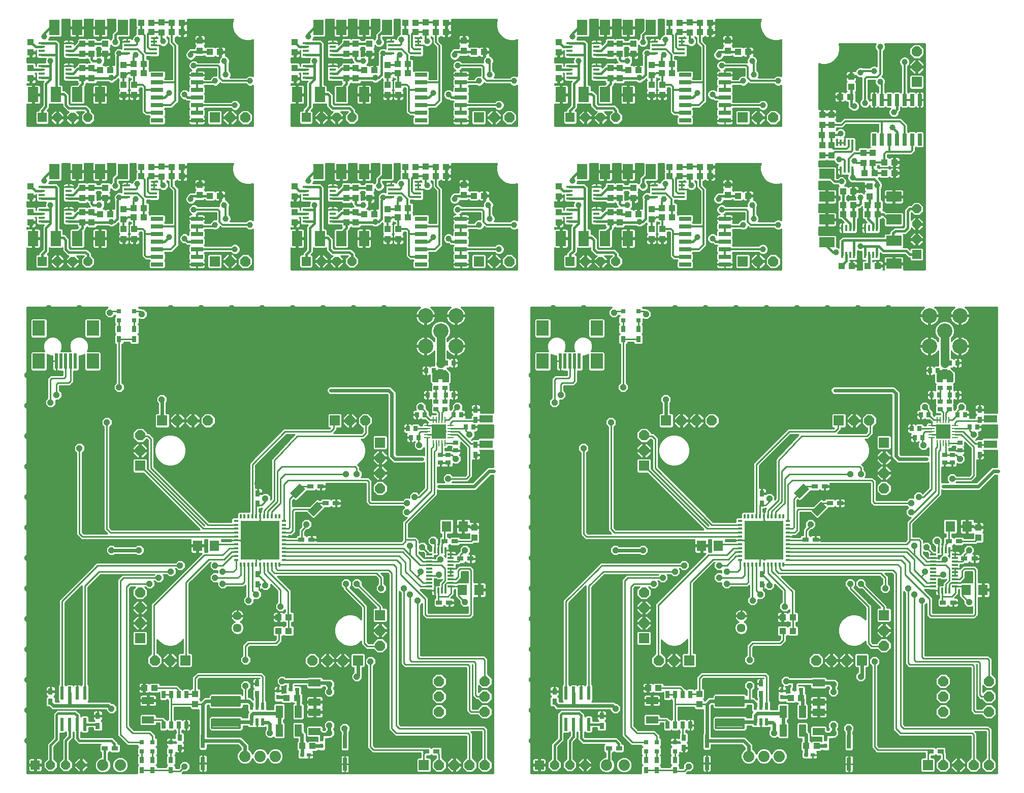
<source format=gtl>
G75*
G70*
%OFA0B0*%
%FSLAX24Y24*%
%IPPOS*%
%LPD*%
%AMOC8*
5,1,8,0,0,1.08239X$1,22.5*
%
%ADD10R,0.0315X0.0138*%
%ADD11R,0.0138X0.0315*%
%ADD12R,0.2559X0.2559*%
%ADD13R,0.0236X0.0866*%
%ADD14R,0.0315X0.0394*%
%ADD15R,0.0512X0.0866*%
%ADD16R,0.0394X0.0315*%
%ADD17R,0.0315X0.0315*%
%ADD18R,0.0630X0.0709*%
%ADD19R,0.0197X0.0984*%
%ADD20R,0.0787X0.0984*%
%ADD21R,0.0110X0.0394*%
%ADD22R,0.0394X0.0110*%
%ADD23R,0.0945X0.0945*%
%ADD24R,0.0866X0.0512*%
%ADD25R,0.0276X0.0354*%
%ADD26R,0.0354X0.0276*%
%ADD27C,0.1000*%
%ADD28R,0.0594X0.0594*%
%ADD29OC8,0.0594*%
%ADD30C,0.0740*%
%ADD31R,0.0660X0.0660*%
%ADD32OC8,0.0660*%
%ADD33R,0.0236X0.0472*%
%ADD34R,0.0315X0.0236*%
%ADD35C,0.0142*%
%ADD36R,0.0256X0.0866*%
%ADD37R,0.0472X0.0787*%
%ADD38R,0.0787X0.0472*%
%ADD39R,0.0433X0.0394*%
%ADD40R,0.0236X0.0315*%
%ADD41C,0.0570*%
%ADD42R,0.0250X0.0500*%
%ADD43R,0.0394X0.0433*%
%ADD44R,0.0394X0.0157*%
%ADD45R,0.0157X0.0394*%
%ADD46R,0.0433X0.0157*%
%ADD47R,0.0800X0.0260*%
%ADD48R,0.0669X0.0984*%
%ADD49R,0.0157X0.0433*%
%ADD50R,0.0260X0.0800*%
%ADD51R,0.0984X0.0669*%
%ADD52OC8,0.0396*%
%ADD53C,0.0100*%
%ADD54C,0.0160*%
%ADD55C,0.0240*%
%ADD56C,0.0560*%
%ADD57C,0.0396*%
%ADD58C,0.0120*%
D10*
X014353Y014649D03*
X014353Y014904D03*
X014353Y015160D03*
X014353Y015416D03*
X014353Y015672D03*
X014353Y015928D03*
X014353Y016184D03*
X014353Y016440D03*
X014353Y016696D03*
X014353Y016952D03*
X014353Y017208D03*
X017503Y017208D03*
X017503Y016952D03*
X017503Y016696D03*
X017503Y016440D03*
X017503Y016184D03*
X017503Y015928D03*
X017503Y015672D03*
X017503Y015416D03*
X017503Y015160D03*
X017503Y014904D03*
X017503Y014649D03*
X047424Y014649D03*
X047424Y014904D03*
X047424Y015160D03*
X047424Y015416D03*
X047424Y015672D03*
X047424Y015928D03*
X047424Y016184D03*
X047424Y016440D03*
X047424Y016696D03*
X047424Y016952D03*
X047424Y017208D03*
X050574Y017208D03*
X050574Y016952D03*
X050574Y016696D03*
X050574Y016440D03*
X050574Y016184D03*
X050574Y015928D03*
X050574Y015672D03*
X050574Y015416D03*
X050574Y015160D03*
X050574Y014904D03*
X050574Y014649D03*
D11*
X050278Y014353D03*
X050023Y014353D03*
X049767Y014353D03*
X049511Y014353D03*
X049255Y014353D03*
X048999Y014353D03*
X048743Y014353D03*
X048487Y014353D03*
X048231Y014353D03*
X047975Y014353D03*
X047719Y014353D03*
X047719Y017503D03*
X047975Y017503D03*
X048231Y017503D03*
X048487Y017503D03*
X048743Y017503D03*
X048999Y017503D03*
X049255Y017503D03*
X049511Y017503D03*
X049767Y017503D03*
X050023Y017503D03*
X050278Y017503D03*
X017208Y017503D03*
X016952Y017503D03*
X016696Y017503D03*
X016440Y017503D03*
X016184Y017503D03*
X015928Y017503D03*
X015672Y017503D03*
X015416Y017503D03*
X015160Y017503D03*
X014904Y017503D03*
X014649Y017503D03*
X014649Y014353D03*
X014904Y014353D03*
X015160Y014353D03*
X015416Y014353D03*
X015672Y014353D03*
X015928Y014353D03*
X016184Y014353D03*
X016440Y014353D03*
X016696Y014353D03*
X016952Y014353D03*
X017208Y014353D03*
D12*
X015928Y015928D03*
X048999Y015928D03*
D13*
X037501Y005904D03*
X037001Y005904D03*
X036501Y005904D03*
X036001Y005904D03*
X036001Y003856D03*
X036501Y003856D03*
X037001Y003856D03*
X037501Y003856D03*
X004430Y003856D03*
X003930Y003856D03*
X003430Y003856D03*
X002930Y003856D03*
X002930Y005904D03*
X003430Y005904D03*
X003930Y005904D03*
X004430Y005904D03*
D14*
X005280Y004415D03*
X005280Y003745D03*
X002180Y005345D03*
X002180Y006015D03*
X008180Y001515D03*
X008180Y000845D03*
X008880Y000845D03*
X008880Y001515D03*
X010080Y001515D03*
X010080Y000845D03*
X010656Y002315D03*
X010656Y002984D03*
X015739Y005855D03*
X015739Y006524D03*
X015780Y013045D03*
X015780Y013715D03*
X015780Y018345D03*
X015780Y019015D03*
X007680Y029145D03*
X007680Y029815D03*
X006680Y029815D03*
X006680Y029145D03*
X030080Y024515D03*
X030080Y023845D03*
X030080Y022215D03*
X030080Y021545D03*
X039751Y029145D03*
X039751Y029815D03*
X040751Y029815D03*
X040751Y029145D03*
X048851Y019015D03*
X048851Y018345D03*
X048851Y013715D03*
X048851Y013045D03*
X048810Y006524D03*
X048810Y005855D03*
X043726Y002984D03*
X043726Y002315D03*
X043151Y001515D03*
X043151Y000845D03*
X041951Y000845D03*
X041951Y001515D03*
X041251Y001515D03*
X041251Y000845D03*
X038351Y003745D03*
X038351Y004415D03*
X035251Y005345D03*
X035251Y006015D03*
X063151Y021545D03*
X063151Y022215D03*
X063151Y023845D03*
X063151Y024515D03*
D15*
G36*
X052760Y018482D02*
X053122Y018120D01*
X052510Y017508D01*
X052148Y017870D01*
X052760Y018482D01*
G37*
G36*
X051591Y019652D02*
X051953Y019290D01*
X051341Y018678D01*
X050979Y019040D01*
X051591Y019652D01*
G37*
G36*
X019690Y018482D02*
X020052Y018120D01*
X019440Y017508D01*
X019078Y017870D01*
X019690Y018482D01*
G37*
G36*
X018520Y019652D02*
X018882Y019290D01*
X018270Y018678D01*
X017908Y019040D01*
X018520Y019652D01*
G37*
D16*
X019245Y019480D03*
X019915Y019480D03*
X020245Y018380D03*
X020915Y018380D03*
X019315Y015980D03*
X018645Y015980D03*
X028045Y015880D03*
X028715Y015880D03*
X029076Y014726D03*
X029745Y014726D03*
X028345Y011851D03*
X027676Y011851D03*
X027515Y002080D03*
X026845Y002080D03*
X038816Y002280D03*
X039486Y002280D03*
X051716Y015980D03*
X052386Y015980D03*
X053316Y018380D03*
X053986Y018380D03*
X052986Y019480D03*
X052316Y019480D03*
X061116Y015880D03*
X061786Y015880D03*
X062147Y014726D03*
X062816Y014726D03*
X061416Y011851D03*
X060747Y011851D03*
X060586Y002080D03*
X059916Y002080D03*
X006415Y002280D03*
X005745Y002280D03*
D17*
X008180Y002085D03*
X008180Y002675D03*
X008880Y002675D03*
X008880Y002085D03*
X010080Y002085D03*
X010080Y002675D03*
X041251Y002675D03*
X041251Y002085D03*
X041951Y002085D03*
X041951Y002675D03*
X043151Y002675D03*
X043151Y002085D03*
X040751Y030385D03*
X040751Y030975D03*
X039751Y030975D03*
X039751Y030385D03*
X007680Y030385D03*
X006680Y030385D03*
X006680Y030975D03*
X007680Y030975D03*
D18*
X011829Y015580D03*
X012931Y015580D03*
X028153Y016850D03*
X029256Y016850D03*
X029197Y012676D03*
X030300Y012676D03*
X044900Y015580D03*
X046002Y015580D03*
X061224Y016850D03*
X062326Y016850D03*
X062268Y012676D03*
X063371Y012676D03*
D19*
X036881Y027696D03*
X036566Y027696D03*
X036251Y027696D03*
X035936Y027696D03*
X035621Y027696D03*
X003810Y027696D03*
X003495Y027696D03*
X003180Y027696D03*
X002865Y027696D03*
X002550Y027696D03*
D20*
X001408Y027696D03*
X001408Y029861D03*
X004952Y029861D03*
X004952Y027696D03*
X034479Y027696D03*
X034479Y029861D03*
X038023Y029861D03*
X038023Y027696D03*
D21*
X028074Y023848D03*
X027877Y023848D03*
X027680Y023848D03*
X027483Y023848D03*
X027286Y023848D03*
X027286Y022312D03*
X027483Y022312D03*
X027680Y022312D03*
X027877Y022312D03*
X028074Y022312D03*
X060357Y022312D03*
X060554Y022312D03*
X060751Y022312D03*
X060948Y022312D03*
X061145Y022312D03*
X061145Y023848D03*
X060948Y023848D03*
X060751Y023848D03*
X060554Y023848D03*
X060357Y023848D03*
D22*
X059983Y023474D03*
X059983Y023277D03*
X059983Y023080D03*
X059983Y022883D03*
X059983Y022686D03*
X061519Y022686D03*
X061519Y022883D03*
X061519Y023080D03*
X061519Y023277D03*
X061519Y023474D03*
X028448Y023474D03*
X028448Y023277D03*
X028448Y023080D03*
X028448Y022883D03*
X028448Y022686D03*
X026912Y022686D03*
X026912Y022883D03*
X026912Y023080D03*
X026912Y023277D03*
X026912Y023474D03*
D23*
X027680Y023080D03*
X060751Y023080D03*
D24*
X063851Y022253D03*
X063851Y023907D03*
X030780Y023907D03*
X030780Y022253D03*
D25*
X029936Y023380D03*
X029424Y023380D03*
X029136Y024180D03*
X028624Y024180D03*
X028636Y025480D03*
X028124Y025480D03*
X027436Y025480D03*
X026924Y025480D03*
X026736Y024180D03*
X026224Y024180D03*
X026136Y023280D03*
X025624Y023280D03*
X025824Y022680D03*
X026336Y022680D03*
X026824Y027080D03*
X027336Y027080D03*
X028124Y027580D03*
X028636Y027580D03*
X058695Y023280D03*
X059207Y023280D03*
X059407Y022680D03*
X058895Y022680D03*
X059295Y024180D03*
X059807Y024180D03*
X059995Y025480D03*
X060507Y025480D03*
X061195Y025480D03*
X061707Y025480D03*
X061695Y024180D03*
X062207Y024180D03*
X062495Y023380D03*
X063007Y023380D03*
X060407Y027080D03*
X059895Y027080D03*
X061195Y027580D03*
X061707Y027580D03*
D26*
X060851Y027536D03*
X060851Y027024D03*
X061151Y026436D03*
X061151Y025924D03*
X060551Y025924D03*
X060551Y026436D03*
X060551Y025036D03*
X060551Y024524D03*
X061151Y024524D03*
X061151Y025036D03*
X061851Y022336D03*
X061851Y021824D03*
X061351Y021536D03*
X060851Y021536D03*
X060851Y021024D03*
X061351Y021024D03*
X028780Y021824D03*
X028280Y021536D03*
X027780Y021536D03*
X027780Y021024D03*
X028280Y021024D03*
X028780Y022336D03*
X028080Y024524D03*
X028080Y025036D03*
X027480Y025036D03*
X027480Y024524D03*
X027480Y025924D03*
X027480Y026436D03*
X028080Y026436D03*
X028080Y025924D03*
X027780Y027024D03*
X027780Y027536D03*
D27*
X026782Y028680D03*
X027782Y029680D03*
X028782Y028680D03*
X028782Y030680D03*
X026782Y030680D03*
X059853Y030680D03*
X060853Y029680D03*
X061853Y028680D03*
X059853Y028680D03*
X061853Y030680D03*
D28*
X059023Y034704D03*
X036278Y034251D03*
X036278Y043700D03*
X018956Y043700D03*
X018956Y034251D03*
X001633Y034251D03*
X001633Y043700D03*
X001180Y001180D03*
X034251Y001180D03*
D29*
X035251Y001180D03*
X036251Y001180D03*
X037251Y001180D03*
X004180Y001180D03*
X003180Y001180D03*
X002180Y001180D03*
X002633Y034251D03*
X003633Y034251D03*
X004633Y034251D03*
X004633Y043700D03*
X003633Y043700D03*
X002633Y043700D03*
X019956Y043700D03*
X020956Y043700D03*
X021956Y043700D03*
X021956Y034251D03*
X020956Y034251D03*
X019956Y034251D03*
X037278Y034251D03*
X038278Y034251D03*
X039278Y034251D03*
X039278Y043700D03*
X038278Y043700D03*
X037278Y043700D03*
X059023Y037704D03*
X059023Y036704D03*
X059023Y035704D03*
D30*
X049999Y001755D03*
X048999Y001755D03*
X047999Y001755D03*
X039821Y001180D03*
X038681Y001180D03*
X016928Y001755D03*
X015928Y001755D03*
X014928Y001755D03*
X006750Y001180D03*
X005610Y001180D03*
D31*
X011023Y008054D03*
X008054Y009507D03*
X022349Y008054D03*
X023802Y011023D03*
X026680Y001180D03*
X041125Y009507D03*
X044093Y008054D03*
X055420Y008054D03*
X056873Y011023D03*
X059751Y001180D03*
X041125Y020834D03*
X042578Y023802D03*
X053904Y023802D03*
X056873Y022349D03*
X047605Y034251D03*
X047605Y043700D03*
X059023Y046030D03*
X030282Y043700D03*
X030282Y034251D03*
X020834Y023802D03*
X023802Y022349D03*
X009507Y023802D03*
X008054Y020834D03*
X012960Y034251D03*
X012960Y043700D03*
D32*
X013960Y043700D03*
X014960Y043700D03*
X014960Y034251D03*
X013960Y034251D03*
X012507Y023802D03*
X011507Y023802D03*
X010507Y023802D03*
X008054Y022834D03*
X008054Y021834D03*
X008054Y012507D03*
X008054Y011507D03*
X008054Y010507D03*
X009023Y008054D03*
X010023Y008054D03*
X019349Y008054D03*
X020349Y008054D03*
X021349Y008054D03*
X023802Y009023D03*
X023802Y010023D03*
X027680Y006680D03*
X027680Y005680D03*
X027680Y004680D03*
X030680Y004680D03*
X030680Y005680D03*
X030680Y006680D03*
X030680Y001180D03*
X029680Y001180D03*
X028680Y001180D03*
X027680Y001180D03*
X041125Y010507D03*
X041125Y011507D03*
X041125Y012507D03*
X042093Y008054D03*
X043093Y008054D03*
X052420Y008054D03*
X053420Y008054D03*
X054420Y008054D03*
X056873Y009023D03*
X056873Y010023D03*
X060751Y006680D03*
X060751Y005680D03*
X060751Y004680D03*
X063751Y004680D03*
X063751Y005680D03*
X063751Y006680D03*
X063751Y001180D03*
X062751Y001180D03*
X061751Y001180D03*
X060751Y001180D03*
X056873Y019349D03*
X056873Y020349D03*
X056873Y021349D03*
X055904Y023802D03*
X054904Y023802D03*
X045578Y023802D03*
X044578Y023802D03*
X043578Y023802D03*
X041125Y022834D03*
X041125Y021834D03*
X048605Y034251D03*
X049605Y034251D03*
X049605Y043700D03*
X048605Y043700D03*
X059023Y047030D03*
X059023Y048030D03*
X032282Y043700D03*
X031282Y043700D03*
X031282Y034251D03*
X032282Y034251D03*
X022834Y023802D03*
X021834Y023802D03*
X023802Y021349D03*
X023802Y020349D03*
X023802Y019349D03*
D33*
X016100Y005044D03*
X015726Y005044D03*
X015352Y005044D03*
X015352Y004020D03*
X015726Y004020D03*
X016100Y004020D03*
X048423Y004020D03*
X048797Y004020D03*
X049171Y004020D03*
X049171Y005044D03*
X048797Y005044D03*
X048423Y005044D03*
D34*
X050988Y006134D03*
X051421Y006134D03*
X051770Y001841D03*
X052203Y001841D03*
X019132Y001841D03*
X018699Y001841D03*
X018350Y006134D03*
X017917Y006134D03*
D35*
X014602Y005079D02*
X012776Y005079D01*
X012776Y005645D01*
X014602Y005645D01*
X014602Y005079D01*
X014602Y005220D02*
X012776Y005220D01*
X012776Y005361D02*
X014602Y005361D01*
X014602Y005502D02*
X012776Y005502D01*
X012776Y005643D02*
X014602Y005643D01*
X014602Y003622D02*
X012776Y003622D01*
X012776Y004188D01*
X014602Y004188D01*
X014602Y003622D01*
X014602Y003763D02*
X012776Y003763D01*
X012776Y003904D02*
X014602Y003904D01*
X014602Y004045D02*
X012776Y004045D01*
X012776Y004186D02*
X014602Y004186D01*
X045847Y003622D02*
X047673Y003622D01*
X045847Y003622D02*
X045847Y004188D01*
X047673Y004188D01*
X047673Y003622D01*
X047673Y003763D02*
X045847Y003763D01*
X045847Y003904D02*
X047673Y003904D01*
X047673Y004045D02*
X045847Y004045D01*
X045847Y004186D02*
X047673Y004186D01*
X047673Y005079D02*
X045847Y005079D01*
X045847Y005645D01*
X047673Y005645D01*
X047673Y005079D01*
X047673Y005220D02*
X045847Y005220D01*
X045847Y005361D02*
X047673Y005361D01*
X047673Y005502D02*
X045847Y005502D01*
X045847Y005643D02*
X047673Y005643D01*
D36*
X045252Y002737D03*
X045252Y001281D03*
X054571Y001240D03*
X054571Y002697D03*
X021500Y002697D03*
X021500Y001240D03*
X012181Y001281D03*
X012181Y002737D03*
D37*
X017186Y003452D03*
X018445Y003452D03*
X018445Y004684D03*
X017186Y004684D03*
X050256Y004684D03*
X051516Y004684D03*
X051516Y003452D03*
X050256Y003452D03*
D38*
X052584Y003386D03*
X052584Y004645D03*
X052586Y005315D03*
X052586Y006574D03*
X041651Y005410D03*
X041651Y004150D03*
X019513Y004645D03*
X019515Y005315D03*
X019515Y006574D03*
X019513Y003386D03*
X008580Y004150D03*
X008580Y005410D03*
D39*
X008319Y006237D03*
X008989Y006237D03*
X017145Y009980D03*
X017815Y009980D03*
X017815Y010880D03*
X017145Y010880D03*
X017681Y005578D03*
X018350Y005578D03*
X018710Y002424D03*
X019379Y002424D03*
X041390Y006237D03*
X042060Y006237D03*
X050216Y009980D03*
X050886Y009980D03*
X050886Y010880D03*
X050216Y010880D03*
X050752Y005578D03*
X051421Y005578D03*
X051781Y002424D03*
X052450Y002424D03*
X054088Y033951D03*
X054757Y033951D03*
X055788Y033951D03*
X056457Y033951D03*
X056457Y037351D03*
X056457Y037951D03*
X055788Y037951D03*
X055788Y037351D03*
X054857Y037351D03*
X054857Y037951D03*
X054188Y037951D03*
X054188Y037351D03*
X054188Y038851D03*
X054857Y038851D03*
X055588Y040051D03*
X056257Y040051D03*
X056888Y040051D03*
X057557Y040051D03*
X057557Y040751D03*
X056888Y040751D03*
X053457Y042551D03*
X052788Y042551D03*
X053988Y045051D03*
X054657Y045051D03*
X047960Y048000D03*
X047291Y048000D03*
X045460Y049300D03*
X045460Y049900D03*
X044791Y049900D03*
X044791Y049300D03*
X043460Y049300D03*
X043460Y049900D03*
X042791Y049900D03*
X042791Y049300D03*
X042960Y047200D03*
X042960Y046600D03*
X042291Y046600D03*
X042291Y047200D03*
X040760Y046800D03*
X040091Y046800D03*
X042791Y040451D03*
X042791Y039851D03*
X043460Y039851D03*
X043460Y040451D03*
X044791Y040451D03*
X044791Y039851D03*
X045460Y039851D03*
X045460Y040451D03*
X047291Y038551D03*
X047960Y038551D03*
X042960Y037751D03*
X042960Y037151D03*
X042291Y037151D03*
X042291Y037751D03*
X040760Y037351D03*
X040091Y037351D03*
X030637Y038551D03*
X029968Y038551D03*
X028137Y039851D03*
X028137Y040451D03*
X027468Y040451D03*
X027468Y039851D03*
X026137Y039851D03*
X026137Y040451D03*
X025468Y040451D03*
X025468Y039851D03*
X025637Y037751D03*
X025637Y037151D03*
X024968Y037151D03*
X024968Y037751D03*
X023437Y037351D03*
X022768Y037351D03*
X013315Y038551D03*
X012645Y038551D03*
X010815Y039851D03*
X010815Y040451D03*
X010145Y040451D03*
X010145Y039851D03*
X008815Y039851D03*
X008815Y040451D03*
X008145Y040451D03*
X008145Y039851D03*
X008315Y037751D03*
X008315Y037151D03*
X007645Y037151D03*
X007645Y037751D03*
X006115Y037351D03*
X005445Y037351D03*
X007645Y046600D03*
X007645Y047200D03*
X008315Y047200D03*
X008315Y046600D03*
X006115Y046800D03*
X005445Y046800D03*
X008145Y049300D03*
X008145Y049900D03*
X008815Y049900D03*
X008815Y049300D03*
X010145Y049300D03*
X010145Y049900D03*
X010815Y049900D03*
X010815Y049300D03*
X012645Y048000D03*
X013315Y048000D03*
X022768Y046800D03*
X023437Y046800D03*
X024968Y046600D03*
X024968Y047200D03*
X025637Y047200D03*
X025637Y046600D03*
X025468Y049300D03*
X025468Y049900D03*
X026137Y049900D03*
X026137Y049300D03*
X027468Y049300D03*
X027468Y049900D03*
X028137Y049900D03*
X028137Y049300D03*
X029968Y048000D03*
X030637Y048000D03*
D40*
X017110Y006061D03*
X017110Y005628D03*
X019967Y002861D03*
X019967Y002428D03*
X050181Y005628D03*
X050181Y006061D03*
X053038Y002861D03*
X053038Y002428D03*
D41*
X047507Y010188D03*
X047507Y010975D03*
X014436Y010975D03*
X014436Y010188D03*
D42*
X011091Y005799D03*
X010591Y005799D03*
X010091Y005799D03*
X009591Y005799D03*
X009591Y003799D03*
X010091Y003799D03*
X010591Y003799D03*
X011091Y003799D03*
X042662Y003799D03*
X043162Y003799D03*
X043662Y003799D03*
X044162Y003799D03*
X044162Y005799D03*
X043662Y005799D03*
X043162Y005799D03*
X042662Y005799D03*
D43*
X044750Y005845D03*
X044750Y005176D03*
X030000Y016115D03*
X030000Y016784D03*
X011679Y005845D03*
X011679Y005176D03*
X007680Y035716D03*
X007680Y036386D03*
X006980Y036386D03*
X006980Y037016D03*
X006980Y037686D03*
X005780Y038416D03*
X004880Y038416D03*
X004280Y038416D03*
X004280Y039086D03*
X004880Y039086D03*
X005780Y039086D03*
X004880Y037486D03*
X004280Y037486D03*
X004280Y036816D03*
X004880Y036816D03*
X006980Y035716D03*
X009480Y039816D03*
X009480Y040486D03*
X011980Y039286D03*
X011980Y038616D03*
X018203Y038516D03*
X018203Y039186D03*
X018203Y037486D03*
X018203Y036816D03*
X021603Y036816D03*
X022203Y036816D03*
X022203Y037486D03*
X021603Y037486D03*
X021603Y038416D03*
X022203Y038416D03*
X022203Y039086D03*
X021603Y039086D03*
X023103Y039086D03*
X023103Y038416D03*
X024303Y037686D03*
X024303Y037016D03*
X024303Y036386D03*
X024303Y035716D03*
X025003Y035716D03*
X025003Y036386D03*
X029303Y038616D03*
X029303Y039286D03*
X026803Y039816D03*
X026803Y040486D03*
X025003Y045165D03*
X024303Y045165D03*
X024303Y045834D03*
X024303Y046465D03*
X024303Y047134D03*
X023103Y047865D03*
X023103Y048534D03*
X022203Y048534D03*
X021603Y048534D03*
X021603Y047865D03*
X022203Y047865D03*
X022203Y046934D03*
X021603Y046934D03*
X021603Y046265D03*
X022203Y046265D03*
X025003Y045834D03*
X029303Y048065D03*
X029303Y048734D03*
X026803Y049265D03*
X026803Y049934D03*
X035526Y048634D03*
X035526Y047965D03*
X035526Y046934D03*
X035526Y046265D03*
X038926Y046265D03*
X039526Y046265D03*
X039526Y046934D03*
X038926Y046934D03*
X038926Y047865D03*
X039526Y047865D03*
X039526Y048534D03*
X038926Y048534D03*
X040426Y048534D03*
X040426Y047865D03*
X041626Y047134D03*
X041626Y046465D03*
X041626Y045834D03*
X042326Y045834D03*
X042326Y045165D03*
X041626Y045165D03*
X046626Y048065D03*
X046626Y048734D03*
X044126Y049265D03*
X044126Y049934D03*
X052823Y043886D03*
X053423Y043886D03*
X053423Y043216D03*
X052823Y043216D03*
X052823Y041886D03*
X053423Y041886D03*
X053423Y041216D03*
X052823Y041216D03*
X055523Y041386D03*
X056123Y041386D03*
X056123Y040716D03*
X055523Y040716D03*
X055923Y039186D03*
X055923Y038516D03*
X046626Y038616D03*
X046626Y039286D03*
X044126Y039816D03*
X044126Y040486D03*
X041626Y037686D03*
X041626Y037016D03*
X041626Y036386D03*
X041626Y035716D03*
X042326Y035716D03*
X042326Y036386D03*
X040426Y038416D03*
X039526Y038416D03*
X038926Y038416D03*
X038926Y039086D03*
X039526Y039086D03*
X040426Y039086D03*
X039526Y037486D03*
X038926Y037486D03*
X038926Y036816D03*
X039526Y036816D03*
X035526Y036816D03*
X035526Y037486D03*
X035526Y038516D03*
X035526Y039186D03*
X018203Y046265D03*
X018203Y046934D03*
X018203Y047965D03*
X018203Y048634D03*
X011980Y048734D03*
X011980Y048065D03*
X009480Y049265D03*
X009480Y049934D03*
X006980Y047134D03*
X006980Y046465D03*
X006980Y045834D03*
X007680Y045834D03*
X007680Y045165D03*
X006980Y045165D03*
X004880Y046265D03*
X004280Y046265D03*
X004280Y046934D03*
X004880Y046934D03*
X004880Y047865D03*
X004280Y047865D03*
X004280Y048534D03*
X004880Y048534D03*
X005780Y048534D03*
X005780Y047865D03*
X000880Y047965D03*
X000880Y048634D03*
X000880Y046934D03*
X000880Y046265D03*
X000880Y039186D03*
X000880Y038516D03*
X000880Y037486D03*
X000880Y036816D03*
X054723Y045716D03*
X054723Y046386D03*
X063071Y016784D03*
X063071Y016115D03*
D44*
X061519Y015023D03*
X061519Y014786D03*
X061519Y014550D03*
X061519Y014314D03*
X061519Y014078D03*
X061519Y013841D03*
X061519Y013605D03*
X061519Y013369D03*
X061519Y013133D03*
X061519Y012897D03*
X060101Y012897D03*
X060101Y013133D03*
X060101Y013369D03*
X060101Y013605D03*
X060101Y013841D03*
X060101Y014078D03*
X060101Y014314D03*
X060101Y014550D03*
X060101Y014786D03*
X060101Y015023D03*
X028448Y015023D03*
X028448Y014786D03*
X028448Y014550D03*
X028448Y014314D03*
X028448Y014078D03*
X028448Y013841D03*
X028448Y013605D03*
X028448Y013369D03*
X028448Y013133D03*
X028448Y012897D03*
X027030Y012897D03*
X027030Y013133D03*
X027030Y013369D03*
X027030Y013605D03*
X027030Y013841D03*
X027030Y014078D03*
X027030Y014314D03*
X027030Y014550D03*
X027030Y014786D03*
X027030Y015023D03*
D45*
X027385Y015278D03*
X027621Y015278D03*
X027857Y015278D03*
X028093Y015278D03*
X028093Y012641D03*
X027857Y012641D03*
X027621Y012641D03*
X027385Y012641D03*
X060456Y012641D03*
X060692Y012641D03*
X060928Y012641D03*
X061164Y012641D03*
X061164Y015278D03*
X060928Y015278D03*
X060692Y015278D03*
X060456Y015278D03*
D46*
X038011Y036867D03*
X038011Y037123D03*
X038011Y037379D03*
X038011Y037635D03*
X038011Y038367D03*
X038011Y038623D03*
X038011Y038879D03*
X038011Y039135D03*
X036240Y039135D03*
X036240Y038879D03*
X036240Y038623D03*
X036240Y038367D03*
X036240Y037635D03*
X036240Y037379D03*
X036240Y037123D03*
X036240Y036867D03*
X041840Y038467D03*
X041840Y038723D03*
X041840Y038979D03*
X041840Y039235D03*
X043611Y039235D03*
X043611Y038979D03*
X043611Y038723D03*
X043611Y038467D03*
X038011Y046316D03*
X038011Y046572D03*
X038011Y046828D03*
X038011Y047084D03*
X038011Y047816D03*
X038011Y048072D03*
X038011Y048328D03*
X038011Y048584D03*
X036240Y048584D03*
X036240Y048328D03*
X036240Y048072D03*
X036240Y047816D03*
X036240Y047084D03*
X036240Y046828D03*
X036240Y046572D03*
X036240Y046316D03*
X041840Y047916D03*
X041840Y048172D03*
X041840Y048428D03*
X041840Y048684D03*
X043611Y048684D03*
X043611Y048428D03*
X043611Y048172D03*
X043611Y047916D03*
X026289Y047916D03*
X026289Y048172D03*
X026289Y048428D03*
X026289Y048684D03*
X024517Y048684D03*
X024517Y048428D03*
X024517Y048172D03*
X024517Y047916D03*
X020689Y047816D03*
X020689Y048072D03*
X020689Y048328D03*
X020689Y048584D03*
X020689Y047084D03*
X020689Y046828D03*
X020689Y046572D03*
X020689Y046316D03*
X018917Y046316D03*
X018917Y046572D03*
X018917Y046828D03*
X018917Y047084D03*
X018917Y047816D03*
X018917Y048072D03*
X018917Y048328D03*
X018917Y048584D03*
X008966Y048684D03*
X008966Y048428D03*
X008966Y048172D03*
X008966Y047916D03*
X007194Y047916D03*
X007194Y048172D03*
X007194Y048428D03*
X007194Y048684D03*
X003366Y048584D03*
X003366Y048328D03*
X003366Y048072D03*
X003366Y047816D03*
X003366Y047084D03*
X003366Y046828D03*
X003366Y046572D03*
X003366Y046316D03*
X001594Y046316D03*
X001594Y046572D03*
X001594Y046828D03*
X001594Y047084D03*
X001594Y047816D03*
X001594Y048072D03*
X001594Y048328D03*
X001594Y048584D03*
X001594Y039135D03*
X001594Y038879D03*
X001594Y038623D03*
X001594Y038367D03*
X001594Y037635D03*
X001594Y037379D03*
X001594Y037123D03*
X001594Y036867D03*
X003366Y036867D03*
X003366Y037123D03*
X003366Y037379D03*
X003366Y037635D03*
X003366Y038367D03*
X003366Y038623D03*
X003366Y038879D03*
X003366Y039135D03*
X007194Y039235D03*
X007194Y038979D03*
X007194Y038723D03*
X007194Y038467D03*
X008966Y038467D03*
X008966Y038723D03*
X008966Y038979D03*
X008966Y039235D03*
X018917Y039135D03*
X018917Y038879D03*
X018917Y038623D03*
X018917Y038367D03*
X018917Y037635D03*
X018917Y037379D03*
X018917Y037123D03*
X018917Y036867D03*
X020689Y036867D03*
X020689Y037123D03*
X020689Y037379D03*
X020689Y037635D03*
X020689Y038367D03*
X020689Y038623D03*
X020689Y038879D03*
X020689Y039135D03*
X024517Y039235D03*
X024517Y038979D03*
X024517Y038723D03*
X024517Y038467D03*
X026289Y038467D03*
X026289Y038723D03*
X026289Y038979D03*
X026289Y039235D03*
D47*
X026498Y037051D03*
X026498Y036551D03*
X026498Y036051D03*
X026498Y035551D03*
X026498Y035051D03*
X026498Y034551D03*
X026498Y034051D03*
X029108Y034051D03*
X029108Y034551D03*
X029108Y035051D03*
X029108Y035551D03*
X029108Y036051D03*
X029108Y036551D03*
X029108Y037051D03*
X029108Y043500D03*
X029108Y044000D03*
X029108Y044500D03*
X029108Y045000D03*
X029108Y045500D03*
X029108Y046000D03*
X029108Y046500D03*
X026498Y046500D03*
X026498Y046000D03*
X026498Y045500D03*
X026498Y045000D03*
X026498Y044500D03*
X026498Y044000D03*
X026498Y043500D03*
X011785Y043500D03*
X011785Y044000D03*
X011785Y044500D03*
X011785Y045000D03*
X011785Y045500D03*
X011785Y046000D03*
X011785Y046500D03*
X009175Y046500D03*
X009175Y046000D03*
X009175Y045500D03*
X009175Y045000D03*
X009175Y044500D03*
X009175Y044000D03*
X009175Y043500D03*
X009175Y037051D03*
X009175Y036551D03*
X009175Y036051D03*
X009175Y035551D03*
X009175Y035051D03*
X009175Y034551D03*
X009175Y034051D03*
X011785Y034051D03*
X011785Y034551D03*
X011785Y035051D03*
X011785Y035551D03*
X011785Y036051D03*
X011785Y036551D03*
X011785Y037051D03*
X043821Y037051D03*
X043821Y036551D03*
X043821Y036051D03*
X043821Y035551D03*
X043821Y035051D03*
X043821Y034551D03*
X043821Y034051D03*
X046431Y034051D03*
X046431Y034551D03*
X046431Y035051D03*
X046431Y035551D03*
X046431Y036051D03*
X046431Y036551D03*
X046431Y037051D03*
X046431Y043500D03*
X046431Y044000D03*
X046431Y044500D03*
X046431Y045000D03*
X046431Y045500D03*
X046431Y046000D03*
X046431Y046500D03*
X043821Y046500D03*
X043821Y046000D03*
X043821Y045500D03*
X043821Y045000D03*
X043821Y044500D03*
X043821Y044000D03*
X043821Y043500D03*
D48*
X041574Y040151D03*
X040078Y040151D03*
X038574Y040151D03*
X037078Y040151D03*
X037174Y035751D03*
X035678Y035751D03*
X038578Y035751D03*
X040074Y035751D03*
X040074Y045200D03*
X038578Y045200D03*
X037174Y045200D03*
X035678Y045200D03*
X037078Y049600D03*
X038574Y049600D03*
X040078Y049600D03*
X041574Y049600D03*
X024251Y049600D03*
X022755Y049600D03*
X021251Y049600D03*
X019755Y049600D03*
X019851Y045200D03*
X021255Y045200D03*
X022751Y045200D03*
X018355Y045200D03*
X019755Y040151D03*
X021251Y040151D03*
X022755Y040151D03*
X024251Y040151D03*
X022751Y035751D03*
X021255Y035751D03*
X019851Y035751D03*
X018355Y035751D03*
X006928Y040151D03*
X005432Y040151D03*
X003928Y040151D03*
X002432Y040151D03*
X002528Y035751D03*
X001032Y035751D03*
X003932Y035751D03*
X005428Y035751D03*
X005428Y045200D03*
X003932Y045200D03*
X002528Y045200D03*
X001032Y045200D03*
X002432Y049600D03*
X003928Y049600D03*
X005432Y049600D03*
X006928Y049600D03*
D49*
X054039Y042037D03*
X054295Y042037D03*
X054550Y042037D03*
X054806Y042037D03*
X054806Y040265D03*
X054550Y040265D03*
X054295Y040265D03*
X054039Y040265D03*
X054139Y036437D03*
X054395Y036437D03*
X054650Y036437D03*
X054906Y036437D03*
X055639Y036437D03*
X055895Y036437D03*
X056150Y036437D03*
X056406Y036437D03*
X056406Y034665D03*
X056150Y034665D03*
X055895Y034665D03*
X055639Y034665D03*
X054906Y034665D03*
X054650Y034665D03*
X054395Y034665D03*
X054139Y034665D03*
D50*
X056223Y042246D03*
X056723Y042246D03*
X057223Y042246D03*
X057723Y042246D03*
X058223Y042246D03*
X058723Y042246D03*
X059223Y042246D03*
X059223Y044856D03*
X058723Y044856D03*
X058223Y044856D03*
X057723Y044856D03*
X057223Y044856D03*
X056723Y044856D03*
X056223Y044856D03*
D51*
X053123Y039999D03*
X053123Y038503D03*
X053123Y036999D03*
X053123Y035503D03*
X057523Y035599D03*
X057523Y037003D03*
X057523Y038499D03*
X057523Y034103D03*
D52*
X057151Y031180D03*
X055151Y031180D03*
X053151Y031180D03*
X051151Y031180D03*
X049151Y031180D03*
X047151Y031180D03*
X045151Y031180D03*
X043151Y031180D03*
X041251Y030780D03*
X039151Y030880D03*
X037151Y031180D03*
X035151Y031180D03*
X031080Y029480D03*
X031080Y027480D03*
X031080Y025480D03*
X029580Y024280D03*
X028880Y024680D03*
X029680Y022880D03*
X030780Y023080D03*
X031080Y021480D03*
X029280Y021780D03*
X028780Y021280D03*
X028280Y019980D03*
X026080Y018780D03*
X025580Y018380D03*
X025580Y017780D03*
X027280Y015880D03*
X026580Y015480D03*
X025780Y015580D03*
X026480Y013880D03*
X027680Y013680D03*
X027780Y014680D03*
X029380Y015280D03*
X031080Y015480D03*
X031080Y013480D03*
X029330Y013580D03*
X029380Y011880D03*
X029380Y011380D03*
X027980Y011380D03*
X026280Y011980D03*
X025780Y012380D03*
X025380Y012780D03*
X023880Y012780D03*
X022280Y013080D03*
X021580Y013080D03*
X019880Y010780D03*
X018680Y013080D03*
X017280Y011580D03*
X015680Y012380D03*
X015180Y011980D03*
X014380Y012180D03*
X013480Y013080D03*
X012980Y013480D03*
X013480Y013880D03*
X012980Y014280D03*
X011280Y014780D03*
X010680Y014280D03*
X010080Y013880D03*
X009280Y013480D03*
X008680Y013080D03*
X007980Y015280D03*
X006180Y015280D03*
X000680Y014780D03*
X000680Y012780D03*
X000680Y010780D03*
X000680Y008780D03*
X000680Y006780D03*
X000680Y004780D03*
X000680Y002780D03*
X006180Y004880D03*
X003580Y007180D03*
X003580Y009080D03*
X005280Y008280D03*
X012180Y006580D03*
X013880Y006580D03*
X014980Y006380D03*
X014980Y008080D03*
X017380Y006680D03*
X020480Y006480D03*
X020480Y005980D03*
X022280Y006980D03*
X023180Y007980D03*
X023780Y006280D03*
X026180Y006280D03*
X023880Y002880D03*
X023880Y001080D03*
X025580Y001080D03*
X021480Y003580D03*
X020480Y003780D03*
X020480Y003280D03*
X016580Y003280D03*
X010980Y001080D03*
X012480Y010980D03*
X015280Y010980D03*
X016280Y012980D03*
X016880Y014980D03*
X014980Y014980D03*
X014980Y016880D03*
X013580Y017480D03*
X014780Y018780D03*
X015780Y019680D03*
X016480Y019380D03*
X016280Y018680D03*
X016880Y016880D03*
X018480Y017380D03*
X018980Y016980D03*
X019980Y016080D03*
X020880Y017780D03*
X020580Y019480D03*
X021580Y020280D03*
X022280Y020280D03*
X025080Y021780D03*
X025780Y022180D03*
X026380Y022180D03*
X025080Y022780D03*
X025080Y023780D03*
X025780Y023880D03*
X026480Y024680D03*
X025080Y024780D03*
X024253Y026456D03*
X027480Y023280D03*
X027880Y022880D03*
X031080Y019480D03*
X031080Y017480D03*
X033751Y016780D03*
X033751Y014780D03*
X033751Y012780D03*
X033751Y010780D03*
X033751Y008780D03*
X033751Y006780D03*
X033751Y004780D03*
X033751Y002780D03*
X036651Y007180D03*
X038351Y008280D03*
X036651Y009080D03*
X039251Y004880D03*
X044051Y001080D03*
X049651Y003280D03*
X048051Y006380D03*
X046951Y006580D03*
X045251Y006580D03*
X048051Y008080D03*
X050451Y006680D03*
X053551Y006480D03*
X053551Y005980D03*
X055351Y006980D03*
X056251Y007980D03*
X056851Y006280D03*
X059251Y006280D03*
X056951Y002880D03*
X056951Y001080D03*
X058651Y001080D03*
X054551Y003580D03*
X053551Y003780D03*
X053551Y003280D03*
X052951Y010780D03*
X051751Y013080D03*
X050351Y011580D03*
X049351Y012980D03*
X048751Y012380D03*
X048251Y011980D03*
X047451Y012180D03*
X046551Y013080D03*
X046051Y013480D03*
X046551Y013880D03*
X046051Y014280D03*
X044351Y014780D03*
X043751Y014280D03*
X043151Y013880D03*
X042351Y013480D03*
X041751Y013080D03*
X041051Y015280D03*
X039251Y015280D03*
X033751Y018780D03*
X033751Y020780D03*
X033751Y022780D03*
X033751Y024780D03*
X035251Y024980D03*
X035651Y025480D03*
X033751Y026780D03*
X038951Y023680D03*
X037151Y021980D03*
X039751Y025980D03*
X042551Y025180D03*
X043151Y026456D03*
X047875Y026456D03*
X052600Y026456D03*
X057324Y026456D03*
X058151Y024780D03*
X058851Y023880D03*
X058151Y023780D03*
X058151Y022780D03*
X058851Y022180D03*
X059451Y022180D03*
X058151Y021780D03*
X060551Y023280D03*
X060951Y022880D03*
X062651Y024280D03*
X061951Y024680D03*
X062751Y022880D03*
X063851Y023080D03*
X064151Y021480D03*
X062351Y021780D03*
X061851Y021280D03*
X061351Y019980D03*
X059151Y018780D03*
X058651Y018380D03*
X058651Y017780D03*
X060351Y015880D03*
X059651Y015480D03*
X058851Y015580D03*
X059551Y013880D03*
X060751Y013680D03*
X060851Y014680D03*
X062451Y015280D03*
X064151Y015480D03*
X064151Y013480D03*
X062401Y013580D03*
X062451Y011880D03*
X062451Y011380D03*
X061051Y011380D03*
X059351Y011980D03*
X058851Y012380D03*
X058451Y012780D03*
X056951Y012780D03*
X055351Y013080D03*
X054651Y013080D03*
X053051Y016080D03*
X052051Y016980D03*
X051551Y017380D03*
X049951Y016880D03*
X049351Y018680D03*
X049551Y019380D03*
X048851Y019680D03*
X047851Y018780D03*
X046651Y017480D03*
X048051Y016880D03*
X048051Y014980D03*
X049951Y014980D03*
X053951Y017780D03*
X053651Y019480D03*
X054651Y020280D03*
X055351Y020280D03*
X055951Y016780D03*
X048351Y010980D03*
X045551Y010980D03*
X031080Y011480D03*
X031080Y009480D03*
X022880Y016780D03*
X019529Y026456D03*
X014804Y026456D03*
X010080Y026456D03*
X009480Y025180D03*
X006680Y025980D03*
X005880Y023680D03*
X004080Y021980D03*
X000680Y022780D03*
X000680Y020780D03*
X000680Y018780D03*
X000680Y016780D03*
X000680Y024780D03*
X002180Y024980D03*
X002580Y025480D03*
X000680Y026780D03*
X006080Y030880D03*
X004080Y031180D03*
X002080Y031180D03*
X008180Y030780D03*
X010080Y031180D03*
X012080Y031180D03*
X014080Y031180D03*
X016080Y031180D03*
X018080Y031180D03*
X020080Y031180D03*
X022080Y031180D03*
X024080Y031180D03*
X059551Y024680D03*
X064151Y025480D03*
X064151Y027480D03*
X064151Y029480D03*
X064151Y019480D03*
X064151Y017480D03*
X064151Y011480D03*
X064151Y009480D03*
D53*
X000630Y000630D02*
X000630Y031226D01*
X005934Y031226D01*
X005732Y031024D01*
X005732Y030736D01*
X005936Y030532D01*
X006224Y030532D01*
X006410Y030718D01*
X006448Y030680D01*
X006373Y030604D01*
X006373Y030165D01*
X006418Y030119D01*
X006373Y030074D01*
X006373Y029556D01*
X006448Y029480D01*
X006373Y029404D01*
X006373Y028886D01*
X006460Y028799D01*
X006480Y028799D01*
X006480Y026272D01*
X006332Y026124D01*
X006332Y025836D01*
X006536Y025632D01*
X006824Y025632D01*
X007028Y025836D01*
X007028Y026124D01*
X006880Y026272D01*
X006880Y028799D01*
X006900Y028799D01*
X006987Y028886D01*
X006987Y028945D01*
X007373Y028945D01*
X007373Y028886D01*
X007460Y028799D01*
X007900Y028799D01*
X007987Y028886D01*
X007987Y029404D01*
X007912Y029480D01*
X007987Y029556D01*
X007987Y030074D01*
X007942Y030119D01*
X007987Y030165D01*
X007987Y030480D01*
X008036Y030432D01*
X008324Y030432D01*
X008528Y030636D01*
X008528Y030924D01*
X008324Y031128D01*
X008215Y031128D01*
X008163Y031180D01*
X007987Y031180D01*
X007987Y031195D01*
X007956Y031226D01*
X026428Y031226D01*
X026420Y031222D01*
X026352Y031170D01*
X026292Y031109D01*
X008343Y031109D01*
X008442Y031011D02*
X026222Y031011D01*
X026240Y031042D02*
X026198Y030968D01*
X026165Y030889D01*
X026143Y030807D01*
X026133Y030730D01*
X026732Y030730D01*
X026732Y030630D01*
X026832Y030630D01*
X026832Y030730D01*
X027431Y030730D01*
X027421Y030807D01*
X027399Y030889D01*
X027366Y030968D01*
X027324Y031042D01*
X027272Y031109D01*
X028292Y031109D01*
X028240Y031042D01*
X028198Y030968D01*
X028165Y030889D01*
X028143Y030807D01*
X028133Y030730D01*
X028732Y030730D01*
X028732Y030630D01*
X028832Y030630D01*
X028832Y030730D01*
X029431Y030730D01*
X029421Y030807D01*
X029399Y030889D01*
X029366Y030968D01*
X029324Y031042D01*
X029272Y031109D01*
X031226Y031109D01*
X031226Y031011D02*
X029342Y031011D01*
X029389Y030912D02*
X031226Y030912D01*
X031226Y030814D02*
X029419Y030814D01*
X029431Y030630D02*
X028832Y030630D01*
X028832Y030031D01*
X028909Y030041D01*
X028991Y030063D01*
X029070Y030096D01*
X029144Y030138D01*
X029211Y030190D01*
X029272Y030251D01*
X029324Y030318D01*
X029366Y030392D01*
X029399Y030471D01*
X029421Y030553D01*
X029431Y030630D01*
X029429Y030617D02*
X031226Y030617D01*
X031226Y030715D02*
X028832Y030715D01*
X028832Y030617D02*
X028732Y030617D01*
X028732Y030630D02*
X028732Y030031D01*
X028655Y030041D01*
X028573Y030063D01*
X028494Y030096D01*
X028420Y030138D01*
X028352Y030190D01*
X028292Y030251D01*
X028240Y030318D01*
X028198Y030392D01*
X028165Y030471D01*
X028143Y030553D01*
X028133Y030630D01*
X028732Y030630D01*
X028732Y030715D02*
X026832Y030715D01*
X026832Y030630D02*
X027431Y030630D01*
X027421Y030553D01*
X027399Y030471D01*
X027366Y030392D01*
X027324Y030318D01*
X027272Y030251D01*
X027211Y030190D01*
X027144Y030138D01*
X027070Y030096D01*
X026991Y030063D01*
X026909Y030041D01*
X026832Y030031D01*
X026832Y030630D01*
X026832Y030617D02*
X026732Y030617D01*
X026732Y030630D02*
X026732Y030031D01*
X026655Y030041D01*
X026573Y030063D01*
X026494Y030096D01*
X026420Y030138D01*
X026352Y030190D01*
X026292Y030251D01*
X026240Y030318D01*
X026198Y030392D01*
X026165Y030471D01*
X026143Y030553D01*
X026133Y030630D01*
X026732Y030630D01*
X026732Y030715D02*
X008528Y030715D01*
X008528Y030814D02*
X026145Y030814D01*
X026175Y030912D02*
X008528Y030912D01*
X008509Y030617D02*
X026135Y030617D01*
X026152Y030518D02*
X008410Y030518D01*
X008180Y030780D02*
X008180Y030880D01*
X008080Y030980D01*
X007685Y030980D01*
X007680Y030975D01*
X007975Y031208D02*
X026402Y031208D01*
X026292Y031109D02*
X026240Y031042D01*
X026732Y030518D02*
X026832Y030518D01*
X026832Y030420D02*
X026732Y030420D01*
X026732Y030321D02*
X026832Y030321D01*
X026832Y030223D02*
X026732Y030223D01*
X026732Y030124D02*
X026832Y030124D01*
X027119Y030124D02*
X027307Y030124D01*
X027231Y030048D02*
X027132Y029809D01*
X027132Y029551D01*
X027231Y029312D01*
X027352Y029191D01*
X027352Y028993D01*
X027324Y029042D01*
X027272Y029109D01*
X027211Y029170D01*
X027144Y029222D01*
X027070Y029264D01*
X026991Y029297D01*
X026909Y029319D01*
X026832Y029329D01*
X026832Y028730D01*
X026732Y028730D01*
X026732Y029329D01*
X026655Y029319D01*
X026573Y029297D01*
X026494Y029264D01*
X026420Y029222D01*
X026352Y029170D01*
X026292Y029109D01*
X026240Y029042D01*
X026198Y028968D01*
X026165Y028889D01*
X026143Y028807D01*
X026133Y028730D01*
X026732Y028730D01*
X026732Y028630D01*
X026832Y028630D01*
X026832Y028031D01*
X026909Y028041D01*
X026991Y028063D01*
X027070Y028096D01*
X027144Y028138D01*
X027211Y028190D01*
X027272Y028251D01*
X027324Y028318D01*
X027352Y028367D01*
X027352Y027626D01*
X027350Y027621D01*
X027350Y027450D01*
X027368Y027407D01*
X027136Y027407D01*
X027080Y027351D01*
X027054Y027377D01*
X027020Y027397D01*
X026982Y027407D01*
X026843Y027407D01*
X026843Y027099D01*
X026805Y027099D01*
X026805Y027061D01*
X026536Y027061D01*
X026536Y026883D01*
X026547Y026845D01*
X026566Y026811D01*
X026594Y026783D01*
X026628Y026763D01*
X026667Y026753D01*
X026805Y026753D01*
X026805Y027061D01*
X026843Y027061D01*
X026843Y026753D01*
X026982Y026753D01*
X027020Y026763D01*
X027054Y026783D01*
X027080Y026809D01*
X027080Y026809D01*
X027080Y026297D01*
X027197Y026180D01*
X027209Y026180D01*
X027153Y026124D01*
X027153Y025778D01*
X027120Y025797D01*
X027082Y025807D01*
X026943Y025807D01*
X026943Y025499D01*
X026905Y025499D01*
X026905Y025461D01*
X026636Y025461D01*
X026636Y025283D01*
X026647Y025245D01*
X026666Y025211D01*
X026694Y025183D01*
X026728Y025163D01*
X026767Y025153D01*
X026905Y025153D01*
X026905Y025461D01*
X026943Y025461D01*
X026943Y025153D01*
X027082Y025153D01*
X027120Y025163D01*
X027153Y025182D01*
X027153Y024836D01*
X027209Y024780D01*
X027153Y024724D01*
X027153Y024324D01*
X027241Y024236D01*
X027480Y024236D01*
X027480Y024195D01*
X027169Y024195D01*
X027087Y024112D01*
X027024Y024175D01*
X027024Y024419D01*
X026936Y024507D01*
X026936Y024507D01*
X026828Y024615D01*
X026828Y024824D01*
X026624Y025028D01*
X026336Y025028D01*
X026132Y024824D01*
X026132Y024536D01*
X026161Y024507D01*
X026067Y024507D01*
X026028Y024497D01*
X025994Y024477D01*
X025966Y024449D01*
X025947Y024415D01*
X025936Y024377D01*
X025936Y024199D01*
X026205Y024199D01*
X026205Y024161D01*
X025936Y024161D01*
X025936Y023983D01*
X025947Y023945D01*
X025966Y023911D01*
X025994Y023883D01*
X026028Y023863D01*
X026067Y023853D01*
X026205Y023853D01*
X026205Y024161D01*
X026243Y024161D01*
X026243Y023853D01*
X026382Y023853D01*
X026420Y023863D01*
X026454Y023883D01*
X026480Y023909D01*
X026536Y023853D01*
X026780Y023853D01*
X026954Y023679D01*
X026912Y023679D01*
X026696Y023679D01*
X026658Y023669D01*
X026623Y023649D01*
X026595Y023621D01*
X026576Y023587D01*
X026565Y023549D01*
X026565Y023477D01*
X026424Y023477D01*
X026424Y023519D01*
X026336Y023607D01*
X025936Y023607D01*
X025880Y023551D01*
X025854Y023577D01*
X025820Y023597D01*
X025782Y023607D01*
X025643Y023607D01*
X025643Y023299D01*
X025605Y023299D01*
X025605Y023261D01*
X025336Y023261D01*
X025336Y023083D01*
X025347Y023045D01*
X025366Y023011D01*
X025394Y022983D01*
X025428Y022963D01*
X025467Y022953D01*
X025570Y022953D01*
X025566Y022949D01*
X025547Y022915D01*
X025536Y022877D01*
X025536Y022699D01*
X025805Y022699D01*
X025805Y022661D01*
X025536Y022661D01*
X025536Y022483D01*
X025547Y022445D01*
X025566Y022411D01*
X025594Y022383D01*
X025628Y022363D01*
X025667Y022353D01*
X025805Y022353D01*
X025805Y022661D01*
X025843Y022661D01*
X025843Y022353D01*
X025982Y022353D01*
X026020Y022363D01*
X026054Y022383D01*
X026080Y022409D01*
X026098Y022391D01*
X026032Y022324D01*
X026032Y022036D01*
X026236Y021832D01*
X026524Y021832D01*
X026712Y022020D01*
X026712Y021517D01*
X026634Y021550D01*
X024892Y021550D01*
X024850Y021592D01*
X024850Y025634D01*
X024809Y025733D01*
X024609Y025933D01*
X024533Y026009D01*
X024434Y026050D01*
X020526Y026050D01*
X020427Y026009D01*
X020351Y025933D01*
X020310Y025834D01*
X020310Y025726D01*
X020351Y025627D01*
X020427Y025551D01*
X020526Y025510D01*
X024268Y025510D01*
X024310Y025468D01*
X024310Y021426D01*
X024351Y021327D01*
X024427Y021251D01*
X024627Y021051D01*
X024726Y021010D01*
X026634Y021010D01*
X026712Y021043D01*
X026712Y019395D01*
X026335Y019018D01*
X026224Y019128D01*
X025936Y019128D01*
X025732Y018924D01*
X025732Y018720D01*
X025724Y018728D01*
X025436Y018728D01*
X025288Y018580D01*
X023280Y018580D01*
X023280Y019863D01*
X023163Y019980D01*
X023063Y020080D01*
X022572Y020080D01*
X022628Y020136D01*
X022628Y020424D01*
X022480Y020572D01*
X022480Y020763D01*
X022363Y020880D01*
X022363Y020880D01*
X022326Y020917D01*
X022472Y021001D01*
X022666Y021195D01*
X022803Y021432D01*
X022874Y021697D01*
X022874Y021971D01*
X022803Y022235D01*
X022666Y022472D01*
X022559Y022580D01*
X022763Y022580D01*
X022963Y022780D01*
X023080Y022897D01*
X023080Y023370D01*
X023314Y023603D01*
X023314Y024001D01*
X023032Y024282D01*
X022635Y024282D01*
X022354Y024001D01*
X022354Y023603D01*
X022635Y023322D01*
X022680Y023322D01*
X022680Y023063D01*
X022597Y022980D01*
X020763Y022980D01*
X020863Y023080D01*
X020980Y023197D01*
X020980Y023322D01*
X021226Y023322D01*
X021314Y023410D01*
X021314Y024194D01*
X021226Y024282D01*
X020441Y024282D01*
X020354Y024194D01*
X020354Y023410D01*
X020441Y023322D01*
X020539Y023322D01*
X020497Y023280D01*
X017497Y023280D01*
X017380Y023163D01*
X015216Y020999D01*
X015216Y017810D01*
X014517Y017810D01*
X014430Y017722D01*
X014430Y017426D01*
X014134Y017426D01*
X014046Y017339D01*
X014046Y017152D01*
X012591Y017152D01*
X008980Y020763D01*
X008980Y022663D01*
X008780Y022863D01*
X008663Y022980D01*
X008534Y022980D01*
X008534Y023032D01*
X017249Y023032D01*
X017151Y022934D02*
X008709Y022934D01*
X008808Y022835D02*
X009740Y022835D01*
X009621Y022803D02*
X009384Y022666D01*
X009190Y022472D01*
X009053Y022235D01*
X008982Y021971D01*
X008982Y021697D01*
X009053Y021432D01*
X009190Y021195D01*
X009384Y021001D01*
X009621Y020864D01*
X009886Y020793D01*
X010160Y020793D01*
X010424Y020864D01*
X010661Y021001D01*
X010855Y021195D01*
X010992Y021432D01*
X011063Y021697D01*
X011063Y021971D01*
X010992Y022235D01*
X010855Y022472D01*
X010661Y022666D01*
X010424Y022803D01*
X010160Y022874D01*
X009886Y022874D01*
X009621Y022803D01*
X009505Y022737D02*
X008906Y022737D01*
X008980Y022638D02*
X009355Y022638D01*
X009257Y022540D02*
X008980Y022540D01*
X008980Y022441D02*
X009172Y022441D01*
X009115Y022343D02*
X008980Y022343D01*
X008980Y022244D02*
X009058Y022244D01*
X009029Y022146D02*
X008980Y022146D01*
X008980Y022047D02*
X009002Y022047D01*
X008980Y021949D02*
X008982Y021949D01*
X008980Y021850D02*
X008982Y021850D01*
X008980Y021752D02*
X008982Y021752D01*
X008980Y021653D02*
X008994Y021653D01*
X008980Y021555D02*
X009020Y021555D01*
X009046Y021456D02*
X008980Y021456D01*
X008980Y021358D02*
X009096Y021358D01*
X009153Y021259D02*
X008980Y021259D01*
X008980Y021161D02*
X009224Y021161D01*
X009322Y021062D02*
X008980Y021062D01*
X008980Y020964D02*
X009448Y020964D01*
X009619Y020865D02*
X008980Y020865D01*
X008980Y020767D02*
X015216Y020767D01*
X015216Y020865D02*
X010426Y020865D01*
X010597Y020964D02*
X015216Y020964D01*
X015279Y021062D02*
X010723Y021062D01*
X010821Y021161D02*
X015378Y021161D01*
X015476Y021259D02*
X010892Y021259D01*
X010949Y021358D02*
X015575Y021358D01*
X015673Y021456D02*
X010999Y021456D01*
X011025Y021555D02*
X015772Y021555D01*
X015870Y021653D02*
X011051Y021653D01*
X011063Y021752D02*
X015969Y021752D01*
X016067Y021850D02*
X011063Y021850D01*
X011063Y021949D02*
X016166Y021949D01*
X016264Y022047D02*
X011043Y022047D01*
X011016Y022146D02*
X016363Y022146D01*
X016461Y022244D02*
X010987Y022244D01*
X010930Y022343D02*
X016560Y022343D01*
X016658Y022441D02*
X010873Y022441D01*
X010788Y022540D02*
X016757Y022540D01*
X016855Y022638D02*
X010690Y022638D01*
X010540Y022737D02*
X016954Y022737D01*
X017052Y022835D02*
X010305Y022835D01*
X010308Y023322D02*
X010458Y023322D01*
X010458Y023754D01*
X010027Y023754D01*
X010027Y023603D01*
X010308Y023322D01*
X010302Y023328D02*
X009904Y023328D01*
X009899Y023322D02*
X009987Y023410D01*
X009987Y024194D01*
X009899Y024282D01*
X009777Y024282D01*
X009777Y024984D01*
X009828Y025036D01*
X009828Y025324D01*
X009624Y025528D01*
X009336Y025528D01*
X009132Y025324D01*
X009132Y025036D01*
X009237Y024931D01*
X009237Y024282D01*
X009115Y024282D01*
X009027Y024194D01*
X009027Y023410D01*
X009115Y023322D01*
X009899Y023322D01*
X009987Y023426D02*
X010204Y023426D01*
X010105Y023525D02*
X009987Y023525D01*
X009987Y023623D02*
X010027Y023623D01*
X010027Y023722D02*
X009987Y023722D01*
X009987Y023820D02*
X010458Y023820D01*
X010458Y023850D02*
X010458Y023754D01*
X010555Y023754D01*
X010555Y023850D01*
X010987Y023850D01*
X010987Y024001D01*
X010706Y024282D01*
X010555Y024282D01*
X010555Y023850D01*
X010458Y023850D01*
X010027Y023850D01*
X010027Y024001D01*
X010308Y024282D01*
X010458Y024282D01*
X010458Y023850D01*
X010458Y023919D02*
X010555Y023919D01*
X010555Y024017D02*
X010458Y024017D01*
X010458Y024116D02*
X010555Y024116D01*
X010555Y024214D02*
X010458Y024214D01*
X010240Y024214D02*
X009967Y024214D01*
X009987Y024116D02*
X010141Y024116D01*
X010043Y024017D02*
X009987Y024017D01*
X009987Y023919D02*
X010027Y023919D01*
X009777Y024313D02*
X024310Y024313D01*
X024310Y024411D02*
X009777Y024411D01*
X009777Y024510D02*
X024310Y024510D01*
X024310Y024608D02*
X009777Y024608D01*
X009777Y024707D02*
X024310Y024707D01*
X024310Y024805D02*
X009777Y024805D01*
X009777Y024904D02*
X024310Y024904D01*
X024310Y025002D02*
X009794Y025002D01*
X009828Y025101D02*
X024310Y025101D01*
X024310Y025199D02*
X009828Y025199D01*
X009828Y025298D02*
X024310Y025298D01*
X024310Y025396D02*
X009756Y025396D01*
X009658Y025495D02*
X024284Y025495D01*
X024653Y025889D02*
X027153Y025889D01*
X027153Y025987D02*
X024555Y025987D01*
X024752Y025790D02*
X026716Y025790D01*
X026728Y025797D02*
X026694Y025777D01*
X026666Y025749D01*
X026647Y025715D01*
X026636Y025677D01*
X026636Y025499D01*
X026905Y025499D01*
X026905Y025807D01*
X026767Y025807D01*
X026728Y025797D01*
X026640Y025692D02*
X024826Y025692D01*
X024850Y025593D02*
X026636Y025593D01*
X026636Y025396D02*
X024850Y025396D01*
X024850Y025298D02*
X026636Y025298D01*
X026678Y025199D02*
X024850Y025199D01*
X024850Y025101D02*
X027153Y025101D01*
X027153Y025002D02*
X026650Y025002D01*
X026749Y024904D02*
X027153Y024904D01*
X027184Y024805D02*
X026828Y024805D01*
X026828Y024707D02*
X027153Y024707D01*
X027153Y024608D02*
X026835Y024608D01*
X026933Y024510D02*
X027153Y024510D01*
X027153Y024411D02*
X027024Y024411D01*
X027024Y024313D02*
X027164Y024313D01*
X027024Y024214D02*
X027480Y024214D01*
X027680Y024324D02*
X027480Y024524D01*
X027680Y024324D02*
X027680Y023848D01*
X027877Y023848D02*
X027877Y024321D01*
X028080Y024524D01*
X028407Y024510D02*
X028427Y024510D01*
X028424Y024507D02*
X028424Y024507D01*
X028407Y024490D01*
X028407Y024724D01*
X028351Y024780D01*
X028407Y024836D01*
X028407Y025182D01*
X028440Y025163D01*
X028478Y025153D01*
X028617Y025153D01*
X028617Y025461D01*
X028655Y025461D01*
X028655Y025499D01*
X028924Y025499D01*
X028924Y025677D01*
X028913Y025715D01*
X028894Y025749D01*
X028866Y025777D01*
X028832Y025797D01*
X028793Y025807D01*
X028655Y025807D01*
X028655Y025499D01*
X028617Y025499D01*
X028617Y025807D01*
X028478Y025807D01*
X028440Y025797D01*
X028407Y025778D01*
X028407Y026124D01*
X028351Y026180D01*
X028351Y026180D01*
X028363Y026180D01*
X028480Y026297D01*
X028480Y026963D01*
X028363Y027080D01*
X028190Y027253D01*
X028324Y027253D01*
X028380Y027309D01*
X028406Y027283D01*
X028440Y027263D01*
X028478Y027253D01*
X028617Y027253D01*
X028617Y027561D01*
X028655Y027561D01*
X028655Y027599D01*
X028924Y027599D01*
X028924Y027777D01*
X028913Y027815D01*
X028894Y027849D01*
X028866Y027877D01*
X028832Y027897D01*
X028793Y027907D01*
X028655Y027907D01*
X028655Y027599D01*
X028617Y027599D01*
X028617Y027907D01*
X028478Y027907D01*
X028440Y027897D01*
X028406Y027877D01*
X028380Y027851D01*
X028324Y027907D01*
X028212Y027907D01*
X028212Y028367D01*
X028240Y028318D01*
X028292Y028251D01*
X028352Y028190D01*
X028420Y028138D01*
X028494Y028096D01*
X028573Y028063D01*
X028655Y028041D01*
X028732Y028031D01*
X028732Y028630D01*
X028832Y028630D01*
X028832Y028730D01*
X029431Y028730D01*
X029421Y028807D01*
X029399Y028889D01*
X029366Y028968D01*
X029324Y029042D01*
X029272Y029109D01*
X029211Y029170D01*
X029144Y029222D01*
X029070Y029264D01*
X028991Y029297D01*
X028909Y029319D01*
X028832Y029329D01*
X028832Y028730D01*
X028732Y028730D01*
X028732Y029329D01*
X028655Y029319D01*
X028573Y029297D01*
X028494Y029264D01*
X028420Y029222D01*
X028352Y029170D01*
X028292Y029109D01*
X028240Y029042D01*
X028212Y028993D01*
X028212Y029191D01*
X028333Y029312D01*
X028432Y029551D01*
X028432Y029809D01*
X028333Y030048D01*
X028150Y030231D01*
X027911Y030330D01*
X027653Y030330D01*
X027414Y030231D01*
X027231Y030048D01*
X027222Y030026D02*
X007987Y030026D01*
X007987Y029927D02*
X027181Y029927D01*
X027140Y029829D02*
X007987Y029829D01*
X007987Y029730D02*
X027132Y029730D01*
X027132Y029632D02*
X007987Y029632D01*
X007965Y029533D02*
X027139Y029533D01*
X027180Y029435D02*
X007957Y029435D01*
X007987Y029336D02*
X027221Y029336D01*
X027305Y029238D02*
X027116Y029238D01*
X027242Y029139D02*
X027352Y029139D01*
X027352Y029041D02*
X027324Y029041D01*
X026832Y029041D02*
X026732Y029041D01*
X026732Y029139D02*
X026832Y029139D01*
X026832Y029238D02*
X026732Y029238D01*
X026448Y029238D02*
X007987Y029238D01*
X007987Y029139D02*
X026322Y029139D01*
X026240Y029041D02*
X007987Y029041D01*
X007987Y028942D02*
X026187Y028942D01*
X026153Y028844D02*
X007945Y028844D01*
X007680Y029145D02*
X006680Y029145D01*
X006680Y025980D01*
X007028Y025987D02*
X020405Y025987D01*
X020333Y025889D02*
X007028Y025889D01*
X006982Y025790D02*
X020310Y025790D01*
X020324Y025692D02*
X006884Y025692D01*
X006476Y025692D02*
X002861Y025692D01*
X002928Y025624D02*
X002780Y025772D01*
X002780Y026080D01*
X003463Y026080D01*
X003580Y026197D01*
X003695Y026312D01*
X003695Y027054D01*
X003970Y027054D01*
X004058Y027141D01*
X004058Y028053D01*
X004171Y028053D01*
X004401Y028148D01*
X004408Y028155D01*
X004408Y027141D01*
X004496Y027054D01*
X005407Y027054D01*
X005495Y027141D01*
X005495Y028250D01*
X005407Y028338D01*
X004583Y028338D01*
X004673Y028555D01*
X004673Y028805D01*
X004578Y029035D01*
X004401Y029212D01*
X004171Y029307D01*
X003921Y029307D01*
X003691Y029212D01*
X003514Y029035D01*
X003419Y028805D01*
X003419Y028555D01*
X003509Y028338D01*
X002851Y028338D01*
X002941Y028555D01*
X002941Y028805D01*
X002846Y029035D01*
X002669Y029212D01*
X002439Y029307D01*
X002189Y029307D01*
X001959Y029212D01*
X001782Y029035D01*
X001687Y028805D01*
X001687Y028555D01*
X001777Y028338D01*
X000953Y028338D01*
X000865Y028250D01*
X000865Y027141D01*
X000953Y027054D01*
X001864Y027054D01*
X001952Y027141D01*
X001952Y028155D01*
X001959Y028148D01*
X002189Y028053D01*
X002302Y028053D01*
X002302Y027696D01*
X002550Y027696D01*
X002550Y027696D01*
X002302Y027696D01*
X002302Y027184D01*
X002312Y027146D01*
X002332Y027112D01*
X002360Y027084D01*
X002394Y027064D01*
X002432Y027054D01*
X002550Y027054D01*
X002550Y027696D01*
X002550Y027696D01*
X002550Y027054D01*
X002668Y027054D01*
X002697Y027061D01*
X002704Y027054D01*
X002980Y027054D01*
X002980Y026780D01*
X002197Y026780D01*
X002080Y026663D01*
X001980Y026563D01*
X001980Y025272D01*
X001832Y025124D01*
X001832Y024836D01*
X002036Y024632D01*
X002324Y024632D01*
X002528Y024836D01*
X002528Y025124D01*
X002520Y025132D01*
X002724Y025132D01*
X002928Y025336D01*
X002928Y025624D01*
X002928Y025593D02*
X020385Y025593D01*
X020373Y024214D02*
X012774Y024214D01*
X012706Y024282D02*
X012308Y024282D01*
X012027Y024001D01*
X012027Y023603D01*
X012308Y023322D01*
X012706Y023322D01*
X012987Y023603D01*
X012987Y024001D01*
X012706Y024282D01*
X012872Y024116D02*
X020354Y024116D01*
X020354Y024017D02*
X012971Y024017D01*
X012987Y023919D02*
X020354Y023919D01*
X020354Y023820D02*
X012987Y023820D01*
X012987Y023722D02*
X020354Y023722D01*
X020354Y023623D02*
X012987Y023623D01*
X012908Y023525D02*
X020354Y023525D01*
X020354Y023426D02*
X012810Y023426D01*
X012711Y023328D02*
X020436Y023328D01*
X020580Y023080D02*
X020780Y023280D01*
X020780Y023749D01*
X020834Y023802D01*
X021314Y023820D02*
X021785Y023820D01*
X021785Y023850D02*
X021785Y023754D01*
X021354Y023754D01*
X021354Y023603D01*
X021635Y023322D01*
X021785Y023322D01*
X021785Y023754D01*
X021882Y023754D01*
X021882Y023850D01*
X022314Y023850D01*
X022314Y024001D01*
X022032Y024282D01*
X021882Y024282D01*
X021882Y023850D01*
X021785Y023850D01*
X021354Y023850D01*
X021354Y024001D01*
X021635Y024282D01*
X021785Y024282D01*
X021785Y023850D01*
X021785Y023919D02*
X021882Y023919D01*
X021882Y024017D02*
X021785Y024017D01*
X021785Y024116D02*
X021882Y024116D01*
X021882Y024214D02*
X021785Y024214D01*
X021567Y024214D02*
X021294Y024214D01*
X021314Y024116D02*
X021468Y024116D01*
X021370Y024017D02*
X021314Y024017D01*
X021314Y023919D02*
X021354Y023919D01*
X021354Y023722D02*
X021314Y023722D01*
X021314Y023623D02*
X021354Y023623D01*
X021314Y023525D02*
X021432Y023525D01*
X021531Y023426D02*
X021314Y023426D01*
X021231Y023328D02*
X021629Y023328D01*
X021785Y023328D02*
X021882Y023328D01*
X021882Y023322D02*
X022032Y023322D01*
X022314Y023603D01*
X022314Y023754D01*
X021882Y023754D01*
X021882Y023322D01*
X021882Y023426D02*
X021785Y023426D01*
X021785Y023525D02*
X021882Y023525D01*
X021882Y023623D02*
X021785Y023623D01*
X021785Y023722D02*
X021882Y023722D01*
X021882Y023820D02*
X022354Y023820D01*
X022354Y023722D02*
X022314Y023722D01*
X022314Y023623D02*
X022354Y023623D01*
X022432Y023525D02*
X022235Y023525D01*
X022136Y023426D02*
X022531Y023426D01*
X022629Y023328D02*
X022038Y023328D01*
X022680Y023229D02*
X020980Y023229D01*
X020913Y023131D02*
X022680Y023131D01*
X022649Y023032D02*
X020815Y023032D01*
X020580Y023080D02*
X017580Y023080D01*
X015416Y020916D01*
X015416Y017503D01*
X015672Y017503D02*
X015672Y018237D01*
X016037Y018237D01*
X016280Y018480D01*
X016280Y018680D01*
X016628Y018698D02*
X016680Y018698D01*
X016680Y018663D02*
X016628Y018611D01*
X016628Y018824D01*
X016424Y019028D01*
X016136Y019028D01*
X016087Y018980D01*
X016087Y018986D01*
X015809Y018986D01*
X015809Y019043D01*
X016087Y019043D01*
X016087Y019231D01*
X016077Y019269D01*
X016058Y019304D01*
X016030Y019332D01*
X015995Y019351D01*
X015957Y019361D01*
X015809Y019361D01*
X015809Y019043D01*
X015751Y019043D01*
X015751Y019361D01*
X015616Y019361D01*
X015616Y020833D01*
X017663Y022880D01*
X018197Y022880D01*
X018180Y022863D01*
X018180Y022859D01*
X016736Y021319D01*
X016680Y021263D01*
X016680Y021259D01*
X016042Y021259D01*
X016140Y021358D02*
X016772Y021358D01*
X016865Y021456D02*
X016239Y021456D01*
X016337Y021555D02*
X016957Y021555D01*
X017049Y021653D02*
X016436Y021653D01*
X016534Y021752D02*
X017142Y021752D01*
X017234Y021850D02*
X016633Y021850D01*
X016731Y021949D02*
X017326Y021949D01*
X017419Y022047D02*
X016830Y022047D01*
X016928Y022146D02*
X017511Y022146D01*
X017603Y022244D02*
X017027Y022244D01*
X017125Y022343D02*
X017696Y022343D01*
X017788Y022441D02*
X017224Y022441D01*
X017322Y022540D02*
X017880Y022540D01*
X017973Y022638D02*
X017421Y022638D01*
X017519Y022737D02*
X018065Y022737D01*
X018157Y022835D02*
X017618Y022835D01*
X017348Y023131D02*
X008436Y023131D01*
X008534Y023032D02*
X008253Y023314D01*
X007855Y023314D01*
X007574Y023032D01*
X006080Y023032D01*
X006080Y022934D02*
X007574Y022934D01*
X007574Y023032D02*
X007574Y022635D01*
X007855Y022354D01*
X008253Y022354D01*
X008479Y022580D01*
X008497Y022580D01*
X008580Y022497D01*
X008580Y020597D01*
X008697Y020480D01*
X012281Y016896D01*
X012275Y016896D01*
X008534Y020636D01*
X008534Y021226D01*
X008446Y021314D01*
X007662Y021314D01*
X007574Y021226D01*
X007574Y020441D01*
X007662Y020354D01*
X008251Y020354D01*
X011965Y016640D01*
X006203Y016640D01*
X006080Y016763D01*
X006080Y023388D01*
X006228Y023536D01*
X006228Y023824D01*
X006024Y024028D01*
X005736Y024028D01*
X005532Y023824D01*
X005532Y023536D01*
X005680Y023388D01*
X005680Y016597D01*
X005797Y016480D01*
X005893Y016384D01*
X004359Y016384D01*
X004280Y016463D01*
X004280Y021688D01*
X004428Y021836D01*
X004428Y022124D01*
X004224Y022328D01*
X003936Y022328D01*
X003732Y022124D01*
X003732Y021836D01*
X003880Y021688D01*
X003880Y016297D01*
X004193Y015984D01*
X011372Y015984D01*
X011364Y015954D01*
X011364Y015630D01*
X011779Y015630D01*
X011779Y015530D01*
X011879Y015530D01*
X011879Y015630D01*
X012294Y015630D01*
X012294Y015954D01*
X012286Y015984D01*
X012466Y015984D01*
X012466Y015180D01*
X012287Y015180D01*
X012294Y015206D01*
X012294Y015530D01*
X011879Y015530D01*
X011879Y015076D01*
X012093Y015076D01*
X008897Y011880D01*
X008780Y011763D01*
X008780Y008490D01*
X008543Y008253D01*
X008543Y007855D01*
X008824Y007574D01*
X009221Y007574D01*
X009503Y007855D01*
X009503Y008253D01*
X009221Y008534D01*
X009180Y008534D01*
X009180Y009401D01*
X009190Y009384D01*
X009384Y009190D01*
X009621Y009053D01*
X009886Y008982D01*
X010160Y008982D01*
X010424Y009053D01*
X010661Y009190D01*
X010855Y009384D01*
X010880Y009427D01*
X010880Y008534D01*
X010630Y008534D01*
X010543Y008446D01*
X010543Y007662D01*
X010630Y007574D01*
X011415Y007574D01*
X011503Y007662D01*
X011503Y008446D01*
X011415Y008534D01*
X011280Y008534D01*
X011280Y013097D01*
X012663Y014480D01*
X012688Y014480D01*
X012632Y014424D01*
X012632Y014136D01*
X012836Y013932D01*
X013124Y013932D01*
X013132Y013940D01*
X013132Y013820D01*
X013124Y013828D01*
X012836Y013828D01*
X012632Y013624D01*
X012632Y013336D01*
X012836Y013132D01*
X013124Y013132D01*
X013132Y013140D01*
X013132Y012936D01*
X013336Y012732D01*
X013624Y012732D01*
X013772Y012880D01*
X014863Y012880D01*
X014960Y012977D01*
X014960Y012253D01*
X014832Y012124D01*
X014832Y011836D01*
X015036Y011632D01*
X015324Y011632D01*
X015528Y011836D01*
X015528Y012040D01*
X015536Y012032D01*
X015824Y012032D01*
X016028Y012236D01*
X016028Y012524D01*
X015854Y012699D01*
X015957Y012699D01*
X015995Y012709D01*
X016030Y012728D01*
X016034Y012733D01*
X016136Y012632D01*
X016424Y012632D01*
X016628Y012836D01*
X016628Y013049D01*
X017080Y012597D01*
X017080Y011872D01*
X016932Y011724D01*
X016932Y011436D01*
X017136Y011232D01*
X017424Y011232D01*
X017580Y011388D01*
X017580Y011227D01*
X017536Y011227D01*
X017480Y011171D01*
X017454Y011197D01*
X017420Y011217D01*
X017382Y011227D01*
X017194Y011227D01*
X017194Y010928D01*
X017097Y010928D01*
X017097Y010832D01*
X016779Y010832D01*
X016779Y010663D01*
X016789Y010625D01*
X016809Y010591D01*
X016837Y010563D01*
X016871Y010543D01*
X016909Y010533D01*
X017097Y010533D01*
X017097Y010832D01*
X017194Y010832D01*
X017194Y010533D01*
X017382Y010533D01*
X017420Y010543D01*
X017454Y010563D01*
X017480Y010589D01*
X017536Y010533D01*
X017615Y010533D01*
X017615Y010327D01*
X017536Y010327D01*
X017480Y010271D01*
X017424Y010327D01*
X016867Y010327D01*
X016779Y010239D01*
X016779Y009721D01*
X016867Y009633D01*
X016980Y009633D01*
X016980Y009463D01*
X016897Y009380D01*
X015097Y009380D01*
X014980Y009263D01*
X014780Y009063D01*
X014780Y008372D01*
X014632Y008224D01*
X014632Y007936D01*
X014836Y007732D01*
X015124Y007732D01*
X015328Y007936D01*
X015328Y008224D01*
X015180Y008372D01*
X015180Y008897D01*
X015263Y008980D01*
X017063Y008980D01*
X017263Y009180D01*
X017380Y009297D01*
X017380Y009633D01*
X017424Y009633D01*
X017480Y009689D01*
X017536Y009633D01*
X018093Y009633D01*
X018181Y009721D01*
X018181Y010239D01*
X018093Y010327D01*
X018015Y010327D01*
X018015Y010533D01*
X018093Y010533D01*
X018181Y010621D01*
X018181Y011139D01*
X018093Y011227D01*
X017980Y011227D01*
X017980Y012663D01*
X017863Y012780D01*
X017063Y013580D01*
X023497Y013580D01*
X023680Y013397D01*
X023680Y013072D01*
X023532Y012924D01*
X023532Y012636D01*
X023736Y012432D01*
X024024Y012432D01*
X024228Y012636D01*
X024228Y012924D01*
X024080Y013072D01*
X024080Y013563D01*
X023963Y013680D01*
X023963Y013680D01*
X023863Y013780D01*
X024297Y013780D01*
X024380Y013697D01*
X024380Y003497D01*
X024497Y003380D01*
X024797Y003080D01*
X029480Y003080D01*
X029480Y001659D01*
X029200Y001379D01*
X029200Y000981D01*
X029481Y000700D01*
X029879Y000700D01*
X030160Y000981D01*
X030160Y001379D01*
X029880Y001659D01*
X029880Y003263D01*
X029780Y003363D01*
X029763Y003380D01*
X030480Y003380D01*
X030480Y001659D01*
X030200Y001379D01*
X030200Y000981D01*
X030481Y000700D01*
X030879Y000700D01*
X031160Y000981D01*
X031160Y001379D01*
X030880Y001659D01*
X030880Y003563D01*
X030763Y003680D01*
X030663Y003780D01*
X025163Y003780D01*
X025080Y003863D01*
X025080Y012588D01*
X025180Y012488D01*
X025180Y007797D01*
X025280Y007697D01*
X025397Y007580D01*
X029480Y007580D01*
X029480Y004697D01*
X029580Y004597D01*
X029697Y004480D01*
X030201Y004480D01*
X030481Y004200D01*
X030879Y004200D01*
X031160Y004481D01*
X031160Y004879D01*
X030879Y005160D01*
X030481Y005160D01*
X030201Y004880D01*
X029880Y004880D01*
X029880Y007763D01*
X029863Y007780D01*
X029880Y007780D01*
X029880Y005697D01*
X029980Y005597D01*
X030097Y005480D01*
X030201Y005480D01*
X030481Y005200D01*
X030879Y005200D01*
X031160Y005481D01*
X031160Y005879D01*
X030879Y006160D01*
X030481Y006160D01*
X030280Y005959D01*
X030280Y006401D01*
X030481Y006200D01*
X030879Y006200D01*
X031160Y006481D01*
X031160Y006879D01*
X030880Y007159D01*
X030880Y008163D01*
X030763Y008280D01*
X030663Y008380D01*
X026480Y008380D01*
X026480Y011688D01*
X026580Y011788D01*
X026580Y010997D01*
X026697Y010880D01*
X026797Y010780D01*
X029763Y010780D01*
X029980Y010997D01*
X029980Y012172D01*
X030250Y012172D01*
X030250Y012626D01*
X030350Y012626D01*
X030350Y012726D01*
X030765Y012726D01*
X030765Y013050D01*
X030754Y013088D01*
X030735Y013122D01*
X030707Y013150D01*
X030673Y013170D01*
X030634Y013180D01*
X030350Y013180D01*
X030350Y012726D01*
X030250Y012726D01*
X030250Y013180D01*
X029980Y013180D01*
X029980Y014063D01*
X029863Y014180D01*
X029863Y014180D01*
X029763Y014280D01*
X028997Y014280D01*
X028880Y014163D01*
X028795Y014077D01*
X028795Y014078D01*
X028795Y014350D01*
X028888Y014350D01*
X028904Y014339D01*
X028969Y014350D01*
X029034Y014350D01*
X029048Y014364D01*
X029067Y014367D01*
X029103Y014418D01*
X029335Y014418D01*
X029415Y014499D01*
X029428Y014476D01*
X029456Y014448D01*
X029491Y014428D01*
X029529Y014418D01*
X029717Y014418D01*
X029717Y014697D01*
X029774Y014697D01*
X029774Y014418D01*
X029962Y014418D01*
X030000Y014428D01*
X030034Y014448D01*
X030062Y014476D01*
X030082Y014510D01*
X030092Y014548D01*
X030092Y014697D01*
X029774Y014697D01*
X029774Y014754D01*
X030092Y014754D01*
X030092Y014903D01*
X030082Y014941D01*
X030062Y014975D01*
X030034Y015003D01*
X030000Y015023D01*
X029962Y015033D01*
X029774Y015033D01*
X029774Y014754D01*
X029717Y014754D01*
X029717Y015033D01*
X029625Y015033D01*
X029728Y015136D01*
X029728Y015424D01*
X029524Y015628D01*
X029236Y015628D01*
X029032Y015424D01*
X029032Y015215D01*
X028876Y015059D01*
X028876Y015033D01*
X028817Y015033D01*
X028795Y015011D01*
X028795Y015023D01*
X028795Y015121D01*
X028784Y015159D01*
X028765Y015193D01*
X028737Y015221D01*
X028702Y015241D01*
X028664Y015251D01*
X028448Y015251D01*
X028448Y015023D01*
X028448Y015023D01*
X028795Y015023D01*
X028448Y015023D01*
X028448Y015023D01*
X028448Y015251D01*
X028322Y015251D01*
X028322Y015278D01*
X028093Y015278D01*
X028093Y015278D01*
X028093Y014932D01*
X028021Y014932D01*
X028101Y014851D01*
X028101Y014885D01*
X028106Y014904D01*
X028101Y014924D01*
X028101Y014932D01*
X028093Y014932D01*
X028093Y015278D01*
X028093Y015278D01*
X028322Y015278D01*
X028322Y015495D01*
X028312Y015533D01*
X028292Y015567D01*
X028287Y015573D01*
X028304Y015573D01*
X028380Y015648D01*
X028456Y015573D01*
X028974Y015573D01*
X029061Y015660D01*
X029061Y015680D01*
X029719Y015680D01*
X029724Y015675D01*
X029801Y015680D01*
X029877Y015680D01*
X029882Y015685D01*
X029890Y015686D01*
X029940Y015743D01*
X031226Y015743D01*
X031226Y015645D02*
X029046Y015645D01*
X029154Y015546D02*
X028304Y015546D01*
X028322Y015448D02*
X029055Y015448D01*
X029032Y015349D02*
X028322Y015349D01*
X028448Y015251D02*
X028448Y015251D01*
X028448Y015152D02*
X028448Y015152D01*
X028448Y015054D02*
X028448Y015054D01*
X028448Y015023D02*
X028448Y014794D01*
X028448Y014786D01*
X028448Y014786D01*
X028448Y015023D01*
X028448Y015023D01*
X028448Y014955D02*
X028448Y014955D01*
X028448Y014857D02*
X028448Y014857D01*
X028448Y014550D02*
X028952Y014550D01*
X029076Y014726D01*
X029076Y014976D01*
X029380Y015280D01*
X029646Y015054D02*
X031226Y015054D01*
X031226Y015152D02*
X029728Y015152D01*
X029728Y015251D02*
X031226Y015251D01*
X031226Y015349D02*
X029728Y015349D01*
X029705Y015448D02*
X031226Y015448D01*
X031226Y015546D02*
X029606Y015546D01*
X029794Y015880D02*
X030000Y016115D01*
X029794Y015880D02*
X028715Y015880D01*
X029061Y016080D02*
X029061Y016100D01*
X028974Y016187D01*
X028456Y016187D01*
X028380Y016112D01*
X028304Y016187D01*
X028245Y016187D01*
X028245Y016346D01*
X028530Y016346D01*
X028618Y016434D01*
X028618Y017267D01*
X028530Y017354D01*
X027776Y017354D01*
X027688Y017267D01*
X027688Y016434D01*
X027776Y016346D01*
X027845Y016346D01*
X027845Y016187D01*
X027786Y016187D01*
X027699Y016100D01*
X027699Y015792D01*
X027657Y015751D01*
X027657Y015744D01*
X027653Y015739D01*
X027657Y015662D01*
X027657Y015625D01*
X027621Y015625D01*
X027621Y015278D01*
X027621Y015013D01*
X027621Y015278D01*
X027621Y015278D01*
X027621Y015021D01*
X027380Y014780D01*
X027037Y014780D01*
X027030Y014786D01*
X026684Y014786D01*
X026684Y014759D01*
X026380Y015063D01*
X026380Y015188D01*
X026436Y015132D01*
X026638Y015132D01*
X026684Y015085D01*
X026684Y014885D01*
X026684Y014786D01*
X027030Y014786D01*
X027030Y014786D01*
X027030Y014786D01*
X027377Y014786D01*
X027377Y014750D01*
X027432Y014750D01*
X027432Y014824D01*
X027539Y014932D01*
X027377Y014932D01*
X027377Y014786D01*
X027030Y014786D01*
X027030Y014550D02*
X026610Y014550D01*
X026180Y014980D01*
X026180Y015880D01*
X026088Y015972D01*
X025488Y015972D01*
X025480Y015980D01*
X025480Y015880D01*
X025288Y015672D01*
X017503Y015672D01*
X017503Y015416D02*
X025344Y015416D01*
X025780Y014980D01*
X025780Y015580D01*
X025480Y015980D02*
X025480Y017080D01*
X027380Y018980D01*
X027380Y021780D01*
X027483Y021883D01*
X027483Y022312D01*
X027286Y022312D02*
X027286Y022086D01*
X027180Y021980D01*
X027180Y019180D01*
X025780Y017780D01*
X025580Y017780D01*
X025316Y018009D02*
X020152Y018009D01*
X020202Y018059D02*
X020202Y018073D01*
X020504Y018073D01*
X020585Y018153D01*
X020598Y018130D01*
X020626Y018102D01*
X020660Y018083D01*
X020698Y018073D01*
X020886Y018073D01*
X020886Y018351D01*
X020943Y018351D01*
X020943Y018073D01*
X021131Y018073D01*
X021169Y018083D01*
X021204Y018102D01*
X021232Y018130D01*
X021251Y018165D01*
X021261Y018203D01*
X021261Y018351D01*
X020943Y018351D01*
X020943Y018409D01*
X020886Y018409D01*
X020886Y018687D01*
X020698Y018687D01*
X020660Y018677D01*
X020626Y018658D01*
X020598Y018630D01*
X020585Y018607D01*
X020504Y018687D01*
X019986Y018687D01*
X019899Y018600D01*
X019899Y018580D01*
X019805Y018580D01*
X019752Y018633D01*
X019628Y018633D01*
X019175Y018180D01*
X018097Y018180D01*
X018080Y018163D01*
X018080Y018566D01*
X018125Y018611D01*
X018208Y018527D01*
X018332Y018527D01*
X018982Y019177D01*
X018986Y019173D01*
X019504Y019173D01*
X019585Y019253D01*
X019598Y019230D01*
X019626Y019202D01*
X019660Y019183D01*
X019698Y019173D01*
X019886Y019173D01*
X019886Y019451D01*
X019943Y019451D01*
X019943Y019173D01*
X020131Y019173D01*
X020169Y019183D01*
X020204Y019202D01*
X020232Y019230D01*
X020251Y019265D01*
X020261Y019303D01*
X020261Y019451D01*
X019943Y019451D01*
X019943Y019509D01*
X020261Y019509D01*
X020261Y019657D01*
X020255Y019680D01*
X022880Y019680D01*
X022880Y018397D01*
X023097Y018180D01*
X025288Y018180D01*
X025388Y018080D01*
X025232Y017924D01*
X025232Y017636D01*
X025436Y017432D01*
X025549Y017432D01*
X025397Y017280D01*
X025280Y017163D01*
X025280Y015958D01*
X025200Y015872D01*
X019661Y015872D01*
X019661Y015951D01*
X019343Y015951D01*
X019343Y016009D01*
X019286Y016009D01*
X019286Y016287D01*
X019098Y016287D01*
X019060Y016277D01*
X019026Y016258D01*
X018998Y016230D01*
X018985Y016207D01*
X018904Y016287D01*
X018880Y016287D01*
X018880Y016497D01*
X019015Y016632D01*
X019124Y016632D01*
X019328Y016836D01*
X019328Y017124D01*
X019124Y017328D01*
X018836Y017328D01*
X018632Y017124D01*
X018632Y016836D01*
X018642Y016825D01*
X018597Y016780D01*
X018480Y016663D01*
X018480Y016287D01*
X018386Y016287D01*
X018299Y016200D01*
X018299Y016128D01*
X017810Y016128D01*
X017810Y016184D01*
X017810Y016240D01*
X018023Y016240D01*
X018163Y016380D01*
X018280Y016497D01*
X018280Y017780D01*
X018955Y017780D01*
X019377Y017358D01*
X019501Y017358D01*
X020202Y018059D01*
X020053Y017910D02*
X025232Y017910D01*
X025232Y017812D02*
X019955Y017812D01*
X019856Y017713D02*
X025232Y017713D01*
X025253Y017615D02*
X019758Y017615D01*
X019659Y017516D02*
X025352Y017516D01*
X025535Y017418D02*
X019561Y017418D01*
X019318Y017418D02*
X018280Y017418D01*
X018280Y017516D02*
X019219Y017516D01*
X019121Y017615D02*
X018280Y017615D01*
X018280Y017713D02*
X019022Y017713D01*
X019249Y017980D02*
X019565Y017995D01*
X019295Y017995D01*
X019680Y018380D01*
X020245Y018380D01*
X020539Y018107D02*
X020621Y018107D01*
X020886Y018107D02*
X020943Y018107D01*
X020943Y018206D02*
X020886Y018206D01*
X020886Y018304D02*
X020943Y018304D01*
X020943Y018403D02*
X022880Y018403D01*
X022880Y018501D02*
X021261Y018501D01*
X021261Y018557D02*
X021251Y018595D01*
X021232Y018630D01*
X021204Y018658D01*
X021169Y018677D01*
X021131Y018687D01*
X020943Y018687D01*
X020943Y018409D01*
X021261Y018409D01*
X021261Y018557D01*
X021249Y018600D02*
X022880Y018600D01*
X022880Y018698D02*
X018503Y018698D01*
X018601Y018797D02*
X022880Y018797D01*
X022880Y018895D02*
X018700Y018895D01*
X018798Y018994D02*
X022880Y018994D01*
X022880Y019092D02*
X018897Y019092D01*
X018580Y019480D02*
X019245Y019480D01*
X019522Y019191D02*
X019646Y019191D01*
X019886Y019191D02*
X019943Y019191D01*
X019943Y019289D02*
X019886Y019289D01*
X019886Y019388D02*
X019943Y019388D01*
X019943Y019486D02*
X022880Y019486D01*
X022880Y019388D02*
X020261Y019388D01*
X020258Y019289D02*
X022880Y019289D01*
X022880Y019191D02*
X020183Y019191D01*
X020261Y019585D02*
X022880Y019585D01*
X023080Y019780D02*
X023080Y018480D01*
X023180Y018380D01*
X025580Y018380D01*
X025307Y018600D02*
X023280Y018600D01*
X023280Y018698D02*
X025406Y018698D01*
X025732Y018797D02*
X023280Y018797D01*
X023280Y018895D02*
X023577Y018895D01*
X023603Y018869D02*
X024001Y018869D01*
X024282Y019150D01*
X024282Y019548D01*
X024001Y019829D01*
X023603Y019829D01*
X023322Y019548D01*
X023322Y019150D01*
X023603Y018869D01*
X023479Y018994D02*
X023280Y018994D01*
X023280Y019092D02*
X023380Y019092D01*
X023322Y019191D02*
X023280Y019191D01*
X023280Y019289D02*
X023322Y019289D01*
X023322Y019388D02*
X023280Y019388D01*
X023280Y019486D02*
X023322Y019486D01*
X023358Y019585D02*
X023280Y019585D01*
X023280Y019683D02*
X023457Y019683D01*
X023555Y019782D02*
X023280Y019782D01*
X023263Y019880D02*
X023592Y019880D01*
X023603Y019869D02*
X023322Y020150D01*
X023322Y020301D01*
X023754Y020301D01*
X023850Y020301D01*
X023850Y019869D01*
X024001Y019869D01*
X024282Y020150D01*
X024282Y020301D01*
X023850Y020301D01*
X023850Y020398D01*
X023754Y020398D01*
X023754Y020829D01*
X023603Y020829D01*
X023322Y020548D01*
X023322Y020398D01*
X023754Y020398D01*
X023754Y020301D01*
X023754Y019869D01*
X023603Y019869D01*
X023754Y019880D02*
X023850Y019880D01*
X023850Y019979D02*
X023754Y019979D01*
X023754Y020077D02*
X023850Y020077D01*
X023850Y020176D02*
X023754Y020176D01*
X023754Y020274D02*
X023850Y020274D01*
X023850Y020373D02*
X026712Y020373D01*
X026712Y020471D02*
X024282Y020471D01*
X024282Y020398D02*
X024282Y020548D01*
X024001Y020829D01*
X023850Y020829D01*
X023850Y020398D01*
X024282Y020398D01*
X024282Y020274D02*
X026712Y020274D01*
X026712Y020176D02*
X024282Y020176D01*
X024209Y020077D02*
X026712Y020077D01*
X026712Y019979D02*
X024110Y019979D01*
X024012Y019880D02*
X026712Y019880D01*
X026712Y019782D02*
X024049Y019782D01*
X024147Y019683D02*
X026712Y019683D01*
X026712Y019585D02*
X024246Y019585D01*
X024282Y019486D02*
X026712Y019486D01*
X026705Y019388D02*
X024282Y019388D01*
X024282Y019289D02*
X026606Y019289D01*
X026508Y019191D02*
X024282Y019191D01*
X024224Y019092D02*
X025900Y019092D01*
X025801Y018994D02*
X024125Y018994D01*
X024027Y018895D02*
X025732Y018895D01*
X026080Y018780D02*
X026380Y018780D01*
X026912Y019312D01*
X026912Y022686D01*
X026912Y022883D02*
X027477Y022883D01*
X027483Y022883D01*
X027680Y023080D01*
X027730Y023032D02*
X028101Y023032D01*
X028101Y023030D02*
X028101Y023130D01*
X027730Y023130D01*
X027630Y023130D01*
X027630Y023501D01*
X027730Y023501D01*
X027730Y023130D01*
X027730Y023030D01*
X028101Y023030D01*
X028448Y023080D02*
X028980Y023080D01*
X029780Y022280D01*
X030015Y022280D01*
X030080Y022215D01*
X030741Y022215D01*
X030780Y022253D01*
X030358Y021834D02*
X030377Y021800D01*
X030387Y021762D01*
X030387Y021574D01*
X030109Y021574D01*
X030109Y021517D01*
X030387Y021517D01*
X030387Y021329D01*
X030377Y021291D01*
X030358Y021256D01*
X030330Y021228D01*
X030295Y021209D01*
X030257Y021199D01*
X030109Y021199D01*
X030109Y021517D01*
X030051Y021517D01*
X030051Y021199D01*
X029903Y021199D01*
X029880Y021205D01*
X029880Y020097D01*
X029680Y019897D01*
X029563Y019780D01*
X028572Y019780D01*
X028542Y019750D01*
X029868Y019750D01*
X030751Y020633D01*
X030827Y020709D01*
X030926Y020750D01*
X031226Y020750D01*
X031226Y021847D01*
X030344Y021847D01*
X030358Y021834D01*
X030387Y021752D02*
X031226Y021752D01*
X031226Y021653D02*
X030387Y021653D01*
X030387Y021456D02*
X031226Y021456D01*
X031226Y021358D02*
X030387Y021358D01*
X030359Y021259D02*
X031226Y021259D01*
X031226Y021161D02*
X029880Y021161D01*
X029880Y021062D02*
X031226Y021062D01*
X031226Y020964D02*
X029880Y020964D01*
X029880Y020865D02*
X031226Y020865D01*
X031226Y020767D02*
X029880Y020767D01*
X029880Y020668D02*
X030786Y020668D01*
X030688Y020570D02*
X029880Y020570D01*
X029880Y020471D02*
X030589Y020471D01*
X030491Y020373D02*
X029880Y020373D01*
X029880Y020274D02*
X030392Y020274D01*
X030294Y020176D02*
X029880Y020176D01*
X029860Y020077D02*
X030195Y020077D01*
X030097Y019979D02*
X029761Y019979D01*
X029663Y019880D02*
X029998Y019880D01*
X029900Y019782D02*
X029564Y019782D01*
X029480Y019980D02*
X028280Y019980D01*
X027932Y019979D02*
X027580Y019979D01*
X027580Y020077D02*
X027932Y020077D01*
X027932Y020124D02*
X027932Y019836D01*
X028018Y019750D01*
X027626Y019750D01*
X027580Y019731D01*
X027580Y020737D01*
X027583Y020736D01*
X027761Y020736D01*
X027761Y021005D01*
X027799Y021005D01*
X027799Y020736D01*
X027977Y020736D01*
X028015Y020747D01*
X028030Y020755D01*
X028045Y020747D01*
X028083Y020736D01*
X028261Y020736D01*
X028261Y021005D01*
X028299Y021005D01*
X028299Y020736D01*
X028477Y020736D01*
X028515Y020747D01*
X028549Y020766D01*
X028577Y020794D01*
X028597Y020828D01*
X028607Y020867D01*
X028607Y020961D01*
X028636Y020932D01*
X028924Y020932D01*
X029128Y021136D01*
X029128Y021424D01*
X029008Y021545D01*
X029015Y021547D01*
X029049Y021566D01*
X029077Y021594D01*
X029097Y021628D01*
X029107Y021667D01*
X029107Y021805D01*
X028799Y021805D01*
X028799Y021843D01*
X029107Y021843D01*
X029107Y021982D01*
X029097Y022020D01*
X029077Y022054D01*
X029051Y022080D01*
X029107Y022136D01*
X029107Y022370D01*
X029480Y021997D01*
X029480Y020263D01*
X029397Y020180D01*
X028572Y020180D01*
X028424Y020328D01*
X028136Y020328D01*
X027932Y020124D01*
X027983Y020176D02*
X027580Y020176D01*
X027580Y020274D02*
X028082Y020274D01*
X028478Y020274D02*
X029480Y020274D01*
X029480Y020373D02*
X027580Y020373D01*
X027580Y020471D02*
X029480Y020471D01*
X029480Y020570D02*
X027580Y020570D01*
X027580Y020668D02*
X029480Y020668D01*
X029480Y020767D02*
X028550Y020767D01*
X028607Y020865D02*
X029480Y020865D01*
X029480Y020964D02*
X028956Y020964D01*
X029054Y021062D02*
X029480Y021062D01*
X029480Y021161D02*
X029128Y021161D01*
X029128Y021259D02*
X029480Y021259D01*
X029480Y021358D02*
X029128Y021358D01*
X029096Y021456D02*
X029480Y021456D01*
X029480Y021555D02*
X029029Y021555D01*
X029104Y021653D02*
X029480Y021653D01*
X029480Y021752D02*
X029107Y021752D01*
X029107Y021850D02*
X029480Y021850D01*
X029480Y021949D02*
X029107Y021949D01*
X029081Y022047D02*
X029430Y022047D01*
X029332Y022146D02*
X029107Y022146D01*
X029107Y022244D02*
X029233Y022244D01*
X029135Y022343D02*
X029107Y022343D01*
X028780Y022336D02*
X028704Y022312D01*
X028074Y022312D01*
X027877Y022312D02*
X027877Y021633D01*
X027780Y021536D01*
X028280Y021536D01*
X028524Y021536D01*
X028780Y021280D01*
X028761Y021805D02*
X028538Y021805D01*
X028519Y021824D01*
X028077Y021824D01*
X028077Y021965D01*
X028191Y021965D01*
X028279Y022053D01*
X028279Y022112D01*
X028477Y022112D01*
X028509Y022080D01*
X028483Y022054D01*
X028463Y022020D01*
X028453Y021982D01*
X028453Y021843D01*
X028761Y021843D01*
X028761Y021805D01*
X028453Y021850D02*
X028077Y021850D01*
X028077Y021949D02*
X028453Y021949D01*
X028479Y022047D02*
X028273Y022047D01*
X027730Y022659D02*
X027730Y023030D01*
X027630Y023030D01*
X027259Y023030D01*
X027259Y023130D01*
X027630Y023130D01*
X027630Y023030D01*
X027630Y022659D01*
X027730Y022659D01*
X027730Y022737D02*
X027630Y022737D01*
X027630Y022835D02*
X027730Y022835D01*
X027730Y022934D02*
X027630Y022934D01*
X027630Y023032D02*
X027259Y023032D01*
X027477Y022883D02*
X027480Y022880D01*
X027630Y023131D02*
X027730Y023131D01*
X027730Y023229D02*
X027630Y023229D01*
X027630Y023328D02*
X027730Y023328D01*
X027730Y023426D02*
X027630Y023426D01*
X027480Y023280D02*
X027286Y023474D01*
X026912Y023474D01*
X026912Y023482D02*
X026912Y023679D01*
X026912Y023482D01*
X026912Y023482D01*
X026912Y023525D02*
X026912Y023525D01*
X026912Y023623D02*
X026912Y023623D01*
X026912Y023722D02*
X024850Y023722D01*
X024850Y023820D02*
X026813Y023820D01*
X027068Y023848D02*
X026736Y024180D01*
X026736Y024424D01*
X026480Y024680D01*
X026132Y024707D02*
X024850Y024707D01*
X024850Y024805D02*
X026132Y024805D01*
X026211Y024904D02*
X024850Y024904D01*
X024850Y025002D02*
X026310Y025002D01*
X026132Y024608D02*
X024850Y024608D01*
X024850Y024510D02*
X026158Y024510D01*
X025945Y024411D02*
X024850Y024411D01*
X024850Y024313D02*
X025936Y024313D01*
X025936Y024214D02*
X024850Y024214D01*
X024850Y024116D02*
X025936Y024116D01*
X025936Y024017D02*
X024850Y024017D01*
X024850Y023919D02*
X025962Y023919D01*
X026205Y023919D02*
X026243Y023919D01*
X026243Y024017D02*
X026205Y024017D01*
X026205Y024116D02*
X026243Y024116D01*
X026598Y023623D02*
X024850Y023623D01*
X024850Y023525D02*
X025352Y023525D01*
X025347Y023515D02*
X025336Y023477D01*
X025336Y023299D01*
X025605Y023299D01*
X025605Y023607D01*
X025467Y023607D01*
X025428Y023597D01*
X025394Y023577D01*
X025366Y023549D01*
X025347Y023515D01*
X025336Y023426D02*
X024850Y023426D01*
X024850Y023328D02*
X025336Y023328D01*
X025336Y023229D02*
X024850Y023229D01*
X024850Y023131D02*
X025336Y023131D01*
X025354Y023032D02*
X024850Y023032D01*
X024850Y022934D02*
X025557Y022934D01*
X025536Y022835D02*
X024850Y022835D01*
X024850Y022737D02*
X025536Y022737D01*
X025536Y022638D02*
X024850Y022638D01*
X024850Y022540D02*
X025536Y022540D01*
X025549Y022441D02*
X024850Y022441D01*
X024850Y022343D02*
X026050Y022343D01*
X026032Y022244D02*
X024850Y022244D01*
X024850Y022146D02*
X026032Y022146D01*
X026032Y022047D02*
X024850Y022047D01*
X024850Y021949D02*
X026119Y021949D01*
X026218Y021850D02*
X024850Y021850D01*
X024850Y021752D02*
X026712Y021752D01*
X026712Y021850D02*
X026542Y021850D01*
X026641Y021949D02*
X026712Y021949D01*
X026712Y021653D02*
X024850Y021653D01*
X024887Y021555D02*
X026712Y021555D01*
X026712Y020964D02*
X024095Y020964D01*
X024001Y020869D02*
X024282Y021150D01*
X024282Y021301D01*
X023850Y021301D01*
X023850Y020869D01*
X024001Y020869D01*
X024064Y020767D02*
X026712Y020767D01*
X026712Y020865D02*
X022378Y020865D01*
X022408Y020964D02*
X023509Y020964D01*
X023603Y020869D02*
X023322Y021150D01*
X023322Y021301D01*
X023754Y021301D01*
X023850Y021301D01*
X023850Y021398D01*
X023754Y021398D01*
X023754Y021829D01*
X023603Y021829D01*
X023322Y021548D01*
X023322Y021398D01*
X023754Y021398D01*
X023754Y021301D01*
X023754Y020869D01*
X023603Y020869D01*
X023540Y020767D02*
X022476Y020767D01*
X022480Y020668D02*
X023442Y020668D01*
X023343Y020570D02*
X022483Y020570D01*
X022581Y020471D02*
X023322Y020471D01*
X023322Y020274D02*
X022628Y020274D01*
X022628Y020176D02*
X023322Y020176D01*
X023395Y020077D02*
X023066Y020077D01*
X023164Y019979D02*
X023494Y019979D01*
X023080Y019780D02*
X022980Y019880D01*
X017780Y019880D01*
X017503Y019603D01*
X017503Y017208D01*
X017503Y016696D02*
X017796Y016696D01*
X017880Y016780D01*
X017880Y018649D01*
X018395Y019165D01*
X018165Y019165D01*
X018580Y019480D01*
X018404Y018600D02*
X019595Y018600D01*
X019496Y018501D02*
X018080Y018501D01*
X018080Y018403D02*
X019398Y018403D01*
X019299Y018304D02*
X018080Y018304D01*
X018080Y018206D02*
X019201Y018206D01*
X019249Y017980D02*
X018180Y017980D01*
X018080Y017880D01*
X018080Y016580D01*
X017940Y016440D01*
X017503Y016440D01*
X017503Y016184D02*
X017810Y016184D01*
X017503Y016184D01*
X017503Y016184D01*
X017503Y015928D02*
X018593Y015928D01*
X018645Y015980D01*
X018680Y016015D01*
X018680Y016580D01*
X018980Y016880D01*
X018980Y016980D01*
X019232Y017221D02*
X025338Y017221D01*
X025280Y017122D02*
X019328Y017122D01*
X019328Y017024D02*
X025280Y017024D01*
X025280Y016925D02*
X019328Y016925D01*
X019319Y016827D02*
X025280Y016827D01*
X025280Y016728D02*
X019220Y016728D01*
X019012Y016630D02*
X025280Y016630D01*
X025280Y016531D02*
X018914Y016531D01*
X018880Y016433D02*
X025280Y016433D01*
X025280Y016334D02*
X018880Y016334D01*
X018956Y016236D02*
X019004Y016236D01*
X019286Y016236D02*
X019343Y016236D01*
X019343Y016287D02*
X019343Y016009D01*
X019661Y016009D01*
X019661Y016157D01*
X019651Y016195D01*
X019632Y016230D01*
X019604Y016258D01*
X019569Y016277D01*
X019531Y016287D01*
X019343Y016287D01*
X019343Y016137D02*
X019286Y016137D01*
X019286Y016039D02*
X019343Y016039D01*
X019661Y016039D02*
X025280Y016039D01*
X025280Y016137D02*
X019661Y016137D01*
X019626Y016236D02*
X025280Y016236D01*
X025263Y015940D02*
X019661Y015940D01*
X018645Y015980D02*
X018580Y016045D01*
X018299Y016137D02*
X017810Y016137D01*
X017810Y016236D02*
X018334Y016236D01*
X018480Y016334D02*
X018117Y016334D01*
X018215Y016433D02*
X018480Y016433D01*
X018480Y016531D02*
X018280Y016531D01*
X018280Y016630D02*
X018480Y016630D01*
X018545Y016728D02*
X018280Y016728D01*
X018280Y016827D02*
X018641Y016827D01*
X018632Y016925D02*
X018280Y016925D01*
X018280Y017024D02*
X018632Y017024D01*
X018632Y017122D02*
X018280Y017122D01*
X018280Y017221D02*
X018728Y017221D01*
X018827Y017319D02*
X018280Y017319D01*
X019133Y017319D02*
X025436Y017319D01*
X025706Y017024D02*
X027688Y017024D01*
X027688Y017122D02*
X025805Y017122D01*
X025903Y017221D02*
X027688Y017221D01*
X027741Y017319D02*
X026002Y017319D01*
X026100Y017418D02*
X031226Y017418D01*
X031226Y017516D02*
X026199Y017516D01*
X026297Y017615D02*
X031226Y017615D01*
X031226Y017713D02*
X026396Y017713D01*
X026494Y017812D02*
X031226Y017812D01*
X031226Y017910D02*
X026593Y017910D01*
X026691Y018009D02*
X031226Y018009D01*
X031226Y018107D02*
X026790Y018107D01*
X026888Y018206D02*
X031226Y018206D01*
X031226Y018304D02*
X026987Y018304D01*
X027085Y018403D02*
X031226Y018403D01*
X031226Y018501D02*
X027184Y018501D01*
X027282Y018600D02*
X031226Y018600D01*
X031226Y018698D02*
X027381Y018698D01*
X027479Y018797D02*
X031226Y018797D01*
X031226Y018895D02*
X027578Y018895D01*
X027580Y018897D02*
X027580Y019229D01*
X027626Y019210D01*
X030034Y019210D01*
X030133Y019251D01*
X031092Y020210D01*
X031226Y020210D01*
X031226Y000630D01*
X010813Y000630D01*
X010880Y000697D01*
X010915Y000732D01*
X011124Y000732D01*
X011328Y000936D01*
X011328Y001224D01*
X011124Y001428D01*
X010836Y001428D01*
X010632Y001224D01*
X010632Y001015D01*
X010597Y000980D01*
X010387Y000980D01*
X010387Y001104D01*
X010312Y001180D01*
X010387Y001256D01*
X010387Y001774D01*
X010342Y001819D01*
X010387Y001865D01*
X010387Y002016D01*
X010406Y001998D01*
X010440Y001978D01*
X010478Y001968D01*
X010627Y001968D01*
X010627Y002286D01*
X010684Y002286D01*
X010684Y001968D01*
X010833Y001968D01*
X010871Y001978D01*
X010905Y001998D01*
X010933Y002026D01*
X010953Y002060D01*
X010963Y002098D01*
X010963Y002286D01*
X010684Y002286D01*
X010684Y002343D01*
X010963Y002343D01*
X010963Y002531D01*
X010953Y002569D01*
X010933Y002604D01*
X010905Y002632D01*
X010883Y002645D01*
X010963Y002725D01*
X010963Y003243D01*
X010875Y003331D01*
X010791Y003331D01*
X010791Y003412D01*
X010843Y003463D01*
X010846Y003457D01*
X010874Y003429D01*
X010909Y003409D01*
X010947Y003399D01*
X011079Y003399D01*
X011079Y003786D01*
X011104Y003786D01*
X011104Y003399D01*
X011236Y003399D01*
X011274Y003409D01*
X011309Y003429D01*
X011336Y003457D01*
X011356Y003491D01*
X011366Y003529D01*
X011911Y003529D01*
X011911Y003431D02*
X011310Y003431D01*
X011366Y003529D02*
X011366Y003786D01*
X011104Y003786D01*
X011104Y003811D01*
X011366Y003811D01*
X011366Y004069D01*
X011356Y004107D01*
X011336Y004141D01*
X011309Y004169D01*
X011274Y004189D01*
X011236Y004199D01*
X011104Y004199D01*
X011104Y003811D01*
X011079Y003811D01*
X011079Y004199D01*
X010947Y004199D01*
X010909Y004189D01*
X010874Y004169D01*
X010846Y004141D01*
X010843Y004135D01*
X010779Y004199D01*
X010404Y004199D01*
X010341Y004136D01*
X010291Y004186D01*
X010291Y004976D01*
X011332Y004976D01*
X011332Y004897D01*
X011420Y004810D01*
X011911Y004810D01*
X011911Y003241D01*
X011903Y003233D01*
X011903Y002242D01*
X011991Y002154D01*
X012371Y002154D01*
X012459Y002242D01*
X012459Y002510D01*
X014468Y002510D01*
X014658Y002320D01*
X014658Y002206D01*
X014633Y002196D01*
X014487Y002049D01*
X014408Y001858D01*
X014408Y001651D01*
X014487Y001460D01*
X014633Y001314D01*
X014825Y001235D01*
X015031Y001235D01*
X015223Y001314D01*
X015369Y001460D01*
X015428Y001603D01*
X015487Y001460D01*
X015633Y001314D01*
X015825Y001235D01*
X016031Y001235D01*
X016223Y001314D01*
X016369Y001460D01*
X016428Y001603D01*
X016487Y001460D01*
X016633Y001314D01*
X016825Y001235D01*
X017031Y001235D01*
X017223Y001314D01*
X017369Y001460D01*
X017448Y001651D01*
X017448Y001858D01*
X017369Y002049D01*
X017223Y002196D01*
X017031Y002275D01*
X016825Y002275D01*
X016633Y002196D01*
X016487Y002049D01*
X016428Y001907D01*
X016369Y002049D01*
X016223Y002196D01*
X016031Y002275D01*
X015825Y002275D01*
X015633Y002196D01*
X015487Y002049D01*
X015428Y001907D01*
X015369Y002049D01*
X015223Y002196D01*
X015198Y002206D01*
X015198Y002486D01*
X015157Y002585D01*
X014809Y002933D01*
X014733Y003009D01*
X014634Y003050D01*
X012459Y003050D01*
X012459Y003233D01*
X012451Y003241D01*
X012451Y005069D01*
X012492Y005110D01*
X012555Y005110D01*
X012555Y004987D01*
X012685Y004858D01*
X014694Y004858D01*
X014824Y004987D01*
X014824Y005110D01*
X015068Y005110D01*
X015082Y005096D01*
X015082Y004990D01*
X015084Y004986D01*
X015084Y004745D01*
X015172Y004658D01*
X015176Y004658D01*
X015124Y004605D01*
X015082Y004506D01*
X015082Y004290D01*
X014814Y004290D01*
X014694Y004410D01*
X012685Y004410D01*
X012555Y004280D01*
X012555Y003530D01*
X012685Y003401D01*
X014694Y003401D01*
X014824Y003530D01*
X014824Y003750D01*
X015084Y003750D01*
X015084Y003722D01*
X015172Y003634D01*
X015533Y003634D01*
X015546Y003647D01*
X015550Y003644D01*
X015589Y003634D01*
X015717Y003634D01*
X015717Y004011D01*
X015736Y004011D01*
X015736Y003634D01*
X015864Y003634D01*
X015902Y003644D01*
X015907Y003647D01*
X015920Y003634D01*
X016281Y003634D01*
X016310Y003663D01*
X016310Y003502D01*
X016232Y003424D01*
X016232Y003136D01*
X016436Y002932D01*
X016724Y002932D01*
X016799Y003007D01*
X016799Y002997D01*
X016887Y002909D01*
X017484Y002909D01*
X017572Y002997D01*
X017572Y003908D01*
X017484Y003996D01*
X017456Y003996D01*
X017456Y004140D01*
X017484Y004140D01*
X017572Y004228D01*
X017572Y005140D01*
X017484Y005228D01*
X016887Y005228D01*
X016799Y005140D01*
X016799Y004850D01*
X016369Y004850D01*
X016369Y005342D01*
X016300Y005410D01*
X016300Y007042D01*
X016180Y007163D01*
X016063Y007280D01*
X011797Y007280D01*
X011597Y007080D01*
X011480Y006963D01*
X011480Y006212D01*
X011420Y006212D01*
X011343Y006135D01*
X011279Y006199D01*
X010904Y006199D01*
X010841Y006136D01*
X010779Y006199D01*
X010744Y006199D01*
X010663Y006280D01*
X010506Y006437D01*
X009355Y006437D01*
X009355Y006496D01*
X009267Y006584D01*
X008710Y006584D01*
X008654Y006528D01*
X008628Y006554D01*
X008594Y006573D01*
X008556Y006584D01*
X008368Y006584D01*
X008368Y006285D01*
X008271Y006285D01*
X008271Y006188D01*
X008368Y006188D01*
X008368Y005890D01*
X008556Y005890D01*
X008594Y005900D01*
X008628Y005920D01*
X008654Y005946D01*
X008710Y005890D01*
X009267Y005890D01*
X009316Y005939D01*
X009316Y005487D01*
X009404Y005399D01*
X009779Y005399D01*
X009841Y005462D01*
X009891Y005412D01*
X009891Y004186D01*
X009841Y004136D01*
X009779Y004199D01*
X009744Y004199D01*
X009663Y004280D01*
X009593Y004350D01*
X009124Y004350D01*
X009124Y004448D01*
X009036Y004536D01*
X008124Y004536D01*
X008036Y004448D01*
X008036Y003852D01*
X008124Y003764D01*
X009036Y003764D01*
X009124Y003852D01*
X009124Y003950D01*
X009316Y003950D01*
X009316Y003487D01*
X009404Y003399D01*
X009779Y003399D01*
X009841Y003462D01*
X009904Y003399D01*
X010279Y003399D01*
X010341Y003462D01*
X010391Y003412D01*
X010391Y003286D01*
X010348Y003243D01*
X010348Y002934D01*
X010330Y002953D01*
X010295Y002973D01*
X010257Y002983D01*
X010109Y002983D01*
X010109Y002704D01*
X010369Y002704D01*
X010429Y002645D01*
X010406Y002632D01*
X010387Y002613D01*
X010387Y002647D01*
X010109Y002647D01*
X010109Y002704D01*
X010051Y002704D01*
X010051Y002647D01*
X009773Y002647D01*
X009773Y002498D01*
X009783Y002460D01*
X009802Y002426D01*
X009830Y002398D01*
X009853Y002385D01*
X009773Y002304D01*
X009773Y001865D01*
X009818Y001819D01*
X009773Y001774D01*
X009773Y001256D01*
X009848Y001180D01*
X009773Y001104D01*
X009773Y001045D01*
X009187Y001045D01*
X009187Y001104D01*
X009112Y001180D01*
X009187Y001256D01*
X009187Y001774D01*
X009142Y001819D01*
X009187Y001865D01*
X009187Y002304D01*
X009112Y002380D01*
X009187Y002456D01*
X009187Y002895D01*
X009100Y002983D01*
X009080Y002983D01*
X009080Y003163D01*
X008963Y003280D01*
X008763Y003480D01*
X007663Y003480D01*
X007380Y003763D01*
X007380Y012797D01*
X007463Y012880D01*
X007748Y012880D01*
X007574Y012706D01*
X007574Y012308D01*
X007855Y012027D01*
X008253Y012027D01*
X008534Y012308D01*
X008534Y012706D01*
X008360Y012880D01*
X008388Y012880D01*
X008536Y012732D01*
X008824Y012732D01*
X009028Y012936D01*
X009028Y013224D01*
X008972Y013280D01*
X008988Y013280D01*
X009136Y013132D01*
X009424Y013132D01*
X009628Y013336D01*
X009628Y013624D01*
X009572Y013680D01*
X009788Y013680D01*
X009936Y013532D01*
X010224Y013532D01*
X010428Y013736D01*
X010428Y014024D01*
X010372Y014080D01*
X010388Y014080D01*
X010536Y013932D01*
X010824Y013932D01*
X011028Y014136D01*
X011028Y014424D01*
X010824Y014628D01*
X010536Y014628D01*
X010388Y014480D01*
X005197Y014480D01*
X005047Y014330D01*
X004997Y014280D01*
X002730Y012013D01*
X002730Y006467D01*
X002662Y006399D01*
X002662Y005408D01*
X002720Y005350D01*
X002492Y005350D01*
X002487Y005354D01*
X002487Y005604D01*
X002407Y005685D01*
X002430Y005698D01*
X002458Y005726D01*
X002477Y005760D01*
X002487Y005798D01*
X002487Y005986D01*
X002209Y005986D01*
X002209Y006043D01*
X002487Y006043D01*
X002487Y006231D01*
X002477Y006269D01*
X002458Y006304D01*
X002430Y006332D01*
X002395Y006351D01*
X002357Y006361D01*
X002209Y006361D01*
X002209Y006043D01*
X002151Y006043D01*
X002151Y005986D01*
X001873Y005986D01*
X001873Y005798D01*
X001883Y005760D01*
X001902Y005726D01*
X001930Y005698D01*
X001953Y005685D01*
X001873Y005604D01*
X001873Y005086D01*
X001960Y004999D01*
X002080Y004999D01*
X002151Y004927D01*
X002227Y004851D01*
X002326Y004810D01*
X005832Y004810D01*
X005832Y004736D01*
X006036Y004532D01*
X006324Y004532D01*
X006528Y004736D01*
X006528Y005024D01*
X006324Y005228D01*
X006214Y005228D01*
X006133Y005309D01*
X006034Y005350D01*
X004640Y005350D01*
X004698Y005408D01*
X004698Y006399D01*
X004630Y006467D01*
X004630Y012847D01*
X005463Y013680D01*
X008988Y013680D01*
X008988Y013680D01*
X006897Y013680D01*
X006580Y013363D01*
X006580Y003097D01*
X006697Y002980D01*
X007202Y002475D01*
X007873Y002475D01*
X007873Y002456D01*
X007948Y002380D01*
X007873Y002304D01*
X007873Y001865D01*
X007918Y001819D01*
X007873Y001774D01*
X007873Y001256D01*
X007948Y001180D01*
X007873Y001104D01*
X007873Y000630D01*
X000630Y000630D01*
X000630Y000673D02*
X005476Y000673D01*
X005507Y000660D02*
X005713Y000660D01*
X005905Y000739D01*
X006051Y000885D01*
X006130Y001077D01*
X006130Y001283D01*
X006051Y001475D01*
X005975Y001550D01*
X005975Y001973D01*
X006004Y001973D01*
X006080Y002048D01*
X006156Y001973D01*
X006674Y001973D01*
X006761Y002060D01*
X006761Y002500D01*
X006674Y002587D01*
X006610Y002587D01*
X006610Y002675D01*
X006475Y002810D01*
X006275Y003010D01*
X004175Y003010D01*
X004160Y003025D01*
X004160Y003323D01*
X004180Y003343D01*
X004250Y003273D01*
X004610Y003273D01*
X004698Y003361D01*
X004698Y003626D01*
X004973Y003626D01*
X004973Y003486D01*
X005060Y003399D01*
X005500Y003399D01*
X005587Y003486D01*
X005587Y004004D01*
X005507Y004085D01*
X005530Y004098D01*
X005558Y004126D01*
X005577Y004160D01*
X005587Y004198D01*
X005587Y004386D01*
X005309Y004386D01*
X005309Y004443D01*
X005587Y004443D01*
X005587Y004631D01*
X005577Y004669D01*
X005558Y004704D01*
X005530Y004732D01*
X005495Y004751D01*
X005457Y004761D01*
X005309Y004761D01*
X005309Y004443D01*
X005251Y004443D01*
X005251Y004386D01*
X004973Y004386D01*
X004973Y004198D01*
X004983Y004160D01*
X005002Y004126D01*
X005030Y004098D01*
X005050Y004086D01*
X004698Y004086D01*
X004698Y004352D01*
X004610Y004439D01*
X004250Y004439D01*
X004180Y004370D01*
X004160Y004390D01*
X004160Y004525D01*
X004010Y004675D01*
X003875Y004810D01*
X002585Y004810D01*
X002450Y004675D01*
X002350Y004575D01*
X002350Y002975D01*
X002085Y002710D01*
X001950Y002575D01*
X001950Y001582D01*
X001733Y001365D01*
X001733Y000995D01*
X001995Y000733D01*
X002365Y000733D01*
X002627Y000995D01*
X002627Y001365D01*
X002410Y001582D01*
X002410Y002385D01*
X002810Y002785D01*
X002810Y003273D01*
X003110Y003273D01*
X003180Y003343D01*
X003200Y003323D01*
X003200Y003125D01*
X003085Y003010D01*
X002950Y002875D01*
X002950Y001582D01*
X002733Y001365D01*
X002733Y000995D01*
X002995Y000733D01*
X003365Y000733D01*
X003627Y000995D01*
X003627Y001365D01*
X003410Y001582D01*
X003410Y002685D01*
X003660Y002935D01*
X003660Y003323D01*
X003680Y003343D01*
X003700Y003323D01*
X003700Y002835D01*
X003850Y002685D01*
X003985Y002550D01*
X005449Y002550D01*
X005399Y002500D01*
X005399Y002060D01*
X005486Y001973D01*
X005515Y001973D01*
X005515Y001700D01*
X005507Y001700D01*
X005315Y001621D01*
X005169Y001475D01*
X005090Y001283D01*
X005090Y001077D01*
X005169Y000885D01*
X005315Y000739D01*
X005507Y000660D01*
X005744Y000673D02*
X006616Y000673D01*
X006647Y000660D02*
X006853Y000660D01*
X007045Y000739D01*
X007191Y000885D01*
X007270Y001077D01*
X007270Y001283D01*
X007191Y001475D01*
X007045Y001621D01*
X006853Y001700D01*
X006647Y001700D01*
X006455Y001621D01*
X006309Y001475D01*
X006230Y001283D01*
X006230Y001077D01*
X006309Y000885D01*
X006455Y000739D01*
X006647Y000660D01*
X006884Y000673D02*
X007873Y000673D01*
X007873Y000771D02*
X007076Y000771D01*
X007175Y000870D02*
X007873Y000870D01*
X007873Y000968D02*
X007225Y000968D01*
X007266Y001067D02*
X007873Y001067D01*
X007933Y001165D02*
X007270Y001165D01*
X007270Y001264D02*
X007873Y001264D01*
X007873Y001362D02*
X007237Y001362D01*
X007197Y001461D02*
X007873Y001461D01*
X007873Y001559D02*
X007106Y001559D01*
X006956Y001658D02*
X007873Y001658D01*
X007873Y001756D02*
X005975Y001756D01*
X005975Y001658D02*
X006544Y001658D01*
X006394Y001559D02*
X005975Y001559D01*
X006057Y001461D02*
X006303Y001461D01*
X006263Y001362D02*
X006097Y001362D01*
X006130Y001264D02*
X006230Y001264D01*
X006230Y001165D02*
X006130Y001165D01*
X006126Y001067D02*
X006234Y001067D01*
X006275Y000968D02*
X006085Y000968D01*
X006035Y000870D02*
X006325Y000870D01*
X006424Y000771D02*
X005936Y000771D01*
X005284Y000771D02*
X004403Y000771D01*
X004365Y000733D02*
X004627Y000995D01*
X004627Y001132D01*
X004228Y001132D01*
X004228Y001228D01*
X004627Y001228D01*
X004627Y001365D01*
X004365Y001627D01*
X004228Y001627D01*
X004228Y001228D01*
X004132Y001228D01*
X004132Y001132D01*
X004228Y001132D01*
X004228Y000733D01*
X004365Y000733D01*
X004228Y000771D02*
X004132Y000771D01*
X004132Y000733D02*
X004132Y001132D01*
X003733Y001132D01*
X003733Y000995D01*
X003995Y000733D01*
X004132Y000733D01*
X004132Y000870D02*
X004228Y000870D01*
X004228Y000968D02*
X004132Y000968D01*
X004132Y001067D02*
X004228Y001067D01*
X004228Y001165D02*
X005090Y001165D01*
X005090Y001264D02*
X004627Y001264D01*
X004627Y001362D02*
X005123Y001362D01*
X005163Y001461D02*
X004531Y001461D01*
X004433Y001559D02*
X005254Y001559D01*
X005404Y001658D02*
X003410Y001658D01*
X003410Y001756D02*
X005515Y001756D01*
X005515Y001855D02*
X003410Y001855D01*
X003410Y001953D02*
X005515Y001953D01*
X005407Y002052D02*
X003410Y002052D01*
X003410Y002150D02*
X005399Y002150D01*
X005399Y002249D02*
X003410Y002249D01*
X003410Y002347D02*
X005399Y002347D01*
X005399Y002446D02*
X003410Y002446D01*
X003410Y002544D02*
X005443Y002544D01*
X005532Y003431D02*
X006580Y003431D01*
X006580Y003529D02*
X005587Y003529D01*
X005587Y003628D02*
X006580Y003628D01*
X006580Y003726D02*
X005587Y003726D01*
X005587Y003825D02*
X006580Y003825D01*
X006580Y003923D02*
X005587Y003923D01*
X005570Y004022D02*
X006580Y004022D01*
X006580Y004120D02*
X005552Y004120D01*
X005587Y004219D02*
X006580Y004219D01*
X006580Y004317D02*
X005587Y004317D01*
X005587Y004514D02*
X006580Y004514D01*
X006580Y004416D02*
X005309Y004416D01*
X005251Y004416D02*
X004634Y004416D01*
X004698Y004317D02*
X004973Y004317D01*
X004973Y004219D02*
X004698Y004219D01*
X004698Y004120D02*
X005008Y004120D01*
X004973Y004443D02*
X005251Y004443D01*
X005251Y004761D01*
X005103Y004761D01*
X005065Y004751D01*
X005030Y004732D01*
X005002Y004704D01*
X004983Y004669D01*
X004973Y004631D01*
X004973Y004443D01*
X004973Y004514D02*
X004160Y004514D01*
X004160Y004416D02*
X004226Y004416D01*
X004073Y004613D02*
X004973Y004613D01*
X005010Y004711D02*
X003974Y004711D01*
X003876Y004810D02*
X005832Y004810D01*
X005857Y004711D02*
X005550Y004711D01*
X005587Y004613D02*
X005955Y004613D01*
X006405Y004613D02*
X006580Y004613D01*
X006580Y004711D02*
X006503Y004711D01*
X006528Y004810D02*
X006580Y004810D01*
X006580Y004908D02*
X006528Y004908D01*
X006528Y005007D02*
X006580Y005007D01*
X006580Y005105D02*
X006447Y005105D01*
X006349Y005204D02*
X006580Y005204D01*
X006580Y005302D02*
X006140Y005302D01*
X006580Y005401D02*
X004690Y005401D01*
X004698Y005499D02*
X006580Y005499D01*
X006580Y005598D02*
X004698Y005598D01*
X004698Y005696D02*
X006580Y005696D01*
X006580Y005795D02*
X004698Y005795D01*
X004698Y005893D02*
X006580Y005893D01*
X006580Y005992D02*
X004698Y005992D01*
X004698Y006090D02*
X006580Y006090D01*
X006580Y006189D02*
X004698Y006189D01*
X004698Y006287D02*
X006580Y006287D01*
X006580Y006386D02*
X004698Y006386D01*
X004630Y006484D02*
X006580Y006484D01*
X006580Y006583D02*
X004630Y006583D01*
X004630Y006681D02*
X006580Y006681D01*
X006580Y006780D02*
X004630Y006780D01*
X004630Y006878D02*
X006580Y006878D01*
X006580Y006977D02*
X004630Y006977D01*
X004630Y007075D02*
X006580Y007075D01*
X006580Y007174D02*
X004630Y007174D01*
X004630Y007272D02*
X006580Y007272D01*
X006580Y007371D02*
X004630Y007371D01*
X004630Y007469D02*
X006580Y007469D01*
X006580Y007568D02*
X004630Y007568D01*
X004630Y007666D02*
X006580Y007666D01*
X006580Y007765D02*
X004630Y007765D01*
X004630Y007863D02*
X006580Y007863D01*
X006580Y007962D02*
X004630Y007962D01*
X004630Y008060D02*
X006580Y008060D01*
X006580Y008159D02*
X004630Y008159D01*
X004630Y008257D02*
X006580Y008257D01*
X006580Y008356D02*
X004630Y008356D01*
X004630Y008454D02*
X006580Y008454D01*
X006580Y008553D02*
X004630Y008553D01*
X004630Y008651D02*
X006580Y008651D01*
X006580Y008750D02*
X004630Y008750D01*
X004630Y008848D02*
X006580Y008848D01*
X006580Y008947D02*
X004630Y008947D01*
X004630Y009045D02*
X006580Y009045D01*
X006580Y009144D02*
X004630Y009144D01*
X004630Y009242D02*
X006580Y009242D01*
X006580Y009341D02*
X004630Y009341D01*
X004630Y009439D02*
X006580Y009439D01*
X006580Y009538D02*
X004630Y009538D01*
X004630Y009636D02*
X006580Y009636D01*
X006580Y009735D02*
X004630Y009735D01*
X004630Y009833D02*
X006580Y009833D01*
X006580Y009932D02*
X004630Y009932D01*
X004630Y010030D02*
X006580Y010030D01*
X006580Y010129D02*
X004630Y010129D01*
X004630Y010227D02*
X006580Y010227D01*
X006580Y010326D02*
X004630Y010326D01*
X004630Y010424D02*
X006580Y010424D01*
X006580Y010523D02*
X004630Y010523D01*
X004630Y010621D02*
X006580Y010621D01*
X006580Y010720D02*
X004630Y010720D01*
X004630Y010818D02*
X006580Y010818D01*
X006580Y010917D02*
X004630Y010917D01*
X004630Y011015D02*
X006580Y011015D01*
X006580Y011114D02*
X004630Y011114D01*
X004630Y011212D02*
X006580Y011212D01*
X006580Y011311D02*
X004630Y011311D01*
X004630Y011409D02*
X006580Y011409D01*
X006580Y011508D02*
X004630Y011508D01*
X004630Y011606D02*
X006580Y011606D01*
X006580Y011705D02*
X004630Y011705D01*
X004630Y011803D02*
X006580Y011803D01*
X006580Y011902D02*
X004630Y011902D01*
X004630Y012000D02*
X006580Y012000D01*
X006580Y012099D02*
X004630Y012099D01*
X004630Y012197D02*
X006580Y012197D01*
X006580Y012296D02*
X004630Y012296D01*
X004630Y012394D02*
X006580Y012394D01*
X006580Y012493D02*
X004630Y012493D01*
X004630Y012591D02*
X006580Y012591D01*
X006580Y012690D02*
X004630Y012690D01*
X004630Y012788D02*
X006580Y012788D01*
X006580Y012887D02*
X004669Y012887D01*
X004768Y012985D02*
X006580Y012985D01*
X006580Y013084D02*
X004866Y013084D01*
X004965Y013182D02*
X006580Y013182D01*
X006580Y013281D02*
X005063Y013281D01*
X005162Y013379D02*
X006596Y013379D01*
X006695Y013478D02*
X005260Y013478D01*
X005359Y013576D02*
X006793Y013576D01*
X006892Y013675D02*
X005457Y013675D01*
X005380Y013880D02*
X004430Y012930D01*
X004430Y005904D01*
X003939Y005913D02*
X003921Y005913D01*
X003921Y006487D01*
X003792Y006487D01*
X003754Y006476D01*
X003720Y006457D01*
X003692Y006429D01*
X003683Y006414D01*
X003610Y006487D01*
X003250Y006487D01*
X003180Y006417D01*
X003130Y006467D01*
X003130Y011847D01*
X004230Y012947D01*
X004230Y012847D01*
X004230Y006467D01*
X004177Y006414D01*
X004168Y006429D01*
X004140Y006457D01*
X004106Y006476D01*
X004068Y006487D01*
X003939Y006487D01*
X003939Y005913D01*
X003939Y005992D02*
X003921Y005992D01*
X003921Y006090D02*
X003939Y006090D01*
X003939Y006189D02*
X003921Y006189D01*
X003921Y006287D02*
X003939Y006287D01*
X003939Y006386D02*
X003921Y006386D01*
X003921Y006484D02*
X003939Y006484D01*
X004078Y006484D02*
X004230Y006484D01*
X004230Y006583D02*
X003130Y006583D01*
X003130Y006681D02*
X004230Y006681D01*
X004230Y006780D02*
X003130Y006780D01*
X003130Y006878D02*
X004230Y006878D01*
X004230Y006977D02*
X003130Y006977D01*
X003130Y007075D02*
X004230Y007075D01*
X004230Y007174D02*
X003130Y007174D01*
X003130Y007272D02*
X004230Y007272D01*
X004230Y007371D02*
X003130Y007371D01*
X003130Y007469D02*
X004230Y007469D01*
X004230Y007568D02*
X003130Y007568D01*
X003130Y007666D02*
X004230Y007666D01*
X004230Y007765D02*
X003130Y007765D01*
X003130Y007863D02*
X004230Y007863D01*
X004230Y007962D02*
X003130Y007962D01*
X003130Y008060D02*
X004230Y008060D01*
X004230Y008159D02*
X003130Y008159D01*
X003130Y008257D02*
X004230Y008257D01*
X004230Y008356D02*
X003130Y008356D01*
X003130Y008454D02*
X004230Y008454D01*
X004230Y008553D02*
X003130Y008553D01*
X003130Y008651D02*
X004230Y008651D01*
X004230Y008750D02*
X003130Y008750D01*
X003130Y008848D02*
X004230Y008848D01*
X004230Y008947D02*
X003130Y008947D01*
X003130Y009045D02*
X004230Y009045D01*
X004230Y009144D02*
X003130Y009144D01*
X003130Y009242D02*
X004230Y009242D01*
X004230Y009341D02*
X003130Y009341D01*
X003130Y009439D02*
X004230Y009439D01*
X004230Y009538D02*
X003130Y009538D01*
X003130Y009636D02*
X004230Y009636D01*
X004230Y009735D02*
X003130Y009735D01*
X003130Y009833D02*
X004230Y009833D01*
X004230Y009932D02*
X003130Y009932D01*
X003130Y010030D02*
X004230Y010030D01*
X004230Y010129D02*
X003130Y010129D01*
X003130Y010227D02*
X004230Y010227D01*
X004230Y010326D02*
X003130Y010326D01*
X003130Y010424D02*
X004230Y010424D01*
X004230Y010523D02*
X003130Y010523D01*
X003130Y010621D02*
X004230Y010621D01*
X004230Y010720D02*
X003130Y010720D01*
X003130Y010818D02*
X004230Y010818D01*
X004230Y010917D02*
X003130Y010917D01*
X003130Y011015D02*
X004230Y011015D01*
X004230Y011114D02*
X003130Y011114D01*
X003130Y011212D02*
X004230Y011212D01*
X004230Y011311D02*
X003130Y011311D01*
X003130Y011409D02*
X004230Y011409D01*
X004230Y011508D02*
X003130Y011508D01*
X003130Y011606D02*
X004230Y011606D01*
X004230Y011705D02*
X003130Y011705D01*
X003130Y011803D02*
X004230Y011803D01*
X004230Y011902D02*
X003184Y011902D01*
X003283Y012000D02*
X004230Y012000D01*
X004230Y012099D02*
X003381Y012099D01*
X003480Y012197D02*
X004230Y012197D01*
X004230Y012296D02*
X003578Y012296D01*
X003677Y012394D02*
X004230Y012394D01*
X004230Y012493D02*
X003775Y012493D01*
X003874Y012591D02*
X004230Y012591D01*
X004230Y012690D02*
X003972Y012690D01*
X004071Y012788D02*
X004230Y012788D01*
X004230Y012887D02*
X004169Y012887D01*
X003899Y013182D02*
X000630Y013182D01*
X000630Y013084D02*
X003801Y013084D01*
X003702Y012985D02*
X000630Y012985D01*
X000630Y012887D02*
X003604Y012887D01*
X003505Y012788D02*
X000630Y012788D01*
X000630Y012690D02*
X003407Y012690D01*
X003308Y012591D02*
X000630Y012591D01*
X000630Y012493D02*
X003210Y012493D01*
X003111Y012394D02*
X000630Y012394D01*
X000630Y012296D02*
X003013Y012296D01*
X002914Y012197D02*
X000630Y012197D01*
X000630Y012099D02*
X002816Y012099D01*
X002730Y012000D02*
X000630Y012000D01*
X000630Y011902D02*
X002730Y011902D01*
X002730Y011803D02*
X000630Y011803D01*
X000630Y011705D02*
X002730Y011705D01*
X002730Y011606D02*
X000630Y011606D01*
X000630Y011508D02*
X002730Y011508D01*
X002730Y011409D02*
X000630Y011409D01*
X000630Y011311D02*
X002730Y011311D01*
X002730Y011212D02*
X000630Y011212D01*
X000630Y011114D02*
X002730Y011114D01*
X002730Y011015D02*
X000630Y011015D01*
X000630Y010917D02*
X002730Y010917D01*
X002730Y010818D02*
X000630Y010818D01*
X000630Y010720D02*
X002730Y010720D01*
X002730Y010621D02*
X000630Y010621D01*
X000630Y010523D02*
X002730Y010523D01*
X002730Y010424D02*
X000630Y010424D01*
X000630Y010326D02*
X002730Y010326D01*
X002730Y010227D02*
X000630Y010227D01*
X000630Y010129D02*
X002730Y010129D01*
X002730Y010030D02*
X000630Y010030D01*
X000630Y009932D02*
X002730Y009932D01*
X002730Y009833D02*
X000630Y009833D01*
X000630Y009735D02*
X002730Y009735D01*
X002730Y009636D02*
X000630Y009636D01*
X000630Y009538D02*
X002730Y009538D01*
X002730Y009439D02*
X000630Y009439D01*
X000630Y009341D02*
X002730Y009341D01*
X002730Y009242D02*
X000630Y009242D01*
X000630Y009144D02*
X002730Y009144D01*
X002730Y009045D02*
X000630Y009045D01*
X000630Y008947D02*
X002730Y008947D01*
X002730Y008848D02*
X000630Y008848D01*
X000630Y008750D02*
X002730Y008750D01*
X002730Y008651D02*
X000630Y008651D01*
X000630Y008553D02*
X002730Y008553D01*
X002730Y008454D02*
X000630Y008454D01*
X000630Y008356D02*
X002730Y008356D01*
X002730Y008257D02*
X000630Y008257D01*
X000630Y008159D02*
X002730Y008159D01*
X002730Y008060D02*
X000630Y008060D01*
X000630Y007962D02*
X002730Y007962D01*
X002730Y007863D02*
X000630Y007863D01*
X000630Y007765D02*
X002730Y007765D01*
X002730Y007666D02*
X000630Y007666D01*
X000630Y007568D02*
X002730Y007568D01*
X002730Y007469D02*
X000630Y007469D01*
X000630Y007371D02*
X002730Y007371D01*
X002730Y007272D02*
X000630Y007272D01*
X000630Y007174D02*
X002730Y007174D01*
X002730Y007075D02*
X000630Y007075D01*
X000630Y006977D02*
X002730Y006977D01*
X002730Y006878D02*
X000630Y006878D01*
X000630Y006780D02*
X002730Y006780D01*
X002730Y006681D02*
X000630Y006681D01*
X000630Y006583D02*
X002730Y006583D01*
X002730Y006484D02*
X000630Y006484D01*
X000630Y006386D02*
X002662Y006386D01*
X002662Y006287D02*
X002467Y006287D01*
X002487Y006189D02*
X002662Y006189D01*
X002662Y006090D02*
X002487Y006090D01*
X002487Y005893D02*
X002662Y005893D01*
X002662Y005795D02*
X002487Y005795D01*
X002427Y005696D02*
X002662Y005696D01*
X002662Y005598D02*
X002487Y005598D01*
X002487Y005499D02*
X002662Y005499D01*
X002670Y005401D02*
X002487Y005401D01*
X002151Y004927D02*
X002151Y004927D01*
X002170Y004908D02*
X000630Y004908D01*
X000630Y004810D02*
X002584Y004810D01*
X002486Y004711D02*
X000630Y004711D01*
X000630Y004613D02*
X002387Y004613D01*
X002450Y004675D02*
X002450Y004675D01*
X002350Y004514D02*
X000630Y004514D01*
X000630Y004416D02*
X002350Y004416D01*
X002350Y004317D02*
X000630Y004317D01*
X000630Y004219D02*
X002350Y004219D01*
X002350Y004120D02*
X000630Y004120D01*
X000630Y004022D02*
X002350Y004022D01*
X002350Y003923D02*
X000630Y003923D01*
X000630Y003825D02*
X002350Y003825D01*
X002350Y003726D02*
X000630Y003726D01*
X000630Y003628D02*
X002350Y003628D01*
X002350Y003529D02*
X000630Y003529D01*
X000630Y003431D02*
X002350Y003431D01*
X002350Y003332D02*
X000630Y003332D01*
X000630Y003234D02*
X002350Y003234D01*
X002350Y003135D02*
X000630Y003135D01*
X000630Y003037D02*
X002350Y003037D01*
X002313Y002938D02*
X000630Y002938D01*
X000630Y002840D02*
X002214Y002840D01*
X002116Y002741D02*
X000630Y002741D01*
X000630Y002643D02*
X002017Y002643D01*
X001950Y002544D02*
X000630Y002544D01*
X000630Y002446D02*
X001950Y002446D01*
X001950Y002347D02*
X000630Y002347D01*
X000630Y002249D02*
X001950Y002249D01*
X001950Y002150D02*
X000630Y002150D01*
X000630Y002052D02*
X001950Y002052D01*
X001950Y001953D02*
X000630Y001953D01*
X000630Y001855D02*
X001950Y001855D01*
X001950Y001756D02*
X000630Y001756D01*
X000630Y001658D02*
X001950Y001658D01*
X001927Y001559D02*
X001603Y001559D01*
X001597Y001569D02*
X001569Y001597D01*
X001535Y001617D01*
X001497Y001627D01*
X001228Y001627D01*
X001228Y001228D01*
X001627Y001228D01*
X001627Y001497D01*
X001617Y001535D01*
X001597Y001569D01*
X001627Y001461D02*
X001829Y001461D01*
X001733Y001362D02*
X001627Y001362D01*
X001627Y001264D02*
X001733Y001264D01*
X001733Y001165D02*
X001228Y001165D01*
X001228Y001132D02*
X001228Y001228D01*
X001132Y001228D01*
X001132Y001132D01*
X001228Y001132D01*
X001627Y001132D01*
X001627Y000863D01*
X001617Y000825D01*
X001597Y000791D01*
X001569Y000763D01*
X001535Y000743D01*
X001497Y000733D01*
X001228Y000733D01*
X001228Y001132D01*
X001228Y001067D02*
X001132Y001067D01*
X001132Y001132D02*
X001132Y000733D01*
X000863Y000733D01*
X000825Y000743D01*
X000791Y000763D01*
X000763Y000791D01*
X000743Y000825D01*
X000733Y000863D01*
X000733Y001132D01*
X001132Y001132D01*
X001132Y001165D02*
X000630Y001165D01*
X000630Y001067D02*
X000733Y001067D01*
X000733Y000968D02*
X000630Y000968D01*
X000630Y000870D02*
X000733Y000870D01*
X000783Y000771D02*
X000630Y000771D01*
X000733Y001228D02*
X001132Y001228D01*
X001132Y001627D01*
X000863Y001627D01*
X000825Y001617D01*
X000791Y001597D01*
X000763Y001569D01*
X000743Y001535D01*
X000733Y001497D01*
X000733Y001228D01*
X000733Y001264D02*
X000630Y001264D01*
X000630Y001362D02*
X000733Y001362D01*
X000733Y001461D02*
X000630Y001461D01*
X000630Y001559D02*
X000757Y001559D01*
X001132Y001559D02*
X001228Y001559D01*
X001228Y001461D02*
X001132Y001461D01*
X001132Y001362D02*
X001228Y001362D01*
X001228Y001264D02*
X001132Y001264D01*
X001132Y000968D02*
X001228Y000968D01*
X001228Y000870D02*
X001132Y000870D01*
X001132Y000771D02*
X001228Y000771D01*
X001577Y000771D02*
X001957Y000771D01*
X001859Y000870D02*
X001627Y000870D01*
X001627Y000968D02*
X001760Y000968D01*
X001733Y001067D02*
X001627Y001067D01*
X002403Y000771D02*
X002957Y000771D01*
X002859Y000870D02*
X002501Y000870D01*
X002600Y000968D02*
X002760Y000968D01*
X002733Y001067D02*
X002627Y001067D01*
X002627Y001165D02*
X002733Y001165D01*
X002733Y001264D02*
X002627Y001264D01*
X002627Y001362D02*
X002733Y001362D01*
X002829Y001461D02*
X002531Y001461D01*
X002433Y001559D02*
X002927Y001559D01*
X002950Y001658D02*
X002410Y001658D01*
X002410Y001756D02*
X002950Y001756D01*
X002950Y001855D02*
X002410Y001855D01*
X002410Y001953D02*
X002950Y001953D01*
X002950Y002052D02*
X002410Y002052D01*
X002410Y002150D02*
X002950Y002150D01*
X002950Y002249D02*
X002410Y002249D01*
X002410Y002347D02*
X002950Y002347D01*
X002950Y002446D02*
X002471Y002446D01*
X002569Y002544D02*
X002950Y002544D01*
X002950Y002643D02*
X002668Y002643D01*
X002766Y002741D02*
X002950Y002741D01*
X002950Y002840D02*
X002810Y002840D01*
X002810Y002938D02*
X003013Y002938D01*
X003111Y003037D02*
X002810Y003037D01*
X002810Y003135D02*
X003200Y003135D01*
X003200Y003234D02*
X002810Y003234D01*
X003169Y003332D02*
X003191Y003332D01*
X003669Y003332D02*
X003691Y003332D01*
X003700Y003234D02*
X003660Y003234D01*
X003660Y003135D02*
X003700Y003135D01*
X003700Y003037D02*
X003660Y003037D01*
X003660Y002938D02*
X003700Y002938D01*
X003700Y002840D02*
X003565Y002840D01*
X003466Y002741D02*
X003794Y002741D01*
X003892Y002643D02*
X003410Y002643D01*
X004160Y003037D02*
X006641Y003037D01*
X006580Y003135D02*
X004160Y003135D01*
X004160Y003234D02*
X006580Y003234D01*
X006580Y003332D02*
X004669Y003332D01*
X004698Y003431D02*
X005028Y003431D01*
X004973Y003529D02*
X004698Y003529D01*
X004191Y003332D02*
X004169Y003332D01*
X005251Y004514D02*
X005309Y004514D01*
X005309Y004613D02*
X005251Y004613D01*
X005251Y004711D02*
X005309Y004711D01*
X007180Y003680D02*
X007580Y003280D01*
X008680Y003280D01*
X008880Y003080D01*
X008880Y002675D01*
X009187Y002643D02*
X009773Y002643D01*
X009773Y002704D02*
X010051Y002704D01*
X010051Y002983D01*
X009903Y002983D01*
X009865Y002973D01*
X009830Y002953D01*
X009802Y002925D01*
X009783Y002891D01*
X009773Y002853D01*
X009773Y002704D01*
X009773Y002741D02*
X009187Y002741D01*
X009187Y002840D02*
X009773Y002840D01*
X009816Y002938D02*
X009144Y002938D01*
X009080Y003037D02*
X010348Y003037D01*
X010348Y003135D02*
X009080Y003135D01*
X009009Y003234D02*
X010348Y003234D01*
X010391Y003332D02*
X008911Y003332D01*
X008812Y003431D02*
X009373Y003431D01*
X009316Y003529D02*
X007614Y003529D01*
X007515Y003628D02*
X009316Y003628D01*
X009316Y003726D02*
X007417Y003726D01*
X007380Y003825D02*
X008064Y003825D01*
X008036Y003923D02*
X007380Y003923D01*
X007380Y004022D02*
X008036Y004022D01*
X008036Y004120D02*
X007380Y004120D01*
X007380Y004219D02*
X008036Y004219D01*
X008036Y004317D02*
X007380Y004317D01*
X007380Y004416D02*
X008036Y004416D01*
X008102Y004514D02*
X007380Y004514D01*
X007380Y004613D02*
X009891Y004613D01*
X009891Y004711D02*
X007380Y004711D01*
X007380Y004810D02*
X009891Y004810D01*
X009891Y004908D02*
X007380Y004908D01*
X007380Y005007D02*
X009891Y005007D01*
X009891Y005105D02*
X009107Y005105D01*
X009113Y005116D02*
X009124Y005154D01*
X009124Y005360D01*
X008630Y005360D01*
X008630Y005460D01*
X008530Y005460D01*
X008530Y005796D01*
X008167Y005796D01*
X008128Y005786D01*
X008094Y005766D01*
X008066Y005738D01*
X008047Y005704D01*
X008036Y005666D01*
X008036Y005460D01*
X008530Y005460D01*
X008530Y005360D01*
X008036Y005360D01*
X008036Y005154D01*
X008047Y005116D01*
X008066Y005082D01*
X008094Y005054D01*
X008128Y005034D01*
X008167Y005024D01*
X008530Y005024D01*
X008530Y005360D01*
X008630Y005360D01*
X008630Y005024D01*
X008993Y005024D01*
X009032Y005034D01*
X009066Y005054D01*
X009094Y005082D01*
X009113Y005116D01*
X009124Y005204D02*
X009891Y005204D01*
X009891Y005302D02*
X009124Y005302D01*
X009124Y005460D02*
X009124Y005666D01*
X009113Y005704D01*
X009094Y005738D01*
X009066Y005766D01*
X009032Y005786D01*
X008993Y005796D01*
X008630Y005796D01*
X008630Y005460D01*
X009124Y005460D01*
X009124Y005499D02*
X009316Y005499D01*
X009316Y005598D02*
X009124Y005598D01*
X009116Y005696D02*
X009316Y005696D01*
X009316Y005795D02*
X009000Y005795D01*
X009270Y005893D02*
X009316Y005893D01*
X009591Y005799D02*
X010091Y005799D01*
X010091Y005180D01*
X010095Y005176D01*
X011679Y005176D01*
X012176Y005176D01*
X012181Y005181D01*
X012026Y005408D02*
X012026Y005455D01*
X011970Y005511D01*
X012026Y005567D01*
X012026Y006124D01*
X011938Y006212D01*
X011880Y006212D01*
X011880Y006797D01*
X011963Y006880D01*
X015897Y006880D01*
X015900Y006877D01*
X015900Y006871D01*
X015768Y006871D01*
X015768Y006553D01*
X015710Y006553D01*
X015710Y006495D01*
X015432Y006495D01*
X015432Y006307D01*
X015442Y006269D01*
X015462Y006235D01*
X015489Y006207D01*
X015512Y006194D01*
X015432Y006114D01*
X015432Y005596D01*
X015456Y005571D01*
X015456Y005485D01*
X015409Y005533D01*
X015333Y005609D01*
X015234Y005650D01*
X015180Y005650D01*
X015180Y006088D01*
X015328Y006236D01*
X015328Y006524D01*
X015124Y006728D01*
X014836Y006728D01*
X014632Y006524D01*
X014632Y006236D01*
X014780Y006088D01*
X014780Y005781D01*
X014694Y005866D01*
X012685Y005866D01*
X012555Y005737D01*
X012555Y005650D01*
X012326Y005650D01*
X012227Y005609D01*
X012151Y005533D01*
X012026Y005408D01*
X011982Y005499D02*
X012117Y005499D01*
X012026Y005598D02*
X012216Y005598D01*
X012026Y005696D02*
X012555Y005696D01*
X012613Y005795D02*
X012026Y005795D01*
X012026Y005893D02*
X014780Y005893D01*
X014766Y005795D02*
X014780Y005795D01*
X014780Y005992D02*
X012026Y005992D01*
X012026Y006090D02*
X014778Y006090D01*
X014679Y006189D02*
X011962Y006189D01*
X011880Y006287D02*
X014632Y006287D01*
X014632Y006386D02*
X011880Y006386D01*
X011880Y006484D02*
X014632Y006484D01*
X014690Y006583D02*
X011880Y006583D01*
X011880Y006681D02*
X014789Y006681D01*
X014980Y006380D02*
X014980Y005380D01*
X015073Y005105D02*
X014824Y005105D01*
X014824Y005007D02*
X015082Y005007D01*
X015084Y004908D02*
X014745Y004908D01*
X015084Y004810D02*
X012451Y004810D01*
X012451Y004908D02*
X012634Y004908D01*
X012555Y005007D02*
X012451Y005007D01*
X012487Y005105D02*
X012555Y005105D01*
X012451Y004711D02*
X015119Y004711D01*
X015131Y004613D02*
X012451Y004613D01*
X012451Y004514D02*
X015086Y004514D01*
X015082Y004416D02*
X012451Y004416D01*
X012451Y004317D02*
X012592Y004317D01*
X012555Y004219D02*
X012451Y004219D01*
X012451Y004120D02*
X012555Y004120D01*
X012555Y004022D02*
X012451Y004022D01*
X012451Y003923D02*
X012555Y003923D01*
X012555Y003825D02*
X012451Y003825D01*
X012451Y003726D02*
X012555Y003726D01*
X012555Y003628D02*
X012451Y003628D01*
X012451Y003529D02*
X012556Y003529D01*
X012655Y003431D02*
X012451Y003431D01*
X012451Y003332D02*
X016232Y003332D01*
X016232Y003234D02*
X012458Y003234D01*
X012459Y003135D02*
X016233Y003135D01*
X016331Y003037D02*
X014666Y003037D01*
X014804Y002938D02*
X016430Y002938D01*
X016730Y002938D02*
X016858Y002938D01*
X017513Y002938D02*
X018118Y002938D01*
X018147Y002909D02*
X018410Y002909D01*
X018410Y002750D01*
X018343Y002683D01*
X018343Y002165D01*
X018431Y002077D01*
X018440Y002077D01*
X018440Y002070D01*
X018391Y002022D01*
X018391Y001661D01*
X018479Y001573D01*
X018641Y001573D01*
X018645Y001571D01*
X018753Y001571D01*
X018757Y001573D01*
X018919Y001573D01*
X018926Y001581D01*
X018955Y001573D01*
X019123Y001573D01*
X019123Y001832D01*
X019141Y001832D01*
X019141Y001573D01*
X019309Y001573D01*
X019347Y001584D01*
X019382Y001603D01*
X019409Y001631D01*
X019429Y001665D01*
X019439Y001704D01*
X019439Y001832D01*
X019141Y001832D01*
X019141Y001850D01*
X019439Y001850D01*
X019439Y001979D01*
X019429Y002017D01*
X019409Y002052D01*
X019384Y002077D01*
X019658Y002077D01*
X019735Y002154D01*
X019754Y002154D01*
X019787Y002121D01*
X020148Y002121D01*
X020236Y002208D01*
X020236Y002370D01*
X020237Y002374D01*
X020237Y002482D01*
X020236Y002486D01*
X020236Y002803D01*
X020237Y002807D01*
X020237Y002923D01*
X020446Y002923D01*
X020469Y002932D01*
X020624Y002932D01*
X020828Y003136D01*
X020828Y003424D01*
X020750Y003502D01*
X020750Y003558D01*
X020828Y003636D01*
X020828Y003924D01*
X020624Y004128D01*
X020336Y004128D01*
X020132Y003924D01*
X020132Y003636D01*
X020210Y003558D01*
X020210Y003502D01*
X020170Y003463D01*
X020079Y003463D01*
X020057Y003485D01*
X020057Y003684D01*
X019969Y003772D01*
X019057Y003772D01*
X018969Y003684D01*
X018969Y003087D01*
X019057Y002999D01*
X019697Y002999D01*
X019697Y002807D01*
X019699Y002803D01*
X019699Y002730D01*
X019658Y002771D01*
X019101Y002771D01*
X019045Y002715D01*
X018989Y002771D01*
X018950Y002771D01*
X018950Y003234D01*
X018909Y003333D01*
X018833Y003409D01*
X018832Y003410D01*
X018832Y003908D01*
X018744Y003996D01*
X018147Y003996D01*
X018059Y003908D01*
X018059Y002997D01*
X018147Y002909D01*
X018059Y003037D02*
X017572Y003037D01*
X017572Y003135D02*
X018059Y003135D01*
X018059Y003234D02*
X017572Y003234D01*
X017572Y003332D02*
X018059Y003332D01*
X018059Y003431D02*
X017572Y003431D01*
X017572Y003529D02*
X018059Y003529D01*
X018059Y003628D02*
X017572Y003628D01*
X017572Y003726D02*
X018059Y003726D01*
X018059Y003825D02*
X017572Y003825D01*
X017557Y003923D02*
X018074Y003923D01*
X018147Y004140D02*
X018744Y004140D01*
X018832Y004228D01*
X018832Y005140D01*
X018744Y005228D01*
X018715Y005228D01*
X018715Y005318D01*
X018717Y005319D01*
X018717Y005837D01*
X018629Y005925D01*
X018658Y005953D01*
X018658Y006314D01*
X018570Y006402D01*
X018408Y006402D01*
X018404Y006404D01*
X018296Y006404D01*
X018292Y006402D01*
X018187Y006402D01*
X018187Y006405D01*
X018192Y006410D01*
X018972Y006410D01*
X018972Y006276D01*
X019060Y006188D01*
X019971Y006188D01*
X020059Y006276D01*
X020059Y006304D01*
X020163Y006304D01*
X020210Y006258D01*
X020210Y006202D01*
X020132Y006124D01*
X020132Y005836D01*
X020336Y005632D01*
X020624Y005632D01*
X020828Y005836D01*
X020828Y006124D01*
X020750Y006202D01*
X020750Y006258D01*
X020828Y006336D01*
X020828Y006624D01*
X020624Y006828D01*
X020479Y006828D01*
X020439Y006844D01*
X020059Y006844D01*
X020059Y006873D01*
X019971Y006961D01*
X019060Y006961D01*
X019049Y006950D01*
X017602Y006950D01*
X017524Y007028D01*
X017236Y007028D01*
X017032Y006824D01*
X017032Y006536D01*
X017199Y006369D01*
X017119Y006369D01*
X017119Y006070D01*
X017378Y006070D01*
X017378Y006238D01*
X017368Y006276D01*
X017348Y006311D01*
X017327Y006332D01*
X017524Y006332D01*
X017602Y006410D01*
X017647Y006410D01*
X017647Y006351D01*
X017610Y006314D01*
X017610Y005953D01*
X017638Y005925D01*
X017402Y005925D01*
X017378Y005901D01*
X017378Y006052D01*
X017119Y006052D01*
X017119Y006070D01*
X017101Y006070D01*
X017101Y006052D01*
X016842Y006052D01*
X016842Y005884D01*
X016849Y005855D01*
X016842Y005848D01*
X016842Y005686D01*
X016840Y005682D01*
X016840Y005574D01*
X016842Y005570D01*
X016842Y005408D01*
X016930Y005321D01*
X017290Y005321D01*
X017314Y005345D01*
X017314Y005319D01*
X017402Y005232D01*
X017959Y005232D01*
X018015Y005288D01*
X018071Y005232D01*
X018175Y005232D01*
X018175Y005228D01*
X018147Y005228D01*
X018059Y005140D01*
X018059Y004228D01*
X018147Y004140D01*
X018069Y004219D02*
X017562Y004219D01*
X017572Y004317D02*
X018059Y004317D01*
X018059Y004416D02*
X017572Y004416D01*
X017572Y004514D02*
X018059Y004514D01*
X018059Y004613D02*
X017572Y004613D01*
X017572Y004711D02*
X018059Y004711D01*
X018059Y004810D02*
X017572Y004810D01*
X017572Y004908D02*
X018059Y004908D01*
X018059Y005007D02*
X017572Y005007D01*
X017572Y005105D02*
X018059Y005105D01*
X018123Y005204D02*
X017508Y005204D01*
X017332Y005302D02*
X016369Y005302D01*
X016369Y005204D02*
X016863Y005204D01*
X016799Y005105D02*
X016369Y005105D01*
X016369Y005007D02*
X016799Y005007D01*
X016799Y004908D02*
X016369Y004908D01*
X016100Y005044D02*
X016100Y006960D01*
X015980Y007080D01*
X011880Y007080D01*
X011680Y006880D01*
X011680Y005846D01*
X011679Y005845D01*
X011138Y005845D01*
X011091Y005799D01*
X010894Y006189D02*
X010789Y006189D01*
X010656Y006287D02*
X011480Y006287D01*
X011480Y006386D02*
X010557Y006386D01*
X010423Y006237D02*
X010580Y006080D01*
X010580Y005810D01*
X010591Y005799D01*
X010423Y006237D02*
X008989Y006237D01*
X009355Y006484D02*
X011480Y006484D01*
X011480Y006583D02*
X009268Y006583D01*
X008709Y006583D02*
X008559Y006583D01*
X008368Y006583D02*
X008271Y006583D01*
X008271Y006584D02*
X008083Y006584D01*
X008045Y006573D01*
X008011Y006554D01*
X007983Y006526D01*
X007963Y006491D01*
X007953Y006453D01*
X007953Y006285D01*
X008271Y006285D01*
X008271Y006584D01*
X008271Y006484D02*
X008368Y006484D01*
X008368Y006386D02*
X008271Y006386D01*
X008271Y006287D02*
X008368Y006287D01*
X008271Y006189D02*
X007380Y006189D01*
X007380Y006287D02*
X007953Y006287D01*
X007953Y006386D02*
X007380Y006386D01*
X007380Y006484D02*
X007961Y006484D01*
X008079Y006583D02*
X007380Y006583D01*
X007380Y006681D02*
X011480Y006681D01*
X011480Y006780D02*
X007380Y006780D01*
X007380Y006878D02*
X011480Y006878D01*
X011494Y006977D02*
X007380Y006977D01*
X007380Y007075D02*
X011592Y007075D01*
X011691Y007174D02*
X007380Y007174D01*
X007380Y007272D02*
X011789Y007272D01*
X011961Y006878D02*
X015899Y006878D01*
X015768Y006780D02*
X015710Y006780D01*
X015710Y006871D02*
X015562Y006871D01*
X015524Y006861D01*
X015489Y006841D01*
X015462Y006813D01*
X015442Y006779D01*
X015432Y006741D01*
X015432Y006553D01*
X015710Y006553D01*
X015710Y006871D01*
X015710Y006681D02*
X015768Y006681D01*
X015768Y006583D02*
X015710Y006583D01*
X015432Y006583D02*
X015270Y006583D01*
X015328Y006484D02*
X015432Y006484D01*
X015432Y006386D02*
X015328Y006386D01*
X015328Y006287D02*
X015437Y006287D01*
X015506Y006189D02*
X015281Y006189D01*
X015182Y006090D02*
X015432Y006090D01*
X015432Y005992D02*
X015180Y005992D01*
X015180Y005893D02*
X015432Y005893D01*
X015432Y005795D02*
X015180Y005795D01*
X015180Y005696D02*
X015432Y005696D01*
X015432Y005598D02*
X015344Y005598D01*
X015443Y005499D02*
X015456Y005499D01*
X016300Y005499D02*
X016842Y005499D01*
X016840Y005598D02*
X016300Y005598D01*
X016300Y005696D02*
X016842Y005696D01*
X016842Y005795D02*
X016300Y005795D01*
X016300Y005893D02*
X016842Y005893D01*
X016842Y005992D02*
X016300Y005992D01*
X016300Y006090D02*
X016842Y006090D01*
X016842Y006070D02*
X017101Y006070D01*
X017101Y006369D01*
X016972Y006369D01*
X016934Y006358D01*
X016900Y006339D01*
X016872Y006311D01*
X016852Y006276D01*
X016842Y006238D01*
X016842Y006070D01*
X016842Y006189D02*
X016300Y006189D01*
X016300Y006287D02*
X016858Y006287D01*
X017101Y006287D02*
X017119Y006287D01*
X017119Y006189D02*
X017101Y006189D01*
X017101Y006090D02*
X017119Y006090D01*
X017378Y006090D02*
X017610Y006090D01*
X017610Y005992D02*
X017378Y005992D01*
X017378Y006189D02*
X017610Y006189D01*
X017610Y006287D02*
X017362Y006287D01*
X017182Y006386D02*
X016300Y006386D01*
X016300Y006484D02*
X017084Y006484D01*
X017032Y006583D02*
X016300Y006583D01*
X016300Y006681D02*
X017032Y006681D01*
X017032Y006780D02*
X016300Y006780D01*
X016300Y006878D02*
X017086Y006878D01*
X017184Y006977D02*
X016300Y006977D01*
X016268Y007075D02*
X021932Y007075D01*
X021932Y007124D02*
X021932Y006836D01*
X022136Y006632D01*
X022424Y006632D01*
X022628Y006836D01*
X022628Y007124D01*
X022619Y007133D01*
X022619Y007574D01*
X022741Y007574D01*
X022829Y007662D01*
X022829Y008446D01*
X022741Y008534D01*
X021957Y008534D01*
X021869Y008446D01*
X021869Y007662D01*
X021957Y007574D01*
X022079Y007574D01*
X022079Y007272D01*
X016071Y007272D01*
X016169Y007174D02*
X021981Y007174D01*
X021932Y007124D02*
X022079Y007272D01*
X022079Y007371D02*
X007380Y007371D01*
X007380Y007469D02*
X022079Y007469D01*
X022079Y007568D02*
X007380Y007568D01*
X007380Y007666D02*
X008732Y007666D01*
X008633Y007765D02*
X007380Y007765D01*
X007380Y007863D02*
X008543Y007863D01*
X008543Y007962D02*
X007380Y007962D01*
X007380Y008060D02*
X008543Y008060D01*
X008543Y008159D02*
X007380Y008159D01*
X007380Y008257D02*
X008547Y008257D01*
X008645Y008356D02*
X007380Y008356D01*
X007380Y008454D02*
X008744Y008454D01*
X008780Y008553D02*
X007380Y008553D01*
X007380Y008651D02*
X008780Y008651D01*
X008780Y008750D02*
X007380Y008750D01*
X007380Y008848D02*
X008780Y008848D01*
X008780Y008947D02*
X007380Y008947D01*
X007380Y009045D02*
X007644Y009045D01*
X007662Y009027D02*
X008446Y009027D01*
X008534Y009115D01*
X008534Y009899D01*
X008446Y009987D01*
X007662Y009987D01*
X007574Y009899D01*
X007574Y009115D01*
X007662Y009027D01*
X007574Y009144D02*
X007380Y009144D01*
X007380Y009242D02*
X007574Y009242D01*
X007574Y009341D02*
X007380Y009341D01*
X007380Y009439D02*
X007574Y009439D01*
X007574Y009538D02*
X007380Y009538D01*
X007380Y009636D02*
X007574Y009636D01*
X007574Y009735D02*
X007380Y009735D01*
X007380Y009833D02*
X007574Y009833D01*
X007607Y009932D02*
X007380Y009932D01*
X007380Y010030D02*
X007852Y010030D01*
X007855Y010027D02*
X007574Y010308D01*
X007574Y010458D01*
X008006Y010458D01*
X008102Y010458D01*
X008102Y010027D01*
X008253Y010027D01*
X008534Y010308D01*
X008534Y010458D01*
X008102Y010458D01*
X008102Y010555D01*
X008006Y010555D01*
X008006Y010987D01*
X007855Y010987D01*
X007574Y010706D01*
X007574Y010555D01*
X008006Y010555D01*
X008006Y010458D01*
X008006Y010027D01*
X007855Y010027D01*
X007753Y010129D02*
X007380Y010129D01*
X007380Y010227D02*
X007655Y010227D01*
X007574Y010326D02*
X007380Y010326D01*
X007380Y010424D02*
X007574Y010424D01*
X007574Y010621D02*
X007380Y010621D01*
X007380Y010523D02*
X008006Y010523D01*
X008102Y010523D02*
X008780Y010523D01*
X008780Y010621D02*
X008534Y010621D01*
X008534Y010555D02*
X008534Y010706D01*
X008253Y010987D01*
X008102Y010987D01*
X008102Y010555D01*
X008534Y010555D01*
X008534Y010424D02*
X008780Y010424D01*
X008780Y010326D02*
X008534Y010326D01*
X008453Y010227D02*
X008780Y010227D01*
X008780Y010129D02*
X008355Y010129D01*
X008256Y010030D02*
X008780Y010030D01*
X008780Y009932D02*
X008501Y009932D01*
X008534Y009833D02*
X008780Y009833D01*
X008780Y009735D02*
X008534Y009735D01*
X008534Y009636D02*
X008780Y009636D01*
X008780Y009538D02*
X008534Y009538D01*
X008534Y009439D02*
X008780Y009439D01*
X008780Y009341D02*
X008534Y009341D01*
X008534Y009242D02*
X008780Y009242D01*
X008780Y009144D02*
X008534Y009144D01*
X008464Y009045D02*
X008780Y009045D01*
X009180Y009045D02*
X009650Y009045D01*
X009464Y009144D02*
X009180Y009144D01*
X009180Y009242D02*
X009331Y009242D01*
X009233Y009341D02*
X009180Y009341D01*
X009180Y008947D02*
X010880Y008947D01*
X010880Y009045D02*
X010395Y009045D01*
X010581Y009144D02*
X010880Y009144D01*
X010880Y009242D02*
X010714Y009242D01*
X010812Y009341D02*
X010880Y009341D01*
X011280Y009341D02*
X015058Y009341D01*
X014959Y009242D02*
X011280Y009242D01*
X011280Y009144D02*
X014861Y009144D01*
X014780Y009045D02*
X011280Y009045D01*
X011280Y008947D02*
X014780Y008947D01*
X014780Y008848D02*
X011280Y008848D01*
X011280Y008750D02*
X014780Y008750D01*
X014780Y008651D02*
X011280Y008651D01*
X011280Y008553D02*
X014780Y008553D01*
X014780Y008454D02*
X011495Y008454D01*
X011503Y008356D02*
X014763Y008356D01*
X014665Y008257D02*
X011503Y008257D01*
X011503Y008159D02*
X014632Y008159D01*
X014632Y008060D02*
X011503Y008060D01*
X011503Y007962D02*
X014632Y007962D01*
X014705Y007863D02*
X011503Y007863D01*
X011503Y007765D02*
X014803Y007765D01*
X015157Y007765D02*
X018960Y007765D01*
X018869Y007855D02*
X018869Y008253D01*
X019150Y008534D01*
X019548Y008534D01*
X019829Y008253D01*
X019829Y007855D01*
X019548Y007574D01*
X019150Y007574D01*
X018869Y007855D01*
X018869Y007863D02*
X015255Y007863D01*
X015328Y007962D02*
X018869Y007962D01*
X018869Y008060D02*
X015328Y008060D01*
X015328Y008159D02*
X018869Y008159D01*
X018873Y008257D02*
X015295Y008257D01*
X015197Y008356D02*
X018972Y008356D01*
X019070Y008454D02*
X015180Y008454D01*
X015180Y008553D02*
X023593Y008553D01*
X023603Y008543D02*
X024001Y008543D01*
X024282Y008824D01*
X024282Y009221D01*
X024001Y009503D01*
X023603Y009503D01*
X023322Y009221D01*
X023322Y009180D01*
X023063Y009180D01*
X022980Y009263D01*
X022980Y011663D01*
X022863Y011780D01*
X021818Y012825D01*
X021928Y012936D01*
X021928Y013224D01*
X021724Y013428D01*
X021436Y013428D01*
X021232Y013224D01*
X021232Y012936D01*
X021380Y012788D01*
X021380Y012697D01*
X022580Y011497D01*
X022580Y010748D01*
X022472Y010855D01*
X022235Y010992D01*
X021971Y011063D01*
X021697Y011063D01*
X021432Y010992D01*
X021195Y010855D01*
X021001Y010661D01*
X020864Y010424D01*
X018015Y010424D01*
X018015Y010523D02*
X020921Y010523D01*
X020978Y010621D02*
X018181Y010621D01*
X018181Y010720D02*
X021059Y010720D01*
X021157Y010818D02*
X018181Y010818D01*
X018181Y010917D02*
X021301Y010917D01*
X021517Y011015D02*
X018181Y011015D01*
X018181Y011114D02*
X022580Y011114D01*
X022580Y011212D02*
X018108Y011212D01*
X017980Y011311D02*
X022580Y011311D01*
X022580Y011409D02*
X017980Y011409D01*
X017980Y011508D02*
X022570Y011508D01*
X022471Y011606D02*
X017980Y011606D01*
X017980Y011705D02*
X022373Y011705D01*
X022274Y011803D02*
X017980Y011803D01*
X017980Y011902D02*
X022176Y011902D01*
X022077Y012000D02*
X017980Y012000D01*
X017980Y012099D02*
X021979Y012099D01*
X021880Y012197D02*
X017980Y012197D01*
X017980Y012296D02*
X021782Y012296D01*
X021683Y012394D02*
X017980Y012394D01*
X017980Y012493D02*
X021585Y012493D01*
X021486Y012591D02*
X017980Y012591D01*
X017953Y012690D02*
X021388Y012690D01*
X021380Y012788D02*
X017855Y012788D01*
X017756Y012887D02*
X021281Y012887D01*
X021232Y012985D02*
X017658Y012985D01*
X017559Y013084D02*
X021232Y013084D01*
X021232Y013182D02*
X017461Y013182D01*
X017362Y013281D02*
X021288Y013281D01*
X021387Y013379D02*
X017264Y013379D01*
X017165Y013478D02*
X023600Y013478D01*
X023680Y013379D02*
X022473Y013379D01*
X022424Y013428D02*
X022136Y013428D01*
X021932Y013224D01*
X021932Y012936D01*
X022136Y012732D01*
X022345Y012732D01*
X023575Y011503D01*
X023410Y011503D01*
X023322Y011415D01*
X023322Y010630D01*
X023410Y010543D01*
X024194Y010543D01*
X024282Y010630D01*
X024282Y011415D01*
X024194Y011503D01*
X024002Y011503D01*
X024002Y011641D01*
X022628Y013015D01*
X022628Y013224D01*
X022424Y013428D01*
X022572Y013281D02*
X023680Y013281D01*
X023680Y013182D02*
X022628Y013182D01*
X022628Y013084D02*
X023680Y013084D01*
X023593Y012985D02*
X022658Y012985D01*
X022756Y012887D02*
X023532Y012887D01*
X023532Y012788D02*
X022855Y012788D01*
X022953Y012690D02*
X023532Y012690D01*
X023577Y012591D02*
X023052Y012591D01*
X023150Y012493D02*
X023675Y012493D01*
X023880Y012780D02*
X023880Y013480D01*
X023580Y013780D01*
X016880Y013780D01*
X016696Y013964D01*
X016696Y014353D01*
X016952Y014353D02*
X016952Y014108D01*
X017080Y013980D01*
X024380Y013980D01*
X024580Y013780D01*
X024580Y003580D01*
X024880Y003280D01*
X029580Y003280D01*
X029680Y003180D01*
X029680Y001180D01*
X030160Y001165D02*
X030200Y001165D01*
X030200Y001067D02*
X030160Y001067D01*
X030147Y000968D02*
X030213Y000968D01*
X030312Y000870D02*
X030048Y000870D01*
X029950Y000771D02*
X030410Y000771D01*
X030680Y001180D02*
X030680Y003480D01*
X030580Y003580D01*
X025080Y003580D01*
X024880Y003780D01*
X024880Y014180D01*
X024707Y014353D01*
X017208Y014353D01*
X017503Y014649D02*
X024911Y014649D01*
X025180Y014380D01*
X025180Y013680D01*
X026780Y012080D01*
X026780Y011080D01*
X026880Y010980D01*
X029680Y010980D01*
X029780Y011080D01*
X029780Y013980D01*
X029680Y014080D01*
X029080Y014080D01*
X028930Y013930D01*
X028930Y013530D01*
X028769Y013369D01*
X028448Y013369D01*
X028448Y013605D02*
X028448Y013834D01*
X028448Y013841D01*
X028448Y013605D01*
X028448Y013605D01*
X028448Y013675D02*
X028448Y013675D01*
X028448Y013773D02*
X028448Y013773D01*
X028448Y013841D02*
X028448Y013841D01*
X028448Y013841D01*
X028448Y013849D01*
X028448Y014078D01*
X028795Y014078D01*
X028448Y014078D01*
X028448Y014078D01*
X028448Y014078D01*
X028448Y013841D01*
X028448Y013872D02*
X028448Y013872D01*
X028448Y013970D02*
X028448Y013970D01*
X028448Y014069D02*
X028448Y014069D01*
X028795Y014167D02*
X028884Y014167D01*
X028795Y014266D02*
X028983Y014266D01*
X029050Y014364D02*
X031226Y014364D01*
X031226Y014266D02*
X029777Y014266D01*
X029876Y014167D02*
X031226Y014167D01*
X031226Y014069D02*
X029974Y014069D01*
X029980Y013970D02*
X031226Y013970D01*
X031226Y013872D02*
X029980Y013872D01*
X029980Y013773D02*
X031226Y013773D01*
X031226Y013675D02*
X029980Y013675D01*
X029980Y013576D02*
X031226Y013576D01*
X031226Y013478D02*
X029980Y013478D01*
X029980Y013379D02*
X031226Y013379D01*
X031226Y013281D02*
X029980Y013281D01*
X029980Y013182D02*
X031226Y013182D01*
X031226Y013084D02*
X030756Y013084D01*
X030765Y012985D02*
X031226Y012985D01*
X031226Y012887D02*
X030765Y012887D01*
X030765Y012788D02*
X031226Y012788D01*
X031226Y012690D02*
X030350Y012690D01*
X030350Y012626D02*
X030765Y012626D01*
X030765Y012302D01*
X030754Y012264D01*
X030735Y012230D01*
X030707Y012202D01*
X030673Y012182D01*
X030634Y012172D01*
X030350Y012172D01*
X030350Y012626D01*
X030350Y012591D02*
X030250Y012591D01*
X030250Y012493D02*
X030350Y012493D01*
X030350Y012394D02*
X030250Y012394D01*
X030250Y012296D02*
X030350Y012296D01*
X030350Y012197D02*
X030250Y012197D01*
X029980Y012099D02*
X031226Y012099D01*
X031226Y012197D02*
X030699Y012197D01*
X030763Y012296D02*
X031226Y012296D01*
X031226Y012394D02*
X030765Y012394D01*
X030765Y012493D02*
X031226Y012493D01*
X031226Y012591D02*
X030765Y012591D01*
X030350Y012788D02*
X030250Y012788D01*
X030250Y012887D02*
X030350Y012887D01*
X030350Y012985D02*
X030250Y012985D01*
X030250Y013084D02*
X030350Y013084D01*
X029580Y013175D02*
X029580Y013880D01*
X029163Y013880D01*
X029130Y013847D01*
X029130Y013447D01*
X029013Y013330D01*
X029013Y013330D01*
X028863Y013180D01*
X029574Y013180D01*
X029580Y013175D01*
X029580Y013182D02*
X028865Y013182D01*
X028833Y013133D02*
X029080Y013380D01*
X029130Y013380D01*
X029330Y013580D01*
X029130Y013576D02*
X029580Y013576D01*
X029580Y013478D02*
X029130Y013478D01*
X029062Y013379D02*
X029580Y013379D01*
X029580Y013281D02*
X028963Y013281D01*
X028833Y013133D02*
X028448Y013133D01*
X028183Y013133D01*
X028080Y013030D01*
X028080Y012654D01*
X028093Y012641D01*
X028093Y012987D01*
X028070Y012987D01*
X028101Y013018D01*
X028101Y012987D01*
X028093Y012987D01*
X028093Y012641D01*
X028093Y012641D01*
X028093Y012690D02*
X028093Y012690D01*
X028093Y012788D02*
X028093Y012788D01*
X028093Y012887D02*
X028093Y012887D01*
X028093Y012985D02*
X028093Y012985D01*
X027857Y013057D02*
X027857Y012641D01*
X027621Y012641D02*
X027621Y012250D01*
X028250Y012250D01*
X028480Y012480D01*
X028480Y012864D01*
X028448Y012897D01*
X028977Y012897D01*
X028977Y012283D01*
X029380Y011880D01*
X029032Y011902D02*
X028692Y011902D01*
X028692Y011880D02*
X028692Y012028D01*
X028682Y012066D01*
X028662Y012100D01*
X028634Y012128D01*
X028600Y012148D01*
X028562Y012158D01*
X028441Y012158D01*
X028563Y012280D01*
X028680Y012397D01*
X028680Y012668D01*
X028707Y012668D01*
X028732Y012693D01*
X028732Y012260D01*
X028777Y012215D01*
X028777Y012200D01*
X029032Y011945D01*
X029032Y011736D01*
X029236Y011532D01*
X029524Y011532D01*
X029580Y011588D01*
X029580Y011180D01*
X026980Y011180D01*
X026980Y012163D01*
X026446Y012697D01*
X026743Y012697D01*
X026771Y012668D01*
X027156Y012668D01*
X027156Y012641D01*
X027385Y012641D01*
X027385Y012641D01*
X027385Y012987D01*
X027480Y012987D01*
X027657Y012987D01*
X027657Y013140D01*
X027880Y013363D01*
X027880Y013388D01*
X027824Y013332D01*
X027536Y013332D01*
X027463Y013405D01*
X027377Y013405D01*
X027377Y012987D01*
X027385Y012987D01*
X027385Y012641D01*
X027385Y012641D01*
X027385Y012294D01*
X027421Y012294D01*
X027421Y012158D01*
X027417Y012158D01*
X027329Y012070D01*
X027329Y011631D01*
X027417Y011543D01*
X027935Y011543D01*
X028015Y011624D01*
X028028Y011601D01*
X028056Y011573D01*
X028091Y011554D01*
X028129Y011543D01*
X028317Y011543D01*
X028317Y011822D01*
X028374Y011822D01*
X028374Y011543D01*
X028562Y011543D01*
X028600Y011554D01*
X028634Y011573D01*
X028662Y011601D01*
X028682Y011635D01*
X028692Y011674D01*
X028692Y011822D01*
X028374Y011822D01*
X028374Y011880D01*
X028692Y011880D01*
X028692Y011803D02*
X029032Y011803D01*
X029063Y011705D02*
X028692Y011705D01*
X028665Y011606D02*
X029162Y011606D01*
X029580Y011508D02*
X026980Y011508D01*
X026980Y011606D02*
X027354Y011606D01*
X027329Y011705D02*
X026980Y011705D01*
X026980Y011803D02*
X027329Y011803D01*
X027329Y011902D02*
X026980Y011902D01*
X026980Y012000D02*
X027329Y012000D01*
X027357Y012099D02*
X026980Y012099D01*
X026946Y012197D02*
X027421Y012197D01*
X027385Y012294D02*
X027385Y012641D01*
X027385Y012641D01*
X027156Y012641D01*
X027156Y012424D01*
X027166Y012386D01*
X027186Y012352D01*
X027214Y012324D01*
X027248Y012304D01*
X027286Y012294D01*
X027385Y012294D01*
X027385Y012296D02*
X027385Y012296D01*
X027385Y012394D02*
X027385Y012394D01*
X027385Y012493D02*
X027385Y012493D01*
X027385Y012591D02*
X027385Y012591D01*
X027385Y012690D02*
X027385Y012690D01*
X027385Y012788D02*
X027385Y012788D01*
X027385Y012887D02*
X027385Y012887D01*
X027385Y012985D02*
X027385Y012985D01*
X027377Y013084D02*
X027657Y013084D01*
X027699Y013182D02*
X027377Y013182D01*
X027377Y013281D02*
X027798Y013281D01*
X027871Y013379D02*
X027880Y013379D01*
X028080Y013280D02*
X027857Y013057D01*
X028080Y013280D02*
X028080Y014080D01*
X027846Y014314D01*
X027030Y014314D01*
X026446Y014314D01*
X025780Y014980D01*
X025780Y014680D02*
X025300Y015160D01*
X017503Y015160D01*
X017503Y014904D02*
X025056Y014904D01*
X025480Y014480D01*
X025480Y013880D01*
X026463Y012897D01*
X027030Y012897D01*
X027030Y013133D02*
X026627Y013133D01*
X026230Y013530D01*
X026480Y013780D01*
X026480Y013880D01*
X026230Y013530D02*
X025780Y013980D01*
X025780Y014680D01*
X026389Y015054D02*
X026684Y015054D01*
X026684Y014955D02*
X026488Y014955D01*
X026586Y014857D02*
X026684Y014857D01*
X027023Y015023D02*
X026580Y015480D01*
X026809Y015743D02*
X026932Y015743D01*
X026932Y015736D02*
X027136Y015532D01*
X027156Y015532D01*
X027156Y015251D01*
X027080Y015251D01*
X026928Y015408D01*
X026928Y015624D01*
X026724Y015828D01*
X026436Y015828D01*
X026380Y015772D01*
X026380Y015963D01*
X026288Y016055D01*
X026171Y016172D01*
X025680Y016172D01*
X025680Y016997D01*
X027580Y018897D01*
X027580Y018994D02*
X031226Y018994D01*
X031226Y019092D02*
X027580Y019092D01*
X027580Y019191D02*
X031226Y019191D01*
X031226Y019289D02*
X030171Y019289D01*
X030269Y019388D02*
X031226Y019388D01*
X031226Y019486D02*
X030368Y019486D01*
X030466Y019585D02*
X031226Y019585D01*
X031226Y019683D02*
X030565Y019683D01*
X030663Y019782D02*
X031226Y019782D01*
X031226Y019880D02*
X030762Y019880D01*
X030860Y019979D02*
X031226Y019979D01*
X031226Y020077D02*
X030959Y020077D01*
X031057Y020176D02*
X031226Y020176D01*
X029680Y020180D02*
X029480Y019980D01*
X029680Y020180D02*
X029680Y022080D01*
X028877Y022883D01*
X028448Y022883D01*
X028448Y023277D02*
X029321Y023277D01*
X029424Y023380D01*
X029424Y023136D01*
X029680Y022880D01*
X029930Y022638D02*
X030264Y022638D01*
X030285Y022659D02*
X030197Y022571D01*
X030197Y022561D01*
X029860Y022561D01*
X029821Y022522D01*
X029811Y022532D01*
X029824Y022532D01*
X030028Y022736D01*
X030028Y023024D01*
X029999Y023053D01*
X030093Y023053D01*
X030132Y023063D01*
X030166Y023083D01*
X030194Y023111D01*
X030213Y023145D01*
X030224Y023183D01*
X030224Y023361D01*
X029955Y023361D01*
X029955Y023399D01*
X030224Y023399D01*
X030224Y023499D01*
X030300Y023499D01*
X030302Y023501D01*
X031226Y023501D01*
X031226Y022659D01*
X030285Y022659D01*
X030028Y022737D02*
X031226Y022737D01*
X031226Y022835D02*
X030028Y022835D01*
X030028Y022934D02*
X031226Y022934D01*
X031226Y023032D02*
X030020Y023032D01*
X030205Y023131D02*
X031226Y023131D01*
X031226Y023229D02*
X030224Y023229D01*
X030224Y023328D02*
X031226Y023328D01*
X031226Y023426D02*
X030224Y023426D01*
X030015Y023780D02*
X030080Y023845D01*
X030719Y023845D01*
X030780Y023907D01*
X030387Y024313D02*
X031226Y024313D01*
X031226Y031226D01*
X029136Y031226D01*
X029144Y031222D01*
X029211Y031170D01*
X029272Y031109D01*
X029162Y031208D02*
X031226Y031208D01*
X031226Y030518D02*
X029412Y030518D01*
X029378Y030420D02*
X031226Y030420D01*
X031226Y030321D02*
X029325Y030321D01*
X029244Y030223D02*
X031226Y030223D01*
X031226Y030124D02*
X029119Y030124D01*
X028832Y030124D02*
X028732Y030124D01*
X028732Y030223D02*
X028832Y030223D01*
X028832Y030321D02*
X028732Y030321D01*
X028732Y030420D02*
X028832Y030420D01*
X028832Y030518D02*
X028732Y030518D01*
X028445Y030124D02*
X028257Y030124D01*
X028320Y030223D02*
X028159Y030223D01*
X028239Y030321D02*
X027933Y030321D01*
X028186Y030420D02*
X027378Y030420D01*
X027412Y030518D02*
X028152Y030518D01*
X028135Y030617D02*
X027429Y030617D01*
X027419Y030814D02*
X028145Y030814D01*
X028175Y030912D02*
X027389Y030912D01*
X027342Y031011D02*
X028222Y031011D01*
X028292Y031109D02*
X028352Y031170D01*
X028420Y031222D01*
X028428Y031226D01*
X027136Y031226D01*
X027144Y031222D01*
X027211Y031170D01*
X027272Y031109D01*
X027162Y031208D02*
X028402Y031208D01*
X027631Y030321D02*
X027325Y030321D01*
X027405Y030223D02*
X027244Y030223D01*
X026445Y030124D02*
X007946Y030124D01*
X007987Y030223D02*
X026320Y030223D01*
X026239Y030321D02*
X007987Y030321D01*
X007987Y030420D02*
X026186Y030420D01*
X026732Y028942D02*
X026832Y028942D01*
X026832Y028844D02*
X026732Y028844D01*
X026732Y028745D02*
X026832Y028745D01*
X026732Y028647D02*
X006880Y028647D01*
X006880Y028745D02*
X026135Y028745D01*
X026133Y028630D02*
X026143Y028553D01*
X026165Y028471D01*
X026198Y028392D01*
X026240Y028318D01*
X026292Y028251D01*
X026352Y028190D01*
X026420Y028138D01*
X026494Y028096D01*
X026573Y028063D01*
X026655Y028041D01*
X026732Y028031D01*
X026732Y028630D01*
X026133Y028630D01*
X026144Y028548D02*
X006880Y028548D01*
X006880Y028450D02*
X026174Y028450D01*
X026221Y028351D02*
X006880Y028351D01*
X006880Y028253D02*
X026291Y028253D01*
X026400Y028154D02*
X006880Y028154D01*
X006880Y028056D02*
X026601Y028056D01*
X026732Y028056D02*
X026832Y028056D01*
X026832Y028154D02*
X026732Y028154D01*
X026732Y028253D02*
X026832Y028253D01*
X026832Y028351D02*
X026732Y028351D01*
X026732Y028450D02*
X026832Y028450D01*
X026832Y028548D02*
X026732Y028548D01*
X026963Y028056D02*
X027352Y028056D01*
X027352Y028154D02*
X027164Y028154D01*
X027273Y028253D02*
X027352Y028253D01*
X027343Y028351D02*
X027352Y028351D01*
X027352Y027957D02*
X006880Y027957D01*
X006880Y027859D02*
X027352Y027859D01*
X027352Y027760D02*
X006880Y027760D01*
X006880Y027662D02*
X027352Y027662D01*
X027350Y027563D02*
X006880Y027563D01*
X006880Y027465D02*
X027350Y027465D01*
X027095Y027366D02*
X027065Y027366D01*
X026843Y027366D02*
X026805Y027366D01*
X026805Y027407D02*
X026805Y027099D01*
X026536Y027099D01*
X026536Y027277D01*
X026547Y027315D01*
X026566Y027349D01*
X026594Y027377D01*
X026628Y027397D01*
X026667Y027407D01*
X026805Y027407D01*
X026805Y027268D02*
X026843Y027268D01*
X026843Y027169D02*
X026805Y027169D01*
X026805Y027071D02*
X006880Y027071D01*
X006880Y027169D02*
X026536Y027169D01*
X026536Y027268D02*
X006880Y027268D01*
X006880Y027366D02*
X026583Y027366D01*
X026536Y026972D02*
X006880Y026972D01*
X006880Y026874D02*
X026539Y026874D01*
X026608Y026775D02*
X006880Y026775D01*
X006880Y026677D02*
X027080Y026677D01*
X027080Y026775D02*
X027041Y026775D01*
X026843Y026775D02*
X026805Y026775D01*
X026805Y026874D02*
X026843Y026874D01*
X026843Y026972D02*
X026805Y026972D01*
X027080Y026578D02*
X006880Y026578D01*
X006880Y026480D02*
X027080Y026480D01*
X027080Y026381D02*
X006880Y026381D01*
X006880Y026283D02*
X027095Y026283D01*
X027193Y026184D02*
X006968Y026184D01*
X007028Y026086D02*
X027153Y026086D01*
X027132Y025790D02*
X027153Y025790D01*
X026943Y025790D02*
X026905Y025790D01*
X026905Y025692D02*
X026943Y025692D01*
X026943Y025593D02*
X026905Y025593D01*
X026905Y025495D02*
X024850Y025495D01*
X024310Y024214D02*
X023100Y024214D01*
X023199Y024116D02*
X024310Y024116D01*
X024310Y024017D02*
X023297Y024017D01*
X023314Y023919D02*
X024310Y023919D01*
X024310Y023820D02*
X023314Y023820D01*
X023314Y023722D02*
X024310Y023722D01*
X024310Y023623D02*
X023314Y023623D01*
X023235Y023525D02*
X024310Y023525D01*
X024310Y023426D02*
X023136Y023426D01*
X023080Y023328D02*
X024310Y023328D01*
X024310Y023229D02*
X023080Y023229D01*
X023080Y023131D02*
X024310Y023131D01*
X024310Y023032D02*
X023080Y023032D01*
X023080Y022934D02*
X024310Y022934D01*
X024310Y022835D02*
X023018Y022835D01*
X022963Y022780D02*
X022963Y022780D01*
X022919Y022737D02*
X023322Y022737D01*
X023322Y022741D02*
X023322Y021957D01*
X023410Y021869D01*
X024194Y021869D01*
X024282Y021957D01*
X024282Y022741D01*
X024194Y022829D01*
X023410Y022829D01*
X023322Y022741D01*
X023322Y022638D02*
X022821Y022638D01*
X022680Y022780D02*
X022880Y022980D01*
X022880Y023756D01*
X022834Y023802D01*
X022468Y024116D02*
X022199Y024116D01*
X022100Y024214D02*
X022567Y024214D01*
X022370Y024017D02*
X022297Y024017D01*
X022314Y023919D02*
X022354Y023919D01*
X022680Y022780D02*
X018380Y022780D01*
X016880Y021180D01*
X016880Y018580D01*
X016184Y017884D01*
X016184Y017503D01*
X016440Y017503D02*
X016440Y017840D01*
X017080Y018480D01*
X017080Y020480D01*
X017380Y020780D01*
X022180Y020780D01*
X022280Y020680D01*
X022280Y020280D01*
X022628Y020373D02*
X023754Y020373D01*
X023754Y020471D02*
X023850Y020471D01*
X023850Y020570D02*
X023754Y020570D01*
X023754Y020668D02*
X023850Y020668D01*
X023850Y020767D02*
X023754Y020767D01*
X023754Y020964D02*
X023850Y020964D01*
X023850Y021062D02*
X023754Y021062D01*
X023754Y021161D02*
X023850Y021161D01*
X023850Y021259D02*
X023754Y021259D01*
X023754Y021358D02*
X022760Y021358D01*
X022810Y021456D02*
X023322Y021456D01*
X023328Y021555D02*
X022836Y021555D01*
X022862Y021653D02*
X023427Y021653D01*
X023525Y021752D02*
X022874Y021752D01*
X022874Y021850D02*
X024310Y021850D01*
X024310Y021752D02*
X024079Y021752D01*
X024001Y021829D02*
X023850Y021829D01*
X023850Y021398D01*
X024282Y021398D01*
X024282Y021548D01*
X024001Y021829D01*
X023850Y021752D02*
X023754Y021752D01*
X023754Y021653D02*
X023850Y021653D01*
X023850Y021555D02*
X023754Y021555D01*
X023754Y021456D02*
X023850Y021456D01*
X023850Y021358D02*
X024338Y021358D01*
X024310Y021456D02*
X024282Y021456D01*
X024276Y021555D02*
X024310Y021555D01*
X024310Y021653D02*
X024177Y021653D01*
X024273Y021949D02*
X024310Y021949D01*
X024310Y022047D02*
X024282Y022047D01*
X024282Y022146D02*
X024310Y022146D01*
X024310Y022244D02*
X024282Y022244D01*
X024282Y022343D02*
X024310Y022343D01*
X024310Y022441D02*
X024282Y022441D01*
X024282Y022540D02*
X024310Y022540D01*
X024310Y022638D02*
X024282Y022638D01*
X024282Y022737D02*
X024310Y022737D01*
X023322Y022540D02*
X022599Y022540D01*
X022684Y022441D02*
X023322Y022441D01*
X023322Y022343D02*
X022741Y022343D01*
X022798Y022244D02*
X023322Y022244D01*
X023322Y022146D02*
X022827Y022146D01*
X022854Y022047D02*
X023322Y022047D01*
X023331Y021949D02*
X022874Y021949D01*
X022703Y021259D02*
X023322Y021259D01*
X023322Y021161D02*
X022632Y021161D01*
X022534Y021062D02*
X023410Y021062D01*
X024162Y020668D02*
X026712Y020668D01*
X026712Y020570D02*
X024261Y020570D01*
X024194Y021062D02*
X024616Y021062D01*
X024518Y021161D02*
X024282Y021161D01*
X024282Y021259D02*
X024419Y021259D01*
X025805Y022441D02*
X025843Y022441D01*
X025843Y022540D02*
X025805Y022540D01*
X025805Y022638D02*
X025843Y022638D01*
X026336Y022680D02*
X026336Y022224D01*
X026380Y022180D01*
X026336Y022680D02*
X026380Y022724D01*
X026380Y022980D01*
X026480Y023080D01*
X026912Y023080D01*
X026912Y023277D02*
X026139Y023277D01*
X026136Y023280D01*
X026418Y023525D02*
X026565Y023525D01*
X027068Y023848D02*
X027286Y023848D01*
X027483Y023848D01*
X027090Y024116D02*
X027083Y024116D01*
X028074Y023848D02*
X028292Y023848D01*
X028624Y024180D01*
X028624Y024424D01*
X028880Y024680D01*
X029228Y024707D02*
X029773Y024707D01*
X029773Y024731D02*
X029773Y024543D01*
X030051Y024543D01*
X030051Y024486D01*
X029773Y024486D01*
X029773Y024298D01*
X029783Y024260D01*
X029802Y024226D01*
X029830Y024198D01*
X029853Y024185D01*
X029773Y024104D01*
X029773Y023980D01*
X029423Y023980D01*
X029424Y023983D01*
X029424Y024161D01*
X029155Y024161D01*
X029155Y024199D01*
X029424Y024199D01*
X029424Y024377D01*
X029413Y024415D01*
X029394Y024449D01*
X029366Y024477D01*
X029332Y024497D01*
X029293Y024507D01*
X029199Y024507D01*
X029228Y024536D01*
X029228Y024824D01*
X029024Y025028D01*
X028736Y025028D01*
X028532Y024824D01*
X028532Y024615D01*
X028424Y024507D01*
X028407Y024608D02*
X028525Y024608D01*
X028532Y024707D02*
X028407Y024707D01*
X028376Y024805D02*
X028532Y024805D01*
X028611Y024904D02*
X028407Y024904D01*
X028407Y025002D02*
X028710Y025002D01*
X028655Y025153D02*
X028793Y025153D01*
X028832Y025163D01*
X028866Y025183D01*
X028894Y025211D01*
X028913Y025245D01*
X028924Y025283D01*
X028924Y025461D01*
X028655Y025461D01*
X028655Y025153D01*
X028655Y025199D02*
X028617Y025199D01*
X028617Y025298D02*
X028655Y025298D01*
X028655Y025396D02*
X028617Y025396D01*
X028655Y025495D02*
X031226Y025495D01*
X031226Y025593D02*
X028924Y025593D01*
X028920Y025692D02*
X031226Y025692D01*
X031226Y025790D02*
X028844Y025790D01*
X028655Y025790D02*
X028617Y025790D01*
X028617Y025692D02*
X028655Y025692D01*
X028655Y025593D02*
X028617Y025593D01*
X028428Y025790D02*
X028407Y025790D01*
X028407Y025889D02*
X031226Y025889D01*
X031226Y025987D02*
X028407Y025987D01*
X028407Y026086D02*
X031226Y026086D01*
X031226Y026184D02*
X028367Y026184D01*
X028465Y026283D02*
X031226Y026283D01*
X031226Y026381D02*
X028480Y026381D01*
X028480Y026480D02*
X031226Y026480D01*
X031226Y026578D02*
X028480Y026578D01*
X028480Y026677D02*
X031226Y026677D01*
X031226Y026775D02*
X028480Y026775D01*
X028480Y026874D02*
X031226Y026874D01*
X031226Y026972D02*
X028471Y026972D01*
X028372Y027071D02*
X031226Y027071D01*
X031226Y027169D02*
X028274Y027169D01*
X028339Y027268D02*
X028432Y027268D01*
X028617Y027268D02*
X028655Y027268D01*
X028655Y027253D02*
X028793Y027253D01*
X028832Y027263D01*
X028866Y027283D01*
X028894Y027311D01*
X028913Y027345D01*
X028924Y027383D01*
X028924Y027561D01*
X028655Y027561D01*
X028655Y027253D01*
X028655Y027366D02*
X028617Y027366D01*
X028617Y027465D02*
X028655Y027465D01*
X028655Y027563D02*
X031226Y027563D01*
X031226Y027465D02*
X028924Y027465D01*
X028919Y027366D02*
X031226Y027366D01*
X031226Y027268D02*
X028839Y027268D01*
X028924Y027662D02*
X031226Y027662D01*
X031226Y027760D02*
X028924Y027760D01*
X028884Y027859D02*
X031226Y027859D01*
X031226Y027957D02*
X028212Y027957D01*
X028212Y028056D02*
X028601Y028056D01*
X028732Y028056D02*
X028832Y028056D01*
X028832Y028031D02*
X028909Y028041D01*
X028991Y028063D01*
X029070Y028096D01*
X029144Y028138D01*
X029211Y028190D01*
X029272Y028251D01*
X029324Y028318D01*
X029366Y028392D01*
X029399Y028471D01*
X029421Y028553D01*
X029431Y028630D01*
X028832Y028630D01*
X028832Y028031D01*
X028832Y028154D02*
X028732Y028154D01*
X028732Y028253D02*
X028832Y028253D01*
X028832Y028351D02*
X028732Y028351D01*
X028732Y028450D02*
X028832Y028450D01*
X028832Y028548D02*
X028732Y028548D01*
X028832Y028647D02*
X031226Y028647D01*
X031226Y028745D02*
X029429Y028745D01*
X029411Y028844D02*
X031226Y028844D01*
X031226Y028942D02*
X029377Y028942D01*
X029324Y029041D02*
X031226Y029041D01*
X031226Y029139D02*
X029242Y029139D01*
X029116Y029238D02*
X031226Y029238D01*
X031226Y029336D02*
X028343Y029336D01*
X028384Y029435D02*
X031226Y029435D01*
X031226Y029533D02*
X028425Y029533D01*
X028432Y029632D02*
X031226Y029632D01*
X031226Y029730D02*
X028432Y029730D01*
X028424Y029829D02*
X031226Y029829D01*
X031226Y029927D02*
X028383Y029927D01*
X028342Y030026D02*
X031226Y030026D01*
X031226Y028548D02*
X029420Y028548D01*
X029390Y028450D02*
X031226Y028450D01*
X031226Y028351D02*
X029343Y028351D01*
X029273Y028253D02*
X031226Y028253D01*
X031226Y028154D02*
X029164Y028154D01*
X028963Y028056D02*
X031226Y028056D01*
X028832Y028745D02*
X028732Y028745D01*
X028732Y028844D02*
X028832Y028844D01*
X028832Y028942D02*
X028732Y028942D01*
X028732Y029041D02*
X028832Y029041D01*
X028832Y029139D02*
X028732Y029139D01*
X028732Y029238D02*
X028832Y029238D01*
X028448Y029238D02*
X028259Y029238D01*
X028212Y029139D02*
X028322Y029139D01*
X028240Y029041D02*
X028212Y029041D01*
X028212Y028351D02*
X028221Y028351D01*
X028212Y028253D02*
X028291Y028253D01*
X028212Y028154D02*
X028400Y028154D01*
X028387Y027859D02*
X028373Y027859D01*
X028617Y027859D02*
X028655Y027859D01*
X028655Y027760D02*
X028617Y027760D01*
X028617Y027662D02*
X028655Y027662D01*
X028124Y027580D02*
X027824Y027580D01*
X027813Y027579D01*
X027802Y027574D01*
X027793Y027567D01*
X027786Y027558D01*
X027781Y027547D01*
X027780Y027536D01*
X027780Y027080D02*
X027336Y027080D01*
X027372Y026972D02*
X028188Y026972D01*
X028280Y026880D02*
X028280Y026380D01*
X027980Y026380D01*
X027980Y026580D01*
X027580Y026580D01*
X027580Y026380D01*
X027280Y026380D01*
X027280Y026880D01*
X027480Y027080D01*
X028080Y027080D01*
X028280Y026880D01*
X028280Y026874D02*
X027280Y026874D01*
X027280Y026775D02*
X028280Y026775D01*
X028280Y026677D02*
X027280Y026677D01*
X027280Y026578D02*
X027580Y026578D01*
X027580Y026480D02*
X027280Y026480D01*
X027280Y026381D02*
X027580Y026381D01*
X027980Y026381D02*
X028280Y026381D01*
X028280Y026480D02*
X027980Y026480D01*
X027980Y026578D02*
X028280Y026578D01*
X028089Y027071D02*
X027471Y027071D01*
X027780Y027080D02*
X027780Y026980D01*
X028080Y025924D02*
X028080Y025524D01*
X028124Y025480D01*
X028080Y025436D01*
X028080Y025036D01*
X028407Y025101D02*
X031226Y025101D01*
X031226Y025199D02*
X028882Y025199D01*
X028924Y025298D02*
X031226Y025298D01*
X031226Y025396D02*
X028924Y025396D01*
X029050Y025002D02*
X031226Y025002D01*
X031226Y024904D02*
X029149Y024904D01*
X029228Y024805D02*
X029804Y024805D01*
X029802Y024804D02*
X029783Y024769D01*
X029773Y024731D01*
X029802Y024804D02*
X029830Y024832D01*
X029865Y024851D01*
X029903Y024861D01*
X030051Y024861D01*
X030051Y024543D01*
X030109Y024543D01*
X030387Y024543D01*
X030387Y024731D01*
X030377Y024769D01*
X030358Y024804D01*
X030330Y024832D01*
X030295Y024851D01*
X030257Y024861D01*
X030109Y024861D01*
X030109Y024543D01*
X030109Y024486D01*
X030387Y024486D01*
X030387Y024313D01*
X030387Y024411D02*
X031226Y024411D01*
X031226Y024510D02*
X030109Y024510D01*
X030051Y024510D02*
X029202Y024510D01*
X029228Y024608D02*
X029773Y024608D01*
X029773Y024411D02*
X029415Y024411D01*
X029424Y024313D02*
X029773Y024313D01*
X029814Y024214D02*
X029424Y024214D01*
X029424Y024116D02*
X029784Y024116D01*
X029773Y024017D02*
X029424Y024017D01*
X030015Y023780D02*
X028580Y023780D01*
X028448Y023648D01*
X028448Y023474D01*
X029832Y022540D02*
X029838Y022540D01*
X030109Y021555D02*
X031226Y021555D01*
X030109Y021456D02*
X030051Y021456D01*
X030051Y021358D02*
X030109Y021358D01*
X030109Y021259D02*
X030051Y021259D01*
X028299Y020964D02*
X028261Y020964D01*
X028261Y021005D02*
X027953Y021005D01*
X027799Y021005D01*
X027799Y021043D01*
X028261Y021043D01*
X028261Y021005D01*
X028261Y020865D02*
X028299Y020865D01*
X028299Y020767D02*
X028261Y020767D01*
X027799Y020767D02*
X027761Y020767D01*
X027761Y020865D02*
X027799Y020865D01*
X027799Y020964D02*
X027761Y020964D01*
X027932Y019880D02*
X027580Y019880D01*
X027580Y019782D02*
X027986Y019782D01*
X026409Y019092D02*
X026260Y019092D01*
X025361Y018107D02*
X021208Y018107D01*
X021261Y018206D02*
X023072Y018206D01*
X022973Y018304D02*
X021261Y018304D01*
X020943Y018501D02*
X020886Y018501D01*
X020886Y018600D02*
X020943Y018600D01*
X019899Y018600D02*
X019785Y018600D01*
X018136Y018600D02*
X018113Y018600D01*
X017280Y018380D02*
X017280Y019980D01*
X017580Y020280D01*
X021580Y020280D01*
X025605Y023328D02*
X025643Y023328D01*
X025643Y023426D02*
X025605Y023426D01*
X025605Y023525D02*
X025643Y023525D01*
X026905Y025199D02*
X026943Y025199D01*
X026943Y025298D02*
X026905Y025298D01*
X026905Y025396D02*
X026943Y025396D01*
X027436Y025480D02*
X027480Y025524D01*
X027480Y025924D01*
X027436Y025480D02*
X027480Y025436D01*
X027480Y025036D01*
X030051Y024805D02*
X030109Y024805D01*
X030109Y024707D02*
X030051Y024707D01*
X030051Y024608D02*
X030109Y024608D01*
X030387Y024608D02*
X031226Y024608D01*
X031226Y024707D02*
X030387Y024707D01*
X030356Y024805D02*
X031226Y024805D01*
X033701Y024805D02*
X034934Y024805D01*
X034903Y024836D02*
X035107Y024632D01*
X035395Y024632D01*
X035599Y024836D01*
X035599Y025124D01*
X035591Y025132D01*
X035795Y025132D01*
X035999Y025336D01*
X035999Y025624D01*
X035851Y025772D01*
X035851Y026080D01*
X036534Y026080D01*
X036651Y026197D01*
X036766Y026312D01*
X036766Y027054D01*
X037041Y027054D01*
X037129Y027141D01*
X037129Y028053D01*
X037242Y028053D01*
X037472Y028148D01*
X037479Y028155D01*
X037479Y027141D01*
X037567Y027054D01*
X038478Y027054D01*
X038566Y027141D01*
X038566Y028250D01*
X038478Y028338D01*
X037654Y028338D01*
X037744Y028555D01*
X037744Y028805D01*
X037649Y029035D01*
X037472Y029212D01*
X037242Y029307D01*
X036992Y029307D01*
X036762Y029212D01*
X036585Y029035D01*
X036490Y028805D01*
X036490Y028555D01*
X036580Y028338D01*
X035922Y028338D01*
X036012Y028555D01*
X036012Y028805D01*
X035916Y029035D01*
X035740Y029212D01*
X035509Y029307D01*
X035260Y029307D01*
X035029Y029212D01*
X034853Y029035D01*
X034758Y028805D01*
X034758Y028555D01*
X034848Y028338D01*
X034023Y028338D01*
X033936Y028250D01*
X033936Y027141D01*
X034023Y027054D01*
X034935Y027054D01*
X035023Y027141D01*
X035023Y028155D01*
X035029Y028148D01*
X035260Y028053D01*
X035373Y028053D01*
X035373Y027696D01*
X035621Y027696D01*
X035621Y027696D01*
X035373Y027696D01*
X035373Y027184D01*
X035383Y027146D01*
X035402Y027112D01*
X035430Y027084D01*
X035465Y027064D01*
X035503Y027054D01*
X035621Y027054D01*
X035739Y027054D01*
X035768Y027061D01*
X035775Y027054D01*
X036051Y027054D01*
X036051Y026780D01*
X035268Y026780D01*
X035168Y026680D01*
X035051Y026563D01*
X035051Y025272D01*
X034903Y025124D01*
X034903Y024836D01*
X034903Y024904D02*
X033701Y024904D01*
X033701Y025002D02*
X034903Y025002D01*
X034903Y025101D02*
X033701Y025101D01*
X033701Y025199D02*
X034978Y025199D01*
X035051Y025298D02*
X033701Y025298D01*
X033701Y025396D02*
X035051Y025396D01*
X035051Y025495D02*
X033701Y025495D01*
X033701Y025593D02*
X035051Y025593D01*
X035051Y025692D02*
X033701Y025692D01*
X033701Y025790D02*
X035051Y025790D01*
X035051Y025889D02*
X033701Y025889D01*
X033701Y025987D02*
X035051Y025987D01*
X035051Y026086D02*
X033701Y026086D01*
X033701Y026184D02*
X035051Y026184D01*
X035051Y026283D02*
X033701Y026283D01*
X033701Y026381D02*
X035051Y026381D01*
X035051Y026480D02*
X033701Y026480D01*
X033701Y026578D02*
X035066Y026578D01*
X035165Y026677D02*
X033701Y026677D01*
X033701Y026775D02*
X035263Y026775D01*
X035168Y026680D02*
X035168Y026680D01*
X035351Y026580D02*
X035251Y026480D01*
X035251Y024980D01*
X035599Y025002D02*
X042237Y025002D01*
X042203Y025036D02*
X042308Y024931D01*
X042308Y024282D01*
X042186Y024282D01*
X042098Y024194D01*
X042098Y023410D01*
X042186Y023322D01*
X042970Y023322D01*
X043058Y023410D01*
X043058Y024194D01*
X042970Y024282D01*
X042848Y024282D01*
X042848Y024984D01*
X042899Y025036D01*
X042899Y025324D01*
X042695Y025528D01*
X042407Y025528D01*
X042203Y025324D01*
X042203Y025036D01*
X042203Y025101D02*
X035599Y025101D01*
X035599Y024904D02*
X042308Y024904D01*
X042308Y024805D02*
X035568Y024805D01*
X035470Y024707D02*
X042308Y024707D01*
X042308Y024608D02*
X033701Y024608D01*
X033701Y024510D02*
X042308Y024510D01*
X042308Y024411D02*
X033701Y024411D01*
X033701Y024313D02*
X042308Y024313D01*
X042118Y024214D02*
X033701Y024214D01*
X033701Y024116D02*
X042098Y024116D01*
X042098Y024017D02*
X039106Y024017D01*
X039095Y024028D02*
X038807Y024028D01*
X038603Y023824D01*
X038603Y023536D01*
X038751Y023388D01*
X038751Y016597D01*
X038868Y016480D01*
X038964Y016384D01*
X037430Y016384D01*
X037351Y016463D01*
X037351Y021688D01*
X037499Y021836D01*
X037499Y022124D01*
X037295Y022328D01*
X037007Y022328D01*
X036803Y022124D01*
X036803Y021836D01*
X036951Y021688D01*
X036951Y016297D01*
X037264Y015984D01*
X044443Y015984D01*
X044435Y015954D01*
X044435Y015630D01*
X044850Y015630D01*
X044850Y015530D01*
X044950Y015530D01*
X044950Y015630D01*
X045365Y015630D01*
X045365Y015954D01*
X045357Y015984D01*
X045537Y015984D01*
X045537Y015180D01*
X045358Y015180D01*
X045365Y015206D01*
X045365Y015530D01*
X044950Y015530D01*
X044950Y015076D01*
X045164Y015076D01*
X041968Y011880D01*
X041851Y011763D01*
X041851Y008490D01*
X041613Y008253D01*
X041613Y007855D01*
X041895Y007574D01*
X042292Y007574D01*
X042573Y007855D01*
X042573Y008253D01*
X042292Y008534D01*
X042251Y008534D01*
X042251Y009401D01*
X042261Y009384D01*
X042454Y009190D01*
X042692Y009053D01*
X042956Y008982D01*
X043230Y008982D01*
X043495Y009053D01*
X043732Y009190D01*
X043926Y009384D01*
X043951Y009427D01*
X043951Y008534D01*
X043701Y008534D01*
X043613Y008446D01*
X043613Y007662D01*
X043701Y007574D01*
X044486Y007574D01*
X044573Y007662D01*
X044573Y008446D01*
X044486Y008534D01*
X044351Y008534D01*
X044351Y013097D01*
X045734Y014480D01*
X045759Y014480D01*
X045703Y014424D01*
X045703Y014136D01*
X045907Y013932D01*
X046195Y013932D01*
X046203Y013940D01*
X046203Y013820D01*
X046195Y013828D01*
X045907Y013828D01*
X045703Y013624D01*
X045703Y013336D01*
X045907Y013132D01*
X046195Y013132D01*
X046203Y013140D01*
X046203Y012936D01*
X046407Y012732D01*
X046695Y012732D01*
X046843Y012880D01*
X047934Y012880D01*
X048031Y012977D01*
X048031Y012253D01*
X047903Y012124D01*
X047903Y011836D01*
X048107Y011632D01*
X048395Y011632D01*
X048599Y011836D01*
X048599Y012040D01*
X048607Y012032D01*
X048895Y012032D01*
X049099Y012236D01*
X049099Y012524D01*
X048925Y012699D01*
X049028Y012699D01*
X049066Y012709D01*
X049100Y012728D01*
X049105Y012733D01*
X049207Y012632D01*
X049495Y012632D01*
X049699Y012836D01*
X049699Y013049D01*
X050151Y012597D01*
X050151Y011872D01*
X050003Y011724D01*
X050003Y011436D01*
X050207Y011232D01*
X050495Y011232D01*
X050651Y011388D01*
X050651Y011227D01*
X050607Y011227D01*
X050551Y011171D01*
X050525Y011197D01*
X050491Y011217D01*
X050453Y011227D01*
X050265Y011227D01*
X050265Y010928D01*
X050168Y010928D01*
X050168Y010832D01*
X049850Y010832D01*
X049850Y010663D01*
X049860Y010625D01*
X049880Y010591D01*
X049908Y010563D01*
X049942Y010543D01*
X049980Y010533D01*
X050168Y010533D01*
X050168Y010832D01*
X050265Y010832D01*
X050265Y010533D01*
X050453Y010533D01*
X050491Y010543D01*
X050525Y010563D01*
X050551Y010589D01*
X050607Y010533D01*
X050686Y010533D01*
X050686Y010327D01*
X050607Y010327D01*
X050551Y010271D01*
X050495Y010327D01*
X049938Y010327D01*
X049850Y010239D01*
X049850Y009721D01*
X049938Y009633D01*
X050051Y009633D01*
X050051Y009463D01*
X049968Y009380D01*
X048168Y009380D01*
X048051Y009263D01*
X047851Y009063D01*
X047851Y008372D01*
X047703Y008224D01*
X047703Y007936D01*
X047907Y007732D01*
X048195Y007732D01*
X048399Y007936D01*
X048399Y008224D01*
X048251Y008372D01*
X048251Y008897D01*
X048334Y008980D01*
X050134Y008980D01*
X050334Y009180D01*
X050451Y009297D01*
X050451Y009633D01*
X050495Y009633D01*
X050551Y009689D01*
X050607Y009633D01*
X051164Y009633D01*
X051252Y009721D01*
X051252Y010239D01*
X051164Y010327D01*
X051086Y010327D01*
X051086Y010533D01*
X051164Y010533D01*
X051252Y010621D01*
X051252Y011139D01*
X051164Y011227D01*
X051051Y011227D01*
X051051Y012663D01*
X050934Y012780D01*
X050134Y013580D01*
X056568Y013580D01*
X056751Y013397D01*
X056751Y013072D01*
X056603Y012924D01*
X056603Y012636D01*
X056807Y012432D01*
X057095Y012432D01*
X057299Y012636D01*
X057299Y012924D01*
X057151Y013072D01*
X057151Y013563D01*
X057034Y013680D01*
X056934Y013780D01*
X057368Y013780D01*
X057451Y013697D01*
X057451Y003497D01*
X057568Y003380D01*
X057868Y003080D01*
X062551Y003080D01*
X062551Y001659D01*
X062271Y001379D01*
X062271Y000981D01*
X062552Y000700D01*
X062950Y000700D01*
X063231Y000981D01*
X063231Y001379D01*
X062951Y001659D01*
X062951Y003263D01*
X062851Y003363D01*
X062834Y003380D01*
X063551Y003380D01*
X063551Y001659D01*
X063271Y001379D01*
X063271Y000981D01*
X063552Y000700D01*
X063950Y000700D01*
X064231Y000981D01*
X064231Y001379D01*
X063951Y001659D01*
X063951Y003563D01*
X063834Y003680D01*
X063734Y003780D01*
X058234Y003780D01*
X058151Y003863D01*
X058151Y012588D01*
X058251Y012488D01*
X058251Y007797D01*
X058351Y007697D01*
X058468Y007580D01*
X062551Y007580D01*
X062551Y004697D01*
X062651Y004597D01*
X062768Y004480D01*
X063272Y004480D01*
X063552Y004200D01*
X063950Y004200D01*
X064231Y004481D01*
X064231Y004879D01*
X063950Y005160D01*
X063552Y005160D01*
X063272Y004880D01*
X062951Y004880D01*
X062951Y007763D01*
X062934Y007780D01*
X062951Y007780D01*
X062951Y005697D01*
X063051Y005597D01*
X063168Y005480D01*
X063272Y005480D01*
X063552Y005200D01*
X063950Y005200D01*
X064231Y005481D01*
X064231Y005879D01*
X063950Y006160D01*
X063552Y006160D01*
X063351Y005959D01*
X063351Y006401D01*
X063552Y006200D01*
X063950Y006200D01*
X064231Y006481D01*
X064231Y006879D01*
X063951Y007159D01*
X063951Y008163D01*
X063834Y008280D01*
X063734Y008380D01*
X059551Y008380D01*
X059551Y011688D01*
X059651Y011788D01*
X059651Y010997D01*
X059868Y010780D01*
X062834Y010780D01*
X062951Y010897D01*
X063051Y010997D01*
X063051Y012172D01*
X063321Y012172D01*
X063321Y012626D01*
X063421Y012626D01*
X063421Y012726D01*
X063836Y012726D01*
X063836Y013050D01*
X063825Y013088D01*
X063806Y013122D01*
X063778Y013150D01*
X063743Y013170D01*
X063705Y013180D01*
X063421Y013180D01*
X063421Y012726D01*
X063321Y012726D01*
X063321Y013180D01*
X063051Y013180D01*
X063051Y014063D01*
X062834Y014280D01*
X062068Y014280D01*
X061951Y014163D01*
X061865Y014077D01*
X061865Y014078D01*
X061865Y014350D01*
X061959Y014350D01*
X061974Y014339D01*
X062039Y014350D01*
X062105Y014350D01*
X062119Y014364D01*
X062138Y014367D01*
X062174Y014418D01*
X062406Y014418D01*
X062486Y014499D01*
X062499Y014476D01*
X062527Y014448D01*
X062561Y014428D01*
X062600Y014418D01*
X062787Y014418D01*
X062787Y014697D01*
X062845Y014697D01*
X062845Y014754D01*
X063163Y014754D01*
X063163Y014903D01*
X063153Y014941D01*
X063133Y014975D01*
X063105Y015003D01*
X063071Y015023D01*
X063033Y015033D01*
X062845Y015033D01*
X062845Y014754D01*
X062787Y014754D01*
X062787Y015033D01*
X062696Y015033D01*
X062799Y015136D01*
X062799Y015424D01*
X062595Y015628D01*
X062307Y015628D01*
X062103Y015424D01*
X062103Y015215D01*
X061947Y015059D01*
X061947Y015033D01*
X061888Y015033D01*
X061865Y015011D01*
X061865Y015023D01*
X061865Y015121D01*
X061855Y015159D01*
X061835Y015193D01*
X061808Y015221D01*
X061773Y015241D01*
X061735Y015251D01*
X061519Y015251D01*
X061519Y015023D01*
X061519Y015023D01*
X061865Y015023D01*
X061519Y015023D01*
X061519Y015023D01*
X061519Y015251D01*
X061393Y015251D01*
X061393Y015278D01*
X061164Y015278D01*
X061164Y015278D01*
X061164Y014932D01*
X061092Y014932D01*
X061172Y014851D01*
X061172Y014885D01*
X061177Y014904D01*
X061172Y014924D01*
X061172Y014932D01*
X061164Y014932D01*
X061164Y015278D01*
X061164Y015278D01*
X061393Y015278D01*
X061393Y015495D01*
X061383Y015533D01*
X061363Y015567D01*
X061358Y015573D01*
X061375Y015573D01*
X061451Y015648D01*
X061527Y015573D01*
X062044Y015573D01*
X062132Y015660D01*
X062132Y015680D01*
X062790Y015680D01*
X062795Y015675D01*
X062871Y015680D01*
X062948Y015680D01*
X062953Y015685D01*
X062961Y015686D01*
X063011Y015743D01*
X064297Y015743D01*
X064297Y015645D02*
X062117Y015645D01*
X062225Y015546D02*
X061375Y015546D01*
X061393Y015448D02*
X062126Y015448D01*
X062103Y015349D02*
X061393Y015349D01*
X061519Y015251D02*
X061519Y015251D01*
X061519Y015152D02*
X061519Y015152D01*
X061519Y015054D02*
X061519Y015054D01*
X061519Y015023D02*
X061519Y014794D01*
X061519Y014786D01*
X061519Y014786D01*
X061519Y015023D01*
X061519Y015023D01*
X061519Y014955D02*
X061519Y014955D01*
X061519Y014857D02*
X061519Y014857D01*
X061519Y014550D02*
X062023Y014550D01*
X062147Y014726D01*
X062147Y014976D01*
X062451Y015280D01*
X062717Y015054D02*
X064297Y015054D01*
X064297Y015152D02*
X062799Y015152D01*
X062799Y015251D02*
X064297Y015251D01*
X064297Y015349D02*
X062799Y015349D01*
X062776Y015448D02*
X064297Y015448D01*
X064297Y015546D02*
X062677Y015546D01*
X062865Y015880D02*
X061786Y015880D01*
X062132Y016080D02*
X062132Y016100D01*
X062044Y016187D01*
X061527Y016187D01*
X061451Y016112D01*
X061375Y016187D01*
X061316Y016187D01*
X061316Y016346D01*
X061601Y016346D01*
X061689Y016434D01*
X061689Y017267D01*
X061601Y017354D01*
X060847Y017354D01*
X060759Y017267D01*
X060759Y016434D01*
X060847Y016346D01*
X060916Y016346D01*
X060916Y016187D01*
X060857Y016187D01*
X060769Y016100D01*
X060769Y015792D01*
X060728Y015751D01*
X060728Y015744D01*
X060723Y015739D01*
X060728Y015662D01*
X060728Y015625D01*
X060692Y015625D01*
X060692Y015278D01*
X060692Y015013D01*
X060692Y015278D01*
X060692Y015278D01*
X060692Y015021D01*
X060451Y014780D01*
X060108Y014780D01*
X060101Y014786D01*
X059754Y014786D01*
X059754Y014759D01*
X059451Y015063D01*
X059451Y015188D01*
X059507Y015132D01*
X059709Y015132D01*
X059754Y015085D01*
X059754Y014882D01*
X059754Y014786D01*
X060101Y014786D01*
X060101Y014786D01*
X060101Y014786D01*
X060448Y014786D01*
X060448Y014750D01*
X060503Y014750D01*
X060503Y014824D01*
X060610Y014932D01*
X060448Y014932D01*
X060448Y014786D01*
X060101Y014786D01*
X060101Y014550D02*
X059681Y014550D01*
X059251Y014980D01*
X059251Y015880D01*
X059159Y015972D01*
X058559Y015972D01*
X058551Y015980D01*
X058551Y015880D01*
X058359Y015672D01*
X050574Y015672D01*
X050574Y015416D02*
X058415Y015416D01*
X058851Y014980D01*
X058851Y015580D01*
X058551Y015980D02*
X058551Y017080D01*
X060451Y018980D01*
X060451Y021780D01*
X060554Y021883D01*
X060554Y022312D01*
X060357Y022312D02*
X060357Y022086D01*
X060251Y021980D01*
X060251Y019180D01*
X058851Y017780D01*
X058651Y017780D01*
X058387Y018009D02*
X053223Y018009D01*
X053273Y018059D02*
X053273Y018073D01*
X053575Y018073D01*
X053656Y018153D01*
X053669Y018130D01*
X053697Y018102D01*
X053731Y018083D01*
X053769Y018073D01*
X053957Y018073D01*
X053957Y018351D01*
X054014Y018351D01*
X054014Y018073D01*
X054202Y018073D01*
X054240Y018083D01*
X054274Y018102D01*
X054302Y018130D01*
X054322Y018165D01*
X054332Y018203D01*
X054332Y018351D01*
X054014Y018351D01*
X054014Y018409D01*
X053957Y018409D01*
X053957Y018687D01*
X053769Y018687D01*
X053731Y018677D01*
X053697Y018658D01*
X053669Y018630D01*
X053656Y018607D01*
X053575Y018687D01*
X053057Y018687D01*
X052969Y018600D01*
X052969Y018580D01*
X052875Y018580D01*
X052823Y018633D01*
X052699Y018633D01*
X052246Y018180D01*
X051168Y018180D01*
X051151Y018163D01*
X051151Y018566D01*
X051195Y018611D01*
X051279Y018527D01*
X051403Y018527D01*
X052053Y019177D01*
X052057Y019173D01*
X052575Y019173D01*
X052656Y019253D01*
X052669Y019230D01*
X052697Y019202D01*
X052731Y019183D01*
X052769Y019173D01*
X052957Y019173D01*
X052957Y019451D01*
X053014Y019451D01*
X053014Y019173D01*
X053202Y019173D01*
X053240Y019183D01*
X053274Y019202D01*
X053302Y019230D01*
X053322Y019265D01*
X053332Y019303D01*
X053332Y019451D01*
X053014Y019451D01*
X053014Y019509D01*
X053332Y019509D01*
X053332Y019657D01*
X053326Y019680D01*
X055951Y019680D01*
X055951Y018397D01*
X056168Y018180D01*
X058359Y018180D01*
X058459Y018080D01*
X058303Y017924D01*
X058303Y017636D01*
X058507Y017432D01*
X058620Y017432D01*
X058468Y017280D01*
X058351Y017163D01*
X058351Y015958D01*
X058271Y015872D01*
X052732Y015872D01*
X052732Y015951D01*
X052414Y015951D01*
X052414Y016009D01*
X052357Y016009D01*
X052357Y016287D01*
X052169Y016287D01*
X052131Y016277D01*
X052097Y016258D01*
X052069Y016230D01*
X052056Y016207D01*
X051975Y016287D01*
X051951Y016287D01*
X051951Y016497D01*
X052086Y016632D01*
X052195Y016632D01*
X052399Y016836D01*
X052399Y017124D01*
X052195Y017328D01*
X051907Y017328D01*
X051703Y017124D01*
X051703Y016836D01*
X051713Y016825D01*
X051668Y016780D01*
X051551Y016663D01*
X051551Y016287D01*
X051457Y016287D01*
X051369Y016200D01*
X051369Y016128D01*
X050881Y016128D01*
X050881Y016184D01*
X050881Y016240D01*
X051094Y016240D01*
X051234Y016380D01*
X051351Y016497D01*
X051351Y017780D01*
X052026Y017780D01*
X052448Y017358D01*
X052572Y017358D01*
X053273Y018059D01*
X053124Y017910D02*
X058303Y017910D01*
X058303Y017812D02*
X053026Y017812D01*
X052927Y017713D02*
X058303Y017713D01*
X058324Y017615D02*
X052829Y017615D01*
X052730Y017516D02*
X058423Y017516D01*
X058606Y017418D02*
X052632Y017418D01*
X052389Y017418D02*
X051351Y017418D01*
X051351Y017516D02*
X052290Y017516D01*
X052192Y017615D02*
X051351Y017615D01*
X051351Y017713D02*
X052093Y017713D01*
X052320Y017980D02*
X051251Y017980D01*
X051151Y017880D01*
X051151Y016580D01*
X051011Y016440D01*
X050574Y016440D01*
X050574Y016696D02*
X050867Y016696D01*
X050951Y016780D01*
X050951Y018649D01*
X051466Y019165D01*
X051235Y019165D01*
X051651Y019480D01*
X052316Y019480D01*
X052593Y019191D02*
X052717Y019191D01*
X052957Y019191D02*
X053014Y019191D01*
X053014Y019289D02*
X052957Y019289D01*
X052957Y019388D02*
X053014Y019388D01*
X053014Y019486D02*
X055951Y019486D01*
X055951Y019388D02*
X053332Y019388D01*
X053329Y019289D02*
X055951Y019289D01*
X055951Y019191D02*
X053254Y019191D01*
X053332Y019585D02*
X055951Y019585D01*
X056151Y019780D02*
X056151Y018480D01*
X056251Y018380D01*
X058651Y018380D01*
X058378Y018600D02*
X056351Y018600D01*
X056351Y018580D02*
X056351Y019863D01*
X056234Y019980D01*
X056134Y020080D01*
X055643Y020080D01*
X055699Y020136D01*
X055699Y020424D01*
X055551Y020572D01*
X055551Y020763D01*
X055451Y020863D01*
X055397Y020917D01*
X055543Y021001D01*
X055737Y021195D01*
X055874Y021432D01*
X055945Y021697D01*
X055945Y021971D01*
X055874Y022235D01*
X055737Y022472D01*
X055630Y022580D01*
X055834Y022580D01*
X056034Y022780D01*
X056151Y022897D01*
X056151Y023370D01*
X056384Y023603D01*
X056384Y024001D01*
X056103Y024282D01*
X055706Y024282D01*
X055424Y024001D01*
X055424Y023603D01*
X055706Y023322D01*
X055751Y023322D01*
X055751Y023063D01*
X055668Y022980D01*
X053834Y022980D01*
X053934Y023080D01*
X054051Y023197D01*
X054051Y023322D01*
X054297Y023322D01*
X054384Y023410D01*
X054384Y024194D01*
X054297Y024282D01*
X053512Y024282D01*
X053424Y024194D01*
X053424Y023410D01*
X053512Y023322D01*
X053610Y023322D01*
X053568Y023280D01*
X050568Y023280D01*
X050451Y023163D01*
X048287Y020999D01*
X048287Y017810D01*
X047588Y017810D01*
X047500Y017722D01*
X047500Y017426D01*
X047204Y017426D01*
X047117Y017339D01*
X047117Y017152D01*
X045662Y017152D01*
X042051Y020763D01*
X042051Y022663D01*
X041851Y022863D01*
X041734Y022980D01*
X041605Y022980D01*
X041605Y023032D01*
X050320Y023032D01*
X050222Y022934D02*
X041780Y022934D01*
X041879Y022835D02*
X042811Y022835D01*
X042692Y022803D02*
X042454Y022666D01*
X042261Y022472D01*
X042124Y022235D01*
X042053Y021971D01*
X042053Y021697D01*
X042124Y021432D01*
X042261Y021195D01*
X042454Y021001D01*
X042692Y020864D01*
X042956Y020793D01*
X043230Y020793D01*
X043495Y020864D01*
X043732Y021001D01*
X043926Y021195D01*
X044063Y021432D01*
X044134Y021697D01*
X044134Y021971D01*
X044063Y022235D01*
X043926Y022472D01*
X043732Y022666D01*
X043495Y022803D01*
X043230Y022874D01*
X042956Y022874D01*
X042692Y022803D01*
X042576Y022737D02*
X041977Y022737D01*
X042051Y022638D02*
X042426Y022638D01*
X042328Y022540D02*
X042051Y022540D01*
X042051Y022441D02*
X042243Y022441D01*
X042186Y022343D02*
X042051Y022343D01*
X042051Y022244D02*
X042129Y022244D01*
X042100Y022146D02*
X042051Y022146D01*
X042051Y022047D02*
X042073Y022047D01*
X042051Y021949D02*
X042053Y021949D01*
X042051Y021850D02*
X042053Y021850D01*
X042051Y021752D02*
X042053Y021752D01*
X042051Y021653D02*
X042064Y021653D01*
X042051Y021555D02*
X042091Y021555D01*
X042117Y021456D02*
X042051Y021456D01*
X042051Y021358D02*
X042167Y021358D01*
X042224Y021259D02*
X042051Y021259D01*
X042051Y021161D02*
X042295Y021161D01*
X042393Y021062D02*
X042051Y021062D01*
X042051Y020964D02*
X042519Y020964D01*
X042690Y020865D02*
X042051Y020865D01*
X042051Y020767D02*
X048287Y020767D01*
X048287Y020865D02*
X043497Y020865D01*
X043668Y020964D02*
X048287Y020964D01*
X048350Y021062D02*
X043793Y021062D01*
X043892Y021161D02*
X048449Y021161D01*
X048547Y021259D02*
X043963Y021259D01*
X044020Y021358D02*
X048646Y021358D01*
X048744Y021456D02*
X044069Y021456D01*
X044096Y021555D02*
X048843Y021555D01*
X048941Y021653D02*
X044122Y021653D01*
X044134Y021752D02*
X049040Y021752D01*
X049138Y021850D02*
X044134Y021850D01*
X044134Y021949D02*
X049237Y021949D01*
X049335Y022047D02*
X044113Y022047D01*
X044087Y022146D02*
X049434Y022146D01*
X049532Y022244D02*
X044058Y022244D01*
X044001Y022343D02*
X049631Y022343D01*
X049729Y022441D02*
X043944Y022441D01*
X043859Y022540D02*
X049828Y022540D01*
X049926Y022638D02*
X043760Y022638D01*
X043610Y022737D02*
X050025Y022737D01*
X050123Y022835D02*
X043376Y022835D01*
X043379Y023322D02*
X043529Y023322D01*
X043529Y023754D01*
X043098Y023754D01*
X043098Y023603D01*
X043379Y023322D01*
X043373Y023328D02*
X042975Y023328D01*
X043058Y023426D02*
X043275Y023426D01*
X043176Y023525D02*
X043058Y023525D01*
X043058Y023623D02*
X043098Y023623D01*
X043098Y023722D02*
X043058Y023722D01*
X043058Y023820D02*
X043529Y023820D01*
X043529Y023850D02*
X043529Y023754D01*
X043626Y023754D01*
X043626Y023850D01*
X044058Y023850D01*
X044058Y024001D01*
X043776Y024282D01*
X043626Y024282D01*
X043626Y023850D01*
X043529Y023850D01*
X043098Y023850D01*
X043098Y024001D01*
X043379Y024282D01*
X043529Y024282D01*
X043529Y023850D01*
X043529Y023919D02*
X043626Y023919D01*
X043626Y024017D02*
X043529Y024017D01*
X043529Y024116D02*
X043626Y024116D01*
X043626Y024214D02*
X043529Y024214D01*
X043311Y024214D02*
X043038Y024214D01*
X043058Y024116D02*
X043212Y024116D01*
X043114Y024017D02*
X043058Y024017D01*
X043058Y023919D02*
X043098Y023919D01*
X042848Y024313D02*
X057381Y024313D01*
X057381Y024411D02*
X042848Y024411D01*
X042848Y024510D02*
X057381Y024510D01*
X057381Y024608D02*
X042848Y024608D01*
X042848Y024707D02*
X057381Y024707D01*
X057381Y024805D02*
X042848Y024805D01*
X042848Y024904D02*
X057381Y024904D01*
X057381Y025002D02*
X042865Y025002D01*
X042899Y025101D02*
X057381Y025101D01*
X057381Y025199D02*
X042899Y025199D01*
X042899Y025298D02*
X057381Y025298D01*
X057381Y025396D02*
X042827Y025396D01*
X042729Y025495D02*
X057354Y025495D01*
X057339Y025510D02*
X057381Y025468D01*
X057381Y021426D01*
X057422Y021327D01*
X057498Y021251D01*
X057698Y021051D01*
X057797Y021010D01*
X059705Y021010D01*
X059783Y021043D01*
X059783Y019395D01*
X059406Y019018D01*
X059295Y019128D01*
X059007Y019128D01*
X058803Y018924D01*
X058803Y018720D01*
X058795Y018728D01*
X058507Y018728D01*
X058359Y018580D01*
X056351Y018580D01*
X056351Y018698D02*
X058477Y018698D01*
X058803Y018797D02*
X056351Y018797D01*
X056351Y018895D02*
X056648Y018895D01*
X056674Y018869D02*
X057072Y018869D01*
X057353Y019150D01*
X057353Y019548D01*
X057072Y019829D01*
X056674Y019829D01*
X056393Y019548D01*
X056393Y019150D01*
X056674Y018869D01*
X056550Y018994D02*
X056351Y018994D01*
X056351Y019092D02*
X056451Y019092D01*
X056393Y019191D02*
X056351Y019191D01*
X056351Y019289D02*
X056393Y019289D01*
X056393Y019388D02*
X056351Y019388D01*
X056351Y019486D02*
X056393Y019486D01*
X056429Y019585D02*
X056351Y019585D01*
X056351Y019683D02*
X056528Y019683D01*
X056626Y019782D02*
X056351Y019782D01*
X056334Y019880D02*
X056663Y019880D01*
X056674Y019869D02*
X056393Y020150D01*
X056393Y020301D01*
X056824Y020301D01*
X056824Y020398D01*
X056393Y020398D01*
X056393Y020548D01*
X056674Y020829D01*
X056824Y020829D01*
X056824Y020398D01*
X056921Y020398D01*
X056921Y020829D01*
X057072Y020829D01*
X057353Y020548D01*
X057353Y020398D01*
X056921Y020398D01*
X056921Y020301D01*
X056921Y019869D01*
X057072Y019869D01*
X057353Y020150D01*
X057353Y020301D01*
X056921Y020301D01*
X056824Y020301D01*
X056824Y019869D01*
X056674Y019869D01*
X056824Y019880D02*
X056921Y019880D01*
X056921Y019979D02*
X056824Y019979D01*
X056824Y020077D02*
X056921Y020077D01*
X056921Y020176D02*
X056824Y020176D01*
X056824Y020274D02*
X056921Y020274D01*
X056921Y020373D02*
X059783Y020373D01*
X059783Y020471D02*
X057353Y020471D01*
X057331Y020570D02*
X059783Y020570D01*
X059783Y020668D02*
X057233Y020668D01*
X057134Y020767D02*
X059783Y020767D01*
X059783Y020865D02*
X055449Y020865D01*
X055479Y020964D02*
X056580Y020964D01*
X056674Y020869D02*
X056393Y021150D01*
X056393Y021301D01*
X056824Y021301D01*
X056824Y021398D01*
X056393Y021398D01*
X056393Y021548D01*
X056674Y021829D01*
X056824Y021829D01*
X056824Y021398D01*
X056921Y021398D01*
X056921Y021829D01*
X057072Y021829D01*
X057353Y021548D01*
X057353Y021398D01*
X056921Y021398D01*
X056921Y021301D01*
X056921Y020869D01*
X057072Y020869D01*
X057353Y021150D01*
X057353Y021301D01*
X056921Y021301D01*
X056824Y021301D01*
X056824Y020869D01*
X056674Y020869D01*
X056611Y020767D02*
X055547Y020767D01*
X055551Y020668D02*
X056513Y020668D01*
X056414Y020570D02*
X055554Y020570D01*
X055652Y020471D02*
X056393Y020471D01*
X056393Y020274D02*
X055699Y020274D01*
X055699Y020176D02*
X056393Y020176D01*
X056466Y020077D02*
X056137Y020077D01*
X056235Y019979D02*
X056565Y019979D01*
X056151Y019780D02*
X056051Y019880D01*
X050851Y019880D01*
X050574Y019603D01*
X050574Y017208D01*
X051351Y017221D02*
X051799Y017221D01*
X051703Y017122D02*
X051351Y017122D01*
X051351Y017024D02*
X051703Y017024D01*
X051703Y016925D02*
X051351Y016925D01*
X051351Y016827D02*
X051712Y016827D01*
X051668Y016780D02*
X051668Y016780D01*
X051616Y016728D02*
X051351Y016728D01*
X051351Y016630D02*
X051551Y016630D01*
X051551Y016531D02*
X051351Y016531D01*
X051286Y016433D02*
X051551Y016433D01*
X051551Y016334D02*
X051188Y016334D01*
X051405Y016236D02*
X050881Y016236D01*
X050881Y016184D02*
X050574Y016184D01*
X050574Y016184D01*
X050881Y016184D01*
X050881Y016137D02*
X051369Y016137D01*
X051651Y016045D02*
X051716Y015980D01*
X051751Y016015D01*
X051751Y016580D01*
X052051Y016880D01*
X052051Y016980D01*
X052303Y017221D02*
X058409Y017221D01*
X058351Y017122D02*
X052399Y017122D01*
X052399Y017024D02*
X058351Y017024D01*
X058351Y016925D02*
X052399Y016925D01*
X052390Y016827D02*
X058351Y016827D01*
X058351Y016728D02*
X052291Y016728D01*
X052083Y016630D02*
X058351Y016630D01*
X058351Y016531D02*
X051985Y016531D01*
X051951Y016433D02*
X058351Y016433D01*
X058351Y016334D02*
X051951Y016334D01*
X052027Y016236D02*
X052075Y016236D01*
X052357Y016236D02*
X052414Y016236D01*
X052414Y016287D02*
X052414Y016009D01*
X052732Y016009D01*
X052732Y016157D01*
X052722Y016195D01*
X052702Y016230D01*
X052674Y016258D01*
X052640Y016277D01*
X052602Y016287D01*
X052414Y016287D01*
X052414Y016137D02*
X052357Y016137D01*
X052357Y016039D02*
X052414Y016039D01*
X052732Y016039D02*
X058351Y016039D01*
X058351Y016137D02*
X052732Y016137D01*
X052696Y016236D02*
X058351Y016236D01*
X058334Y015940D02*
X052732Y015940D01*
X051716Y015980D02*
X051664Y015928D01*
X050574Y015928D01*
X050574Y015160D02*
X058371Y015160D01*
X058851Y014680D01*
X058851Y013980D01*
X059301Y013530D01*
X059551Y013780D01*
X059551Y013880D01*
X059301Y013530D02*
X059698Y013133D01*
X060101Y013133D01*
X060101Y012897D02*
X059534Y012897D01*
X058551Y013880D01*
X058551Y014480D01*
X058126Y014904D01*
X050574Y014904D01*
X050574Y014649D02*
X057982Y014649D01*
X058251Y014380D01*
X058251Y013680D01*
X059851Y012080D01*
X059851Y011080D01*
X059951Y010980D01*
X062751Y010980D01*
X062851Y011080D01*
X062851Y013980D01*
X062751Y014080D01*
X062151Y014080D01*
X062001Y013930D01*
X062001Y013530D01*
X061840Y013369D01*
X061519Y013369D01*
X061519Y013605D02*
X061519Y013613D01*
X061519Y013841D01*
X061519Y013605D01*
X061519Y013605D01*
X061519Y013675D02*
X061519Y013675D01*
X061519Y013773D02*
X061519Y013773D01*
X061519Y013841D02*
X061519Y013841D01*
X061519Y013841D01*
X061519Y013849D01*
X061519Y014078D01*
X061865Y014078D01*
X061519Y014078D01*
X061519Y014078D01*
X061519Y014078D01*
X061519Y013841D01*
X061519Y013872D02*
X061519Y013872D01*
X061519Y013970D02*
X061519Y013970D01*
X061519Y014069D02*
X061519Y014069D01*
X061865Y014167D02*
X061955Y014167D01*
X061865Y014266D02*
X062054Y014266D01*
X062121Y014364D02*
X064297Y014364D01*
X064297Y014266D02*
X062848Y014266D01*
X062947Y014167D02*
X064297Y014167D01*
X064297Y014069D02*
X063045Y014069D01*
X063051Y013970D02*
X064297Y013970D01*
X064297Y013872D02*
X063051Y013872D01*
X063051Y013773D02*
X064297Y013773D01*
X064297Y013675D02*
X063051Y013675D01*
X063051Y013576D02*
X064297Y013576D01*
X064297Y013478D02*
X063051Y013478D01*
X063051Y013379D02*
X064297Y013379D01*
X064297Y013281D02*
X063051Y013281D01*
X063051Y013182D02*
X064297Y013182D01*
X064297Y013084D02*
X063827Y013084D01*
X063836Y012985D02*
X064297Y012985D01*
X064297Y012887D02*
X063836Y012887D01*
X063836Y012788D02*
X064297Y012788D01*
X064297Y012690D02*
X063421Y012690D01*
X063421Y012626D02*
X063836Y012626D01*
X063836Y012302D01*
X063825Y012264D01*
X063806Y012230D01*
X063778Y012202D01*
X063743Y012182D01*
X063705Y012172D01*
X063421Y012172D01*
X063421Y012626D01*
X063421Y012591D02*
X063321Y012591D01*
X063321Y012493D02*
X063421Y012493D01*
X063421Y012394D02*
X063321Y012394D01*
X063321Y012296D02*
X063421Y012296D01*
X063421Y012197D02*
X063321Y012197D01*
X063051Y012099D02*
X064297Y012099D01*
X064297Y012197D02*
X063770Y012197D01*
X063834Y012296D02*
X064297Y012296D01*
X064297Y012394D02*
X063836Y012394D01*
X063836Y012493D02*
X064297Y012493D01*
X064297Y012591D02*
X063836Y012591D01*
X063421Y012788D02*
X063321Y012788D01*
X063321Y012887D02*
X063421Y012887D01*
X063421Y012985D02*
X063321Y012985D01*
X063321Y013084D02*
X063421Y013084D01*
X062651Y013175D02*
X062651Y013880D01*
X062234Y013880D01*
X062201Y013847D01*
X062201Y013447D01*
X062084Y013330D01*
X061934Y013180D01*
X062645Y013180D01*
X062651Y013175D01*
X062651Y013182D02*
X061936Y013182D01*
X061904Y013133D02*
X062151Y013380D01*
X062201Y013380D01*
X062401Y013580D01*
X062201Y013576D02*
X062651Y013576D01*
X062651Y013478D02*
X062201Y013478D01*
X062133Y013379D02*
X062651Y013379D01*
X062651Y013281D02*
X062034Y013281D01*
X061904Y013133D02*
X061519Y013133D01*
X061254Y013133D01*
X061151Y013030D01*
X061151Y012654D01*
X061164Y012641D01*
X061164Y012987D01*
X061141Y012987D01*
X061172Y013018D01*
X061172Y012987D01*
X061164Y012987D01*
X061164Y012641D01*
X061164Y012641D01*
X061164Y012690D02*
X061164Y012690D01*
X061164Y012788D02*
X061164Y012788D01*
X061164Y012887D02*
X061164Y012887D01*
X061164Y012985D02*
X061164Y012985D01*
X060928Y013057D02*
X061151Y013280D01*
X061151Y014080D01*
X060917Y014314D01*
X060101Y014314D01*
X059517Y014314D01*
X058851Y014980D01*
X059460Y015054D02*
X059754Y015054D01*
X059754Y014955D02*
X059559Y014955D01*
X059657Y014857D02*
X059754Y014857D01*
X060093Y015023D02*
X059651Y015480D01*
X059880Y015743D02*
X060003Y015743D01*
X060003Y015736D02*
X060207Y015532D01*
X060227Y015532D01*
X060227Y015251D01*
X060150Y015251D01*
X059999Y015408D01*
X059999Y015624D01*
X059795Y015828D01*
X059507Y015828D01*
X059451Y015772D01*
X059451Y015963D01*
X059359Y016055D01*
X059242Y016172D01*
X058751Y016172D01*
X058751Y016997D01*
X060651Y018897D01*
X060651Y019229D01*
X060697Y019210D01*
X063105Y019210D01*
X063204Y019251D01*
X064163Y020210D01*
X064297Y020210D01*
X064297Y000630D01*
X043884Y000630D01*
X043951Y000697D01*
X043986Y000732D01*
X044195Y000732D01*
X044399Y000936D01*
X044399Y001224D01*
X044195Y001428D01*
X043907Y001428D01*
X043703Y001224D01*
X043703Y001015D01*
X043668Y000980D01*
X043458Y000980D01*
X043458Y001104D01*
X043383Y001180D01*
X043458Y001256D01*
X043458Y001774D01*
X043413Y001819D01*
X043458Y001865D01*
X043458Y002016D01*
X043477Y001998D01*
X043511Y001978D01*
X043549Y001968D01*
X043698Y001968D01*
X043698Y002286D01*
X043755Y002286D01*
X043755Y001968D01*
X043904Y001968D01*
X043942Y001978D01*
X043976Y001998D01*
X044004Y002026D01*
X044024Y002060D01*
X044034Y002098D01*
X044034Y002286D01*
X043755Y002286D01*
X043755Y002343D01*
X044034Y002343D01*
X044034Y002531D01*
X044024Y002569D01*
X044004Y002604D01*
X043976Y002632D01*
X043954Y002645D01*
X044034Y002725D01*
X044034Y003243D01*
X043946Y003331D01*
X043862Y003331D01*
X043862Y003412D01*
X043914Y003463D01*
X043917Y003457D01*
X043945Y003429D01*
X043979Y003409D01*
X044018Y003399D01*
X044150Y003399D01*
X044150Y003786D01*
X044175Y003786D01*
X044175Y003399D01*
X044307Y003399D01*
X044345Y003409D01*
X044379Y003429D01*
X044407Y003457D01*
X044427Y003491D01*
X044437Y003529D01*
X044982Y003529D01*
X044982Y003431D02*
X044381Y003431D01*
X044437Y003529D02*
X044437Y003786D01*
X044175Y003786D01*
X044175Y003811D01*
X044437Y003811D01*
X044437Y004069D01*
X044427Y004107D01*
X044407Y004141D01*
X044379Y004169D01*
X044345Y004189D01*
X044307Y004199D01*
X044175Y004199D01*
X044175Y003811D01*
X044150Y003811D01*
X044150Y004199D01*
X044018Y004199D01*
X043979Y004189D01*
X043945Y004169D01*
X043917Y004141D01*
X043914Y004135D01*
X043849Y004199D01*
X043475Y004199D01*
X043412Y004136D01*
X043362Y004186D01*
X043362Y004976D01*
X044403Y004976D01*
X044403Y004897D01*
X044491Y004810D01*
X044982Y004810D01*
X044982Y003241D01*
X044974Y003233D01*
X044974Y002242D01*
X045062Y002154D01*
X045442Y002154D01*
X045530Y002242D01*
X045530Y002510D01*
X047539Y002510D01*
X047729Y002320D01*
X047729Y002206D01*
X047704Y002196D01*
X047558Y002049D01*
X047479Y001858D01*
X047479Y001651D01*
X047558Y001460D01*
X047704Y001314D01*
X047895Y001235D01*
X048102Y001235D01*
X048293Y001314D01*
X048440Y001460D01*
X048499Y001603D01*
X048558Y001460D01*
X048704Y001314D01*
X048895Y001235D01*
X049102Y001235D01*
X049293Y001314D01*
X049440Y001460D01*
X049499Y001603D01*
X049558Y001460D01*
X049704Y001314D01*
X049895Y001235D01*
X050102Y001235D01*
X050293Y001314D01*
X050440Y001460D01*
X050519Y001651D01*
X050519Y001858D01*
X050440Y002049D01*
X050293Y002196D01*
X050102Y002275D01*
X049895Y002275D01*
X049704Y002196D01*
X049558Y002049D01*
X049499Y001907D01*
X049440Y002049D01*
X049293Y002196D01*
X049102Y002275D01*
X048895Y002275D01*
X048704Y002196D01*
X048558Y002049D01*
X048499Y001907D01*
X048440Y002049D01*
X048293Y002196D01*
X048269Y002206D01*
X048269Y002486D01*
X048228Y002585D01*
X047880Y002933D01*
X047804Y003009D01*
X047705Y003050D01*
X045530Y003050D01*
X045530Y003233D01*
X045522Y003241D01*
X045522Y005069D01*
X045563Y005110D01*
X045626Y005110D01*
X045626Y004987D01*
X045755Y004858D01*
X047765Y004858D01*
X047895Y004987D01*
X047895Y005110D01*
X048139Y005110D01*
X048153Y005096D01*
X048153Y004990D01*
X048155Y004986D01*
X048155Y004745D01*
X048243Y004658D01*
X048247Y004658D01*
X048194Y004605D01*
X048153Y004506D01*
X048153Y004290D01*
X047885Y004290D01*
X047765Y004410D01*
X045755Y004410D01*
X045626Y004280D01*
X045626Y003530D01*
X045755Y003401D01*
X047765Y003401D01*
X047895Y003530D01*
X047895Y003750D01*
X048155Y003750D01*
X048155Y003722D01*
X048243Y003634D01*
X048604Y003634D01*
X048617Y003647D01*
X048621Y003644D01*
X048659Y003634D01*
X048788Y003634D01*
X048788Y004011D01*
X048806Y004011D01*
X048806Y003634D01*
X048935Y003634D01*
X048973Y003644D01*
X048978Y003647D01*
X048991Y003634D01*
X049352Y003634D01*
X049381Y003663D01*
X049381Y003502D01*
X049303Y003424D01*
X049303Y003136D01*
X049507Y002932D01*
X049795Y002932D01*
X049870Y003007D01*
X049870Y002997D01*
X049958Y002909D01*
X050555Y002909D01*
X050643Y002997D01*
X050643Y003908D01*
X050555Y003996D01*
X050526Y003996D01*
X050526Y004140D01*
X050555Y004140D01*
X050643Y004228D01*
X050643Y005140D01*
X050555Y005228D01*
X049958Y005228D01*
X049870Y005140D01*
X049870Y004850D01*
X049439Y004850D01*
X049439Y005342D01*
X049371Y005410D01*
X049371Y007042D01*
X049251Y007163D01*
X049134Y007280D01*
X044868Y007280D01*
X044668Y007080D01*
X044551Y006963D01*
X044551Y006212D01*
X044491Y006212D01*
X044414Y006135D01*
X044349Y006199D01*
X043975Y006199D01*
X043912Y006136D01*
X043849Y006199D01*
X043815Y006199D01*
X043734Y006280D01*
X043577Y006437D01*
X042426Y006437D01*
X042426Y006496D01*
X042338Y006584D01*
X041781Y006584D01*
X041725Y006528D01*
X041699Y006554D01*
X041665Y006573D01*
X041627Y006584D01*
X041439Y006584D01*
X041439Y006285D01*
X041342Y006285D01*
X041342Y006584D01*
X041154Y006584D01*
X041116Y006573D01*
X041082Y006554D01*
X041054Y006526D01*
X041034Y006491D01*
X041024Y006453D01*
X041024Y006285D01*
X041342Y006285D01*
X041342Y006188D01*
X041439Y006188D01*
X041439Y005890D01*
X041627Y005890D01*
X041665Y005900D01*
X041699Y005920D01*
X041725Y005946D01*
X041781Y005890D01*
X042338Y005890D01*
X042387Y005939D01*
X042387Y005487D01*
X042475Y005399D01*
X042849Y005399D01*
X042912Y005462D01*
X042962Y005412D01*
X042962Y004186D01*
X042912Y004136D01*
X042849Y004199D01*
X042815Y004199D01*
X042734Y004280D01*
X042664Y004350D01*
X042195Y004350D01*
X042195Y004448D01*
X042107Y004536D01*
X041195Y004536D01*
X041107Y004448D01*
X041107Y003852D01*
X041195Y003764D01*
X042107Y003764D01*
X042195Y003852D01*
X042195Y003950D01*
X042387Y003950D01*
X042387Y003487D01*
X042475Y003399D01*
X042849Y003399D01*
X042912Y003462D01*
X042975Y003399D01*
X043349Y003399D01*
X043412Y003462D01*
X043462Y003412D01*
X043462Y003286D01*
X043419Y003243D01*
X043419Y002934D01*
X043400Y002953D01*
X043366Y002973D01*
X043328Y002983D01*
X043180Y002983D01*
X043180Y002704D01*
X043440Y002704D01*
X043499Y002645D01*
X043477Y002632D01*
X043458Y002613D01*
X043458Y002647D01*
X043180Y002647D01*
X043180Y002704D01*
X043122Y002704D01*
X043122Y002647D01*
X042843Y002647D01*
X042843Y002498D01*
X042854Y002460D01*
X042873Y002426D01*
X042901Y002398D01*
X042924Y002385D01*
X042843Y002304D01*
X042843Y001865D01*
X042889Y001819D01*
X042843Y001774D01*
X042843Y001256D01*
X042919Y001180D01*
X042843Y001104D01*
X042843Y001045D01*
X042258Y001045D01*
X042258Y001104D01*
X042183Y001180D01*
X042258Y001256D01*
X042258Y001774D01*
X042213Y001819D01*
X042258Y001865D01*
X042258Y002304D01*
X042183Y002380D01*
X042258Y002456D01*
X042258Y002895D01*
X042170Y002983D01*
X042151Y002983D01*
X042151Y003163D01*
X042034Y003280D01*
X041834Y003480D01*
X040734Y003480D01*
X040451Y003763D01*
X040451Y012797D01*
X040534Y012880D01*
X040819Y012880D01*
X040645Y012706D01*
X040645Y012308D01*
X040926Y012027D01*
X041324Y012027D01*
X041605Y012308D01*
X041605Y012706D01*
X041430Y012880D01*
X041459Y012880D01*
X041607Y012732D01*
X041895Y012732D01*
X042099Y012936D01*
X042099Y013224D01*
X042043Y013280D01*
X042059Y013280D01*
X042207Y013132D01*
X042495Y013132D01*
X042699Y013336D01*
X042699Y013624D01*
X042643Y013680D01*
X042859Y013680D01*
X043007Y013532D01*
X043295Y013532D01*
X043499Y013736D01*
X043499Y014024D01*
X043443Y014080D01*
X043459Y014080D01*
X043607Y013932D01*
X043895Y013932D01*
X044099Y014136D01*
X044099Y014424D01*
X043895Y014628D01*
X043607Y014628D01*
X043459Y014480D01*
X038268Y014480D01*
X038118Y014330D01*
X037951Y014163D01*
X035918Y012130D01*
X035801Y012013D01*
X035801Y006467D01*
X035733Y006399D01*
X035733Y005408D01*
X035791Y005350D01*
X035563Y005350D01*
X035558Y005354D01*
X035558Y005604D01*
X035478Y005685D01*
X035500Y005698D01*
X035528Y005726D01*
X035548Y005760D01*
X035558Y005798D01*
X035558Y005986D01*
X035280Y005986D01*
X035280Y006043D01*
X035558Y006043D01*
X035558Y006231D01*
X035548Y006269D01*
X035528Y006304D01*
X035500Y006332D01*
X035466Y006351D01*
X035428Y006361D01*
X035280Y006361D01*
X035280Y006043D01*
X035222Y006043D01*
X035222Y005986D01*
X034943Y005986D01*
X034943Y005798D01*
X034954Y005760D01*
X034973Y005726D01*
X035001Y005698D01*
X035024Y005685D01*
X034943Y005604D01*
X034943Y005086D01*
X035031Y004999D01*
X035151Y004999D01*
X035222Y004927D01*
X035298Y004851D01*
X035397Y004810D01*
X038903Y004810D01*
X038903Y004736D01*
X039107Y004532D01*
X039395Y004532D01*
X039599Y004736D01*
X039599Y005024D01*
X039395Y005228D01*
X039285Y005228D01*
X039204Y005309D01*
X039105Y005350D01*
X037711Y005350D01*
X037769Y005408D01*
X037769Y006399D01*
X037701Y006467D01*
X037701Y012847D01*
X038534Y013680D01*
X042059Y013680D01*
X042059Y013680D01*
X039968Y013680D01*
X039851Y013563D01*
X039651Y013363D01*
X039651Y003097D01*
X039768Y002980D01*
X040273Y002475D01*
X040943Y002475D01*
X040943Y002456D01*
X041019Y002380D01*
X040943Y002304D01*
X040943Y001865D01*
X040989Y001819D01*
X040943Y001774D01*
X040943Y001256D01*
X041019Y001180D01*
X040943Y001104D01*
X040943Y000630D01*
X033701Y000630D01*
X033701Y031226D01*
X039005Y031226D01*
X038803Y031024D01*
X038803Y030736D01*
X039007Y030532D01*
X039295Y030532D01*
X039481Y030718D01*
X039519Y030680D01*
X039443Y030604D01*
X039443Y030165D01*
X039489Y030119D01*
X039443Y030074D01*
X039443Y029556D01*
X039519Y029480D01*
X039443Y029404D01*
X039443Y028886D01*
X039531Y028799D01*
X039551Y028799D01*
X039551Y026272D01*
X039403Y026124D01*
X039403Y025836D01*
X039607Y025632D01*
X039895Y025632D01*
X040099Y025836D01*
X040099Y026124D01*
X039951Y026272D01*
X039951Y028799D01*
X039970Y028799D01*
X040058Y028886D01*
X040058Y028945D01*
X040443Y028945D01*
X040443Y028886D01*
X040531Y028799D01*
X040970Y028799D01*
X041058Y028886D01*
X041058Y029404D01*
X040983Y029480D01*
X041058Y029556D01*
X041058Y030074D01*
X041013Y030119D01*
X041058Y030165D01*
X041058Y030480D01*
X041107Y030432D01*
X041395Y030432D01*
X041599Y030636D01*
X041599Y030924D01*
X041395Y031128D01*
X041286Y031128D01*
X041234Y031180D01*
X041058Y031180D01*
X041058Y031195D01*
X041027Y031226D01*
X059499Y031226D01*
X059491Y031222D01*
X059423Y031170D01*
X059363Y031109D01*
X041414Y031109D01*
X041513Y031011D02*
X059293Y031011D01*
X059311Y031042D02*
X059269Y030968D01*
X059236Y030889D01*
X059214Y030807D01*
X059204Y030730D01*
X059803Y030730D01*
X059803Y030630D01*
X059903Y030630D01*
X059903Y030730D01*
X060502Y030730D01*
X060492Y030807D01*
X060470Y030889D01*
X060437Y030968D01*
X060394Y031042D01*
X060343Y031109D01*
X061363Y031109D01*
X061311Y031042D01*
X061269Y030968D01*
X061236Y030889D01*
X061214Y030807D01*
X061204Y030730D01*
X061803Y030730D01*
X061803Y030630D01*
X061903Y030630D01*
X061903Y030730D01*
X062502Y030730D01*
X062492Y030807D01*
X062470Y030889D01*
X062437Y030968D01*
X062394Y031042D01*
X062343Y031109D01*
X064297Y031109D01*
X064297Y031011D02*
X062413Y031011D01*
X062460Y030912D02*
X064297Y030912D01*
X064297Y030814D02*
X062490Y030814D01*
X062502Y030630D02*
X061903Y030630D01*
X061903Y030031D01*
X061980Y030041D01*
X062062Y030063D01*
X062141Y030096D01*
X062215Y030138D01*
X062282Y030190D01*
X062343Y030251D01*
X062394Y030318D01*
X062437Y030392D01*
X062470Y030471D01*
X062492Y030553D01*
X062502Y030630D01*
X062500Y030617D02*
X064297Y030617D01*
X064297Y030715D02*
X061903Y030715D01*
X061903Y030617D02*
X061803Y030617D01*
X061803Y030630D02*
X061803Y030031D01*
X061726Y030041D01*
X061643Y030063D01*
X061565Y030096D01*
X061491Y030138D01*
X061423Y030190D01*
X061363Y030251D01*
X061311Y030318D01*
X061269Y030392D01*
X061236Y030471D01*
X061214Y030553D01*
X061204Y030630D01*
X061803Y030630D01*
X061803Y030715D02*
X059903Y030715D01*
X059903Y030630D02*
X060502Y030630D01*
X060492Y030553D01*
X060470Y030471D01*
X060437Y030392D01*
X060394Y030318D01*
X060343Y030251D01*
X060282Y030190D01*
X060215Y030138D01*
X060141Y030096D01*
X060062Y030063D01*
X059980Y030041D01*
X059903Y030031D01*
X059903Y030630D01*
X059903Y030617D02*
X059803Y030617D01*
X059803Y030630D02*
X059803Y030031D01*
X059726Y030041D01*
X059643Y030063D01*
X059565Y030096D01*
X059491Y030138D01*
X059423Y030190D01*
X059363Y030251D01*
X059311Y030318D01*
X059269Y030392D01*
X059236Y030471D01*
X059214Y030553D01*
X059204Y030630D01*
X059803Y030630D01*
X059803Y030715D02*
X041599Y030715D01*
X041599Y030814D02*
X059216Y030814D01*
X059245Y030912D02*
X041599Y030912D01*
X041580Y030617D02*
X059206Y030617D01*
X059223Y030518D02*
X041481Y030518D01*
X041251Y030780D02*
X041251Y030880D01*
X041151Y030980D01*
X040756Y030980D01*
X040751Y030975D01*
X041046Y031208D02*
X059473Y031208D01*
X059363Y031109D02*
X059311Y031042D01*
X059803Y030518D02*
X059903Y030518D01*
X059903Y030420D02*
X059803Y030420D01*
X059803Y030321D02*
X059903Y030321D01*
X059903Y030223D02*
X059803Y030223D01*
X059803Y030124D02*
X059903Y030124D01*
X060190Y030124D02*
X060378Y030124D01*
X060302Y030048D02*
X060203Y029809D01*
X060203Y029551D01*
X060302Y029312D01*
X060423Y029191D01*
X060423Y028993D01*
X060394Y029042D01*
X060343Y029109D01*
X060282Y029170D01*
X060215Y029222D01*
X060141Y029264D01*
X060062Y029297D01*
X059980Y029319D01*
X059903Y029329D01*
X059903Y028730D01*
X059803Y028730D01*
X059803Y029329D01*
X059726Y029319D01*
X059643Y029297D01*
X059565Y029264D01*
X059491Y029222D01*
X059423Y029170D01*
X059363Y029109D01*
X059311Y029042D01*
X059269Y028968D01*
X059236Y028889D01*
X059214Y028807D01*
X059204Y028730D01*
X059803Y028730D01*
X059803Y028630D01*
X059903Y028630D01*
X059903Y028031D01*
X059980Y028041D01*
X060062Y028063D01*
X060141Y028096D01*
X060215Y028138D01*
X060282Y028190D01*
X060343Y028251D01*
X060394Y028318D01*
X060423Y028367D01*
X060423Y027626D01*
X060421Y027621D01*
X060421Y027450D01*
X060439Y027407D01*
X060207Y027407D01*
X060151Y027351D01*
X060125Y027377D01*
X060091Y027397D01*
X060053Y027407D01*
X059914Y027407D01*
X059914Y027099D01*
X059876Y027099D01*
X059876Y027407D01*
X059737Y027407D01*
X059699Y027397D01*
X059665Y027377D01*
X059637Y027349D01*
X059617Y027315D01*
X059607Y027277D01*
X059607Y027099D01*
X059876Y027099D01*
X059876Y027061D01*
X059914Y0270
... [600722 chars truncated]
</source>
